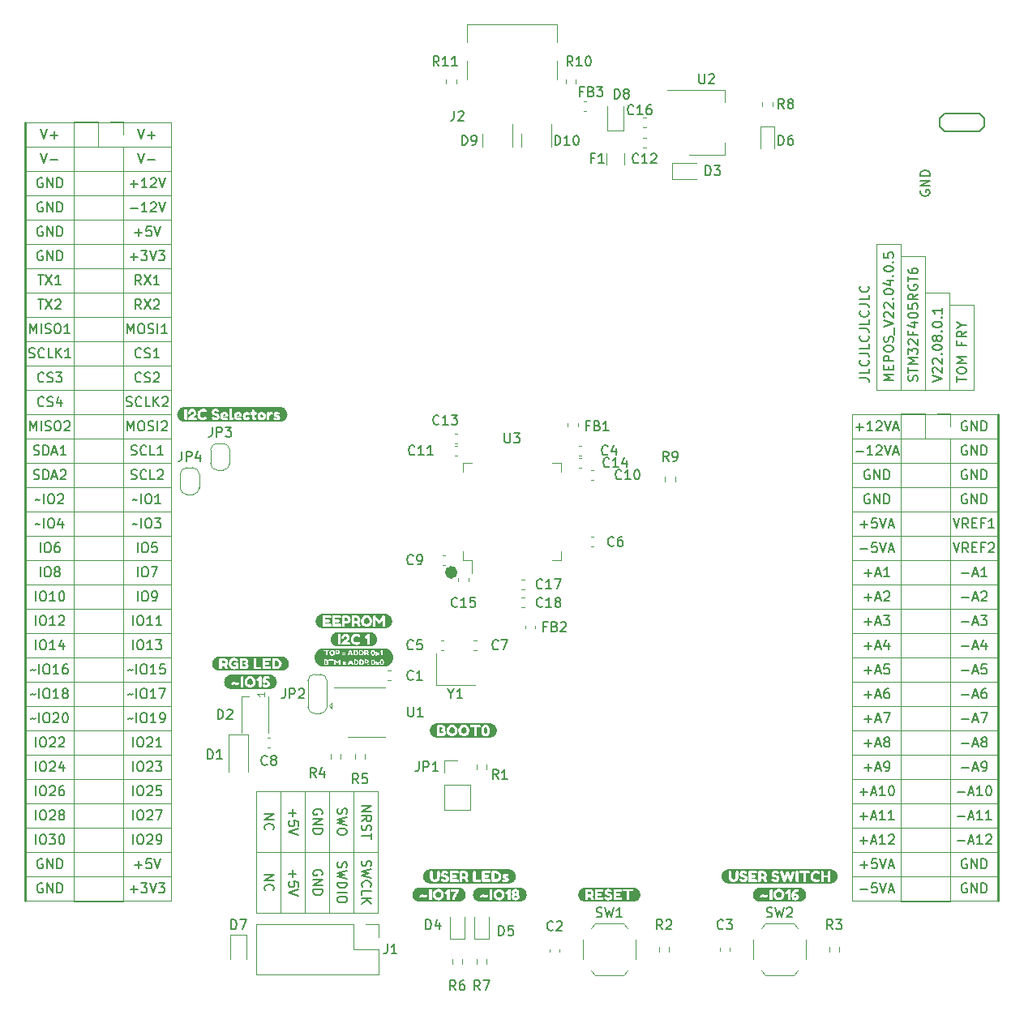
<source format=gbr>
%TF.GenerationSoftware,KiCad,Pcbnew,(6.0.5)*%
%TF.CreationDate,2022-08-30T11:56:48+01:00*%
%TF.ProjectId,STM32F405RGT6,53544d33-3246-4343-9035-524754362e6b,V22.08.0.1*%
%TF.SameCoordinates,Original*%
%TF.FileFunction,Legend,Top*%
%TF.FilePolarity,Positive*%
%FSLAX46Y46*%
G04 Gerber Fmt 4.6, Leading zero omitted, Abs format (unit mm)*
G04 Created by KiCad (PCBNEW (6.0.5)) date 2022-08-30 11:56:48*
%MOMM*%
%LPD*%
G01*
G04 APERTURE LIST*
%ADD10C,0.120000*%
%ADD11C,0.240000*%
%ADD12C,0.100000*%
%ADD13C,0.640000*%
%ADD14C,0.150000*%
G04 APERTURE END LIST*
D10*
X123965000Y-125654000D02*
X123965000Y-74854000D01*
X37605000Y-107874000D02*
X52845000Y-107874000D01*
X52845000Y-115494000D02*
X37605000Y-115494000D01*
X37605000Y-118034000D02*
X52845000Y-118034000D01*
X37605000Y-112954000D02*
X52845000Y-112954000D01*
X37605000Y-105334000D02*
X52845000Y-105334000D01*
X52845000Y-110414000D02*
X37605000Y-110414000D01*
X52845000Y-102794000D02*
X37605000Y-102794000D01*
D11*
X37605000Y-125654000D02*
X37605000Y-44374000D01*
D10*
X52845000Y-44374000D02*
X37605000Y-44374000D01*
X52845000Y-125654000D02*
X37605000Y-125654000D01*
X123965000Y-74854000D02*
X139205000Y-74854000D01*
X134125000Y-62154000D02*
X131585000Y-62154000D01*
X129045000Y-59614000D02*
X129045000Y-57074000D01*
X126505000Y-57074000D02*
X129045000Y-57074000D01*
X52845000Y-74854000D02*
X37605000Y-74854000D01*
X123965000Y-105334000D02*
X139205000Y-105334000D01*
X37605000Y-120574000D02*
X52845000Y-120574000D01*
X139205000Y-107874000D02*
X123965000Y-107874000D01*
X131585000Y-72314000D02*
X131585000Y-58344000D01*
X123965000Y-123114000D02*
X139205000Y-123114000D01*
D11*
X139205000Y-74854000D02*
X139205000Y-125654000D01*
D10*
X52845000Y-44374000D02*
X52845000Y-125654000D01*
X37605000Y-87554000D02*
X52845000Y-87554000D01*
X139205000Y-102794000D02*
X123965000Y-102794000D01*
X52845000Y-123114000D02*
X37605000Y-123114000D01*
X52845000Y-49454000D02*
X37605000Y-49454000D01*
X126505000Y-72314000D02*
X126505000Y-57074000D01*
X37605000Y-95174000D02*
X52845000Y-95174000D01*
X139205000Y-90094000D02*
X123965000Y-90094000D01*
X123965000Y-85014000D02*
X139205000Y-85014000D01*
X136665000Y-72314000D02*
X136665000Y-63424000D01*
X52845000Y-85014000D02*
X37605000Y-85014000D01*
X123965000Y-118034000D02*
X139205000Y-118034000D01*
X37605000Y-64694000D02*
X52845000Y-64694000D01*
X37605000Y-90094000D02*
X52845000Y-90094000D01*
X123965000Y-112954000D02*
X139205000Y-112954000D01*
X123965000Y-100254000D02*
X139205000Y-100254000D01*
X37605000Y-46914000D02*
X52845000Y-46914000D01*
X52845000Y-67234000D02*
X37605000Y-67234000D01*
X52845000Y-57074000D02*
X37605000Y-57074000D01*
X123965000Y-110414000D02*
X139205000Y-110414000D01*
X37605000Y-72314000D02*
X52845000Y-72314000D01*
X123965000Y-79934000D02*
X139205000Y-79934000D01*
D12*
X66815000Y-126924000D02*
X66815000Y-114224000D01*
D10*
X131585000Y-58344000D02*
X129045000Y-58344000D01*
X37605000Y-59614000D02*
X52845000Y-59614000D01*
X37605000Y-69774000D02*
X52845000Y-69774000D01*
X139205000Y-77394000D02*
X123965000Y-77394000D01*
X139205000Y-120574000D02*
X123965000Y-120574000D01*
X139205000Y-115494000D02*
X123965000Y-115494000D01*
X37605000Y-51994000D02*
X52845000Y-51994000D01*
X136665000Y-72314000D02*
X126505000Y-72314000D01*
D12*
X64275000Y-126924000D02*
X64275000Y-114224000D01*
X71895000Y-126924000D02*
X71895000Y-114224000D01*
D10*
X139205000Y-87554000D02*
X123965000Y-87554000D01*
D12*
X74435000Y-126924000D02*
X61735000Y-126924000D01*
X61735000Y-126924000D02*
X61735000Y-114224000D01*
X61735000Y-114224000D02*
X74435000Y-114224000D01*
X74435000Y-114224000D02*
X74435000Y-126924000D01*
D10*
X52845000Y-62154000D02*
X37605000Y-62154000D01*
X37605000Y-82474000D02*
X52845000Y-82474000D01*
X134760000Y-125654000D02*
X128410000Y-125654000D01*
X52845000Y-92634000D02*
X37605000Y-92634000D01*
X52845000Y-97714000D02*
X37605000Y-97714000D01*
X139205000Y-125654000D02*
X123965000Y-125654000D01*
D12*
X69355000Y-126924000D02*
X69355000Y-114224000D01*
X74435000Y-120574000D02*
X61735000Y-120574000D01*
D10*
X134125000Y-62154000D02*
X134125000Y-72314000D01*
D13*
X82375000Y-91364000D02*
G75*
G03*
X82375000Y-91364000I-320000J0D01*
G01*
D10*
X139205000Y-97714000D02*
X123965000Y-97714000D01*
X139205000Y-82474000D02*
X123965000Y-82474000D01*
X37605000Y-100254000D02*
X52845000Y-100254000D01*
X129045000Y-72314000D02*
X129045000Y-57074000D01*
X52845000Y-79934000D02*
X37605000Y-79934000D01*
X123965000Y-92634000D02*
X139205000Y-92634000D01*
X37605000Y-54534000D02*
X52845000Y-54534000D01*
X136665000Y-63424000D02*
X134125000Y-63424000D01*
X37605000Y-77394000D02*
X52845000Y-77394000D01*
X123965000Y-95174000D02*
X139205000Y-95174000D01*
D14*
X48543095Y-50795428D02*
X49305000Y-50795428D01*
X48924047Y-51176380D02*
X48924047Y-50414476D01*
X50305000Y-51176380D02*
X49733571Y-51176380D01*
X50019285Y-51176380D02*
X50019285Y-50176380D01*
X49924047Y-50319238D01*
X49828809Y-50414476D01*
X49733571Y-50462095D01*
X50685952Y-50271619D02*
X50733571Y-50224000D01*
X50828809Y-50176380D01*
X51066904Y-50176380D01*
X51162142Y-50224000D01*
X51209761Y-50271619D01*
X51257380Y-50366857D01*
X51257380Y-50462095D01*
X51209761Y-50604952D01*
X50638333Y-51176380D01*
X51257380Y-51176380D01*
X51543095Y-50176380D02*
X51876428Y-51176380D01*
X52209761Y-50176380D01*
X48543095Y-53335428D02*
X49305000Y-53335428D01*
X50305000Y-53716380D02*
X49733571Y-53716380D01*
X50019285Y-53716380D02*
X50019285Y-52716380D01*
X49924047Y-52859238D01*
X49828809Y-52954476D01*
X49733571Y-53002095D01*
X50685952Y-52811619D02*
X50733571Y-52764000D01*
X50828809Y-52716380D01*
X51066904Y-52716380D01*
X51162142Y-52764000D01*
X51209761Y-52811619D01*
X51257380Y-52906857D01*
X51257380Y-53002095D01*
X51209761Y-53144952D01*
X50638333Y-53716380D01*
X51257380Y-53716380D01*
X51543095Y-52716380D02*
X51876428Y-53716380D01*
X52209761Y-52716380D01*
X49019285Y-55875428D02*
X49781190Y-55875428D01*
X49400238Y-56256380D02*
X49400238Y-55494476D01*
X50733571Y-55256380D02*
X50257380Y-55256380D01*
X50209761Y-55732571D01*
X50257380Y-55684952D01*
X50352619Y-55637333D01*
X50590714Y-55637333D01*
X50685952Y-55684952D01*
X50733571Y-55732571D01*
X50781190Y-55827809D01*
X50781190Y-56065904D01*
X50733571Y-56161142D01*
X50685952Y-56208761D01*
X50590714Y-56256380D01*
X50352619Y-56256380D01*
X50257380Y-56208761D01*
X50209761Y-56161142D01*
X51066904Y-55256380D02*
X51400238Y-56256380D01*
X51733571Y-55256380D01*
X48257380Y-66416380D02*
X48257380Y-65416380D01*
X48590714Y-66130666D01*
X48924047Y-65416380D01*
X48924047Y-66416380D01*
X49590714Y-65416380D02*
X49781190Y-65416380D01*
X49876428Y-65464000D01*
X49971666Y-65559238D01*
X50019285Y-65749714D01*
X50019285Y-66083047D01*
X49971666Y-66273523D01*
X49876428Y-66368761D01*
X49781190Y-66416380D01*
X49590714Y-66416380D01*
X49495476Y-66368761D01*
X49400238Y-66273523D01*
X49352619Y-66083047D01*
X49352619Y-65749714D01*
X49400238Y-65559238D01*
X49495476Y-65464000D01*
X49590714Y-65416380D01*
X50400238Y-66368761D02*
X50543095Y-66416380D01*
X50781190Y-66416380D01*
X50876428Y-66368761D01*
X50924047Y-66321142D01*
X50971666Y-66225904D01*
X50971666Y-66130666D01*
X50924047Y-66035428D01*
X50876428Y-65987809D01*
X50781190Y-65940190D01*
X50590714Y-65892571D01*
X50495476Y-65844952D01*
X50447857Y-65797333D01*
X50400238Y-65702095D01*
X50400238Y-65606857D01*
X50447857Y-65511619D01*
X50495476Y-65464000D01*
X50590714Y-65416380D01*
X50828809Y-65416380D01*
X50971666Y-65464000D01*
X51400238Y-66416380D02*
X51400238Y-65416380D01*
X52400238Y-66416380D02*
X51828809Y-66416380D01*
X52114523Y-66416380D02*
X52114523Y-65416380D01*
X52019285Y-65559238D01*
X51924047Y-65654476D01*
X51828809Y-65702095D01*
X49662142Y-63876380D02*
X49328809Y-63400190D01*
X49090714Y-63876380D02*
X49090714Y-62876380D01*
X49471666Y-62876380D01*
X49566904Y-62924000D01*
X49614523Y-62971619D01*
X49662142Y-63066857D01*
X49662142Y-63209714D01*
X49614523Y-63304952D01*
X49566904Y-63352571D01*
X49471666Y-63400190D01*
X49090714Y-63400190D01*
X49995476Y-62876380D02*
X50662142Y-63876380D01*
X50662142Y-62876380D02*
X49995476Y-63876380D01*
X50995476Y-62971619D02*
X51043095Y-62924000D01*
X51138333Y-62876380D01*
X51376428Y-62876380D01*
X51471666Y-62924000D01*
X51519285Y-62971619D01*
X51566904Y-63066857D01*
X51566904Y-63162095D01*
X51519285Y-63304952D01*
X50947857Y-63876380D01*
X51566904Y-63876380D01*
X48543095Y-58415428D02*
X49305000Y-58415428D01*
X48924047Y-58796380D02*
X48924047Y-58034476D01*
X49685952Y-57796380D02*
X50305000Y-57796380D01*
X49971666Y-58177333D01*
X50114523Y-58177333D01*
X50209761Y-58224952D01*
X50257380Y-58272571D01*
X50305000Y-58367809D01*
X50305000Y-58605904D01*
X50257380Y-58701142D01*
X50209761Y-58748761D01*
X50114523Y-58796380D01*
X49828809Y-58796380D01*
X49733571Y-58748761D01*
X49685952Y-58701142D01*
X50590714Y-57796380D02*
X50924047Y-58796380D01*
X51257380Y-57796380D01*
X51495476Y-57796380D02*
X52114523Y-57796380D01*
X51781190Y-58177333D01*
X51924047Y-58177333D01*
X52019285Y-58224952D01*
X52066904Y-58272571D01*
X52114523Y-58367809D01*
X52114523Y-58605904D01*
X52066904Y-58701142D01*
X52019285Y-58748761D01*
X51924047Y-58796380D01*
X51638333Y-58796380D01*
X51543095Y-58748761D01*
X51495476Y-58701142D01*
X49662142Y-61336380D02*
X49328809Y-60860190D01*
X49090714Y-61336380D02*
X49090714Y-60336380D01*
X49471666Y-60336380D01*
X49566904Y-60384000D01*
X49614523Y-60431619D01*
X49662142Y-60526857D01*
X49662142Y-60669714D01*
X49614523Y-60764952D01*
X49566904Y-60812571D01*
X49471666Y-60860190D01*
X49090714Y-60860190D01*
X49995476Y-60336380D02*
X50662142Y-61336380D01*
X50662142Y-60336380D02*
X49995476Y-61336380D01*
X51566904Y-61336380D02*
X50995476Y-61336380D01*
X51281190Y-61336380D02*
X51281190Y-60336380D01*
X51185952Y-60479238D01*
X51090714Y-60574476D01*
X50995476Y-60622095D01*
X125219285Y-109215428D02*
X125981190Y-109215428D01*
X125600238Y-109596380D02*
X125600238Y-108834476D01*
X126409761Y-109310666D02*
X126885952Y-109310666D01*
X126314523Y-109596380D02*
X126647857Y-108596380D01*
X126981190Y-109596380D01*
X127457380Y-109024952D02*
X127362142Y-108977333D01*
X127314523Y-108929714D01*
X127266904Y-108834476D01*
X127266904Y-108786857D01*
X127314523Y-108691619D01*
X127362142Y-108644000D01*
X127457380Y-108596380D01*
X127647857Y-108596380D01*
X127743095Y-108644000D01*
X127790714Y-108691619D01*
X127838333Y-108786857D01*
X127838333Y-108834476D01*
X127790714Y-108929714D01*
X127743095Y-108977333D01*
X127647857Y-109024952D01*
X127457380Y-109024952D01*
X127362142Y-109072571D01*
X127314523Y-109120190D01*
X127266904Y-109215428D01*
X127266904Y-109405904D01*
X127314523Y-109501142D01*
X127362142Y-109548761D01*
X127457380Y-109596380D01*
X127647857Y-109596380D01*
X127743095Y-109548761D01*
X127790714Y-109501142D01*
X127838333Y-109405904D01*
X127838333Y-109215428D01*
X127790714Y-109120190D01*
X127743095Y-109072571D01*
X127647857Y-109024952D01*
X124743095Y-119375428D02*
X125505000Y-119375428D01*
X125124047Y-119756380D02*
X125124047Y-118994476D01*
X125933571Y-119470666D02*
X126409761Y-119470666D01*
X125838333Y-119756380D02*
X126171666Y-118756380D01*
X126505000Y-119756380D01*
X127362142Y-119756380D02*
X126790714Y-119756380D01*
X127076428Y-119756380D02*
X127076428Y-118756380D01*
X126981190Y-118899238D01*
X126885952Y-118994476D01*
X126790714Y-119042095D01*
X127743095Y-118851619D02*
X127790714Y-118804000D01*
X127885952Y-118756380D01*
X128124047Y-118756380D01*
X128219285Y-118804000D01*
X128266904Y-118851619D01*
X128314523Y-118946857D01*
X128314523Y-119042095D01*
X128266904Y-119184952D01*
X127695476Y-119756380D01*
X128314523Y-119756380D01*
X125219285Y-111755428D02*
X125981190Y-111755428D01*
X125600238Y-112136380D02*
X125600238Y-111374476D01*
X126409761Y-111850666D02*
X126885952Y-111850666D01*
X126314523Y-112136380D02*
X126647857Y-111136380D01*
X126981190Y-112136380D01*
X127362142Y-112136380D02*
X127552619Y-112136380D01*
X127647857Y-112088761D01*
X127695476Y-112041142D01*
X127790714Y-111898285D01*
X127838333Y-111707809D01*
X127838333Y-111326857D01*
X127790714Y-111231619D01*
X127743095Y-111184000D01*
X127647857Y-111136380D01*
X127457380Y-111136380D01*
X127362142Y-111184000D01*
X127314523Y-111231619D01*
X127266904Y-111326857D01*
X127266904Y-111564952D01*
X127314523Y-111660190D01*
X127362142Y-111707809D01*
X127457380Y-111755428D01*
X127647857Y-111755428D01*
X127743095Y-111707809D01*
X127790714Y-111660190D01*
X127838333Y-111564952D01*
X125219285Y-106675428D02*
X125981190Y-106675428D01*
X125600238Y-107056380D02*
X125600238Y-106294476D01*
X126409761Y-106770666D02*
X126885952Y-106770666D01*
X126314523Y-107056380D02*
X126647857Y-106056380D01*
X126981190Y-107056380D01*
X127219285Y-106056380D02*
X127885952Y-106056380D01*
X127457380Y-107056380D01*
X124743095Y-114295428D02*
X125505000Y-114295428D01*
X125124047Y-114676380D02*
X125124047Y-113914476D01*
X125933571Y-114390666D02*
X126409761Y-114390666D01*
X125838333Y-114676380D02*
X126171666Y-113676380D01*
X126505000Y-114676380D01*
X127362142Y-114676380D02*
X126790714Y-114676380D01*
X127076428Y-114676380D02*
X127076428Y-113676380D01*
X126981190Y-113819238D01*
X126885952Y-113914476D01*
X126790714Y-113962095D01*
X127981190Y-113676380D02*
X128076428Y-113676380D01*
X128171666Y-113724000D01*
X128219285Y-113771619D01*
X128266904Y-113866857D01*
X128314523Y-114057333D01*
X128314523Y-114295428D01*
X128266904Y-114485904D01*
X128219285Y-114581142D01*
X128171666Y-114628761D01*
X128076428Y-114676380D01*
X127981190Y-114676380D01*
X127885952Y-114628761D01*
X127838333Y-114581142D01*
X127790714Y-114485904D01*
X127743095Y-114295428D01*
X127743095Y-114057333D01*
X127790714Y-113866857D01*
X127838333Y-113771619D01*
X127885952Y-113724000D01*
X127981190Y-113676380D01*
X125219285Y-101595428D02*
X125981190Y-101595428D01*
X125600238Y-101976380D02*
X125600238Y-101214476D01*
X126409761Y-101690666D02*
X126885952Y-101690666D01*
X126314523Y-101976380D02*
X126647857Y-100976380D01*
X126981190Y-101976380D01*
X127790714Y-100976380D02*
X127314523Y-100976380D01*
X127266904Y-101452571D01*
X127314523Y-101404952D01*
X127409761Y-101357333D01*
X127647857Y-101357333D01*
X127743095Y-101404952D01*
X127790714Y-101452571D01*
X127838333Y-101547809D01*
X127838333Y-101785904D01*
X127790714Y-101881142D01*
X127743095Y-101928761D01*
X127647857Y-101976380D01*
X127409761Y-101976380D01*
X127314523Y-101928761D01*
X127266904Y-101881142D01*
X125219285Y-104135428D02*
X125981190Y-104135428D01*
X125600238Y-104516380D02*
X125600238Y-103754476D01*
X126409761Y-104230666D02*
X126885952Y-104230666D01*
X126314523Y-104516380D02*
X126647857Y-103516380D01*
X126981190Y-104516380D01*
X127743095Y-103516380D02*
X127552619Y-103516380D01*
X127457380Y-103564000D01*
X127409761Y-103611619D01*
X127314523Y-103754476D01*
X127266904Y-103944952D01*
X127266904Y-104325904D01*
X127314523Y-104421142D01*
X127362142Y-104468761D01*
X127457380Y-104516380D01*
X127647857Y-104516380D01*
X127743095Y-104468761D01*
X127790714Y-104421142D01*
X127838333Y-104325904D01*
X127838333Y-104087809D01*
X127790714Y-103992571D01*
X127743095Y-103944952D01*
X127647857Y-103897333D01*
X127457380Y-103897333D01*
X127362142Y-103944952D01*
X127314523Y-103992571D01*
X127266904Y-104087809D01*
X124743095Y-116835428D02*
X125505000Y-116835428D01*
X125124047Y-117216380D02*
X125124047Y-116454476D01*
X125933571Y-116930666D02*
X126409761Y-116930666D01*
X125838333Y-117216380D02*
X126171666Y-116216380D01*
X126505000Y-117216380D01*
X127362142Y-117216380D02*
X126790714Y-117216380D01*
X127076428Y-117216380D02*
X127076428Y-116216380D01*
X126981190Y-116359238D01*
X126885952Y-116454476D01*
X126790714Y-116502095D01*
X128314523Y-117216380D02*
X127743095Y-117216380D01*
X128028809Y-117216380D02*
X128028809Y-116216380D01*
X127933571Y-116359238D01*
X127838333Y-116454476D01*
X127743095Y-116502095D01*
X38168809Y-106675428D02*
X38216428Y-106627809D01*
X38311666Y-106580190D01*
X38502142Y-106675428D01*
X38597380Y-106627809D01*
X38645000Y-106580190D01*
X39025952Y-107056380D02*
X39025952Y-106056380D01*
X39692619Y-106056380D02*
X39883095Y-106056380D01*
X39978333Y-106104000D01*
X40073571Y-106199238D01*
X40121190Y-106389714D01*
X40121190Y-106723047D01*
X40073571Y-106913523D01*
X39978333Y-107008761D01*
X39883095Y-107056380D01*
X39692619Y-107056380D01*
X39597380Y-107008761D01*
X39502142Y-106913523D01*
X39454523Y-106723047D01*
X39454523Y-106389714D01*
X39502142Y-106199238D01*
X39597380Y-106104000D01*
X39692619Y-106056380D01*
X40502142Y-106151619D02*
X40549761Y-106104000D01*
X40645000Y-106056380D01*
X40883095Y-106056380D01*
X40978333Y-106104000D01*
X41025952Y-106151619D01*
X41073571Y-106246857D01*
X41073571Y-106342095D01*
X41025952Y-106484952D01*
X40454523Y-107056380D01*
X41073571Y-107056380D01*
X41692619Y-106056380D02*
X41787857Y-106056380D01*
X41883095Y-106104000D01*
X41930714Y-106151619D01*
X41978333Y-106246857D01*
X42025952Y-106437333D01*
X42025952Y-106675428D01*
X41978333Y-106865904D01*
X41930714Y-106961142D01*
X41883095Y-107008761D01*
X41787857Y-107056380D01*
X41692619Y-107056380D01*
X41597380Y-107008761D01*
X41549761Y-106961142D01*
X41502142Y-106865904D01*
X41454523Y-106675428D01*
X41454523Y-106437333D01*
X41502142Y-106246857D01*
X41549761Y-106151619D01*
X41597380Y-106104000D01*
X41692619Y-106056380D01*
X38668809Y-114676380D02*
X38668809Y-113676380D01*
X39335476Y-113676380D02*
X39525952Y-113676380D01*
X39621190Y-113724000D01*
X39716428Y-113819238D01*
X39764047Y-114009714D01*
X39764047Y-114343047D01*
X39716428Y-114533523D01*
X39621190Y-114628761D01*
X39525952Y-114676380D01*
X39335476Y-114676380D01*
X39240238Y-114628761D01*
X39145000Y-114533523D01*
X39097380Y-114343047D01*
X39097380Y-114009714D01*
X39145000Y-113819238D01*
X39240238Y-113724000D01*
X39335476Y-113676380D01*
X40145000Y-113771619D02*
X40192619Y-113724000D01*
X40287857Y-113676380D01*
X40525952Y-113676380D01*
X40621190Y-113724000D01*
X40668809Y-113771619D01*
X40716428Y-113866857D01*
X40716428Y-113962095D01*
X40668809Y-114104952D01*
X40097380Y-114676380D01*
X40716428Y-114676380D01*
X41573571Y-113676380D02*
X41383095Y-113676380D01*
X41287857Y-113724000D01*
X41240238Y-113771619D01*
X41145000Y-113914476D01*
X41097380Y-114104952D01*
X41097380Y-114485904D01*
X41145000Y-114581142D01*
X41192619Y-114628761D01*
X41287857Y-114676380D01*
X41478333Y-114676380D01*
X41573571Y-114628761D01*
X41621190Y-114581142D01*
X41668809Y-114485904D01*
X41668809Y-114247809D01*
X41621190Y-114152571D01*
X41573571Y-114104952D01*
X41478333Y-114057333D01*
X41287857Y-114057333D01*
X41192619Y-114104952D01*
X41145000Y-114152571D01*
X41097380Y-114247809D01*
X38668809Y-109596380D02*
X38668809Y-108596380D01*
X39335476Y-108596380D02*
X39525952Y-108596380D01*
X39621190Y-108644000D01*
X39716428Y-108739238D01*
X39764047Y-108929714D01*
X39764047Y-109263047D01*
X39716428Y-109453523D01*
X39621190Y-109548761D01*
X39525952Y-109596380D01*
X39335476Y-109596380D01*
X39240238Y-109548761D01*
X39145000Y-109453523D01*
X39097380Y-109263047D01*
X39097380Y-108929714D01*
X39145000Y-108739238D01*
X39240238Y-108644000D01*
X39335476Y-108596380D01*
X40145000Y-108691619D02*
X40192619Y-108644000D01*
X40287857Y-108596380D01*
X40525952Y-108596380D01*
X40621190Y-108644000D01*
X40668809Y-108691619D01*
X40716428Y-108786857D01*
X40716428Y-108882095D01*
X40668809Y-109024952D01*
X40097380Y-109596380D01*
X40716428Y-109596380D01*
X41097380Y-108691619D02*
X41145000Y-108644000D01*
X41240238Y-108596380D01*
X41478333Y-108596380D01*
X41573571Y-108644000D01*
X41621190Y-108691619D01*
X41668809Y-108786857D01*
X41668809Y-108882095D01*
X41621190Y-109024952D01*
X41049761Y-109596380D01*
X41668809Y-109596380D01*
X39383095Y-121344000D02*
X39287857Y-121296380D01*
X39145000Y-121296380D01*
X39002142Y-121344000D01*
X38906904Y-121439238D01*
X38859285Y-121534476D01*
X38811666Y-121724952D01*
X38811666Y-121867809D01*
X38859285Y-122058285D01*
X38906904Y-122153523D01*
X39002142Y-122248761D01*
X39145000Y-122296380D01*
X39240238Y-122296380D01*
X39383095Y-122248761D01*
X39430714Y-122201142D01*
X39430714Y-121867809D01*
X39240238Y-121867809D01*
X39859285Y-122296380D02*
X39859285Y-121296380D01*
X40430714Y-122296380D01*
X40430714Y-121296380D01*
X40906904Y-122296380D02*
X40906904Y-121296380D01*
X41145000Y-121296380D01*
X41287857Y-121344000D01*
X41383095Y-121439238D01*
X41430714Y-121534476D01*
X41478333Y-121724952D01*
X41478333Y-121867809D01*
X41430714Y-122058285D01*
X41383095Y-122153523D01*
X41287857Y-122248761D01*
X41145000Y-122296380D01*
X40906904Y-122296380D01*
X38668809Y-117216380D02*
X38668809Y-116216380D01*
X39335476Y-116216380D02*
X39525952Y-116216380D01*
X39621190Y-116264000D01*
X39716428Y-116359238D01*
X39764047Y-116549714D01*
X39764047Y-116883047D01*
X39716428Y-117073523D01*
X39621190Y-117168761D01*
X39525952Y-117216380D01*
X39335476Y-117216380D01*
X39240238Y-117168761D01*
X39145000Y-117073523D01*
X39097380Y-116883047D01*
X39097380Y-116549714D01*
X39145000Y-116359238D01*
X39240238Y-116264000D01*
X39335476Y-116216380D01*
X40145000Y-116311619D02*
X40192619Y-116264000D01*
X40287857Y-116216380D01*
X40525952Y-116216380D01*
X40621190Y-116264000D01*
X40668809Y-116311619D01*
X40716428Y-116406857D01*
X40716428Y-116502095D01*
X40668809Y-116644952D01*
X40097380Y-117216380D01*
X40716428Y-117216380D01*
X41287857Y-116644952D02*
X41192619Y-116597333D01*
X41145000Y-116549714D01*
X41097380Y-116454476D01*
X41097380Y-116406857D01*
X41145000Y-116311619D01*
X41192619Y-116264000D01*
X41287857Y-116216380D01*
X41478333Y-116216380D01*
X41573571Y-116264000D01*
X41621190Y-116311619D01*
X41668809Y-116406857D01*
X41668809Y-116454476D01*
X41621190Y-116549714D01*
X41573571Y-116597333D01*
X41478333Y-116644952D01*
X41287857Y-116644952D01*
X41192619Y-116692571D01*
X41145000Y-116740190D01*
X41097380Y-116835428D01*
X41097380Y-117025904D01*
X41145000Y-117121142D01*
X41192619Y-117168761D01*
X41287857Y-117216380D01*
X41478333Y-117216380D01*
X41573571Y-117168761D01*
X41621190Y-117121142D01*
X41668809Y-117025904D01*
X41668809Y-116835428D01*
X41621190Y-116740190D01*
X41573571Y-116692571D01*
X41478333Y-116644952D01*
X38668809Y-112136380D02*
X38668809Y-111136380D01*
X39335476Y-111136380D02*
X39525952Y-111136380D01*
X39621190Y-111184000D01*
X39716428Y-111279238D01*
X39764047Y-111469714D01*
X39764047Y-111803047D01*
X39716428Y-111993523D01*
X39621190Y-112088761D01*
X39525952Y-112136380D01*
X39335476Y-112136380D01*
X39240238Y-112088761D01*
X39145000Y-111993523D01*
X39097380Y-111803047D01*
X39097380Y-111469714D01*
X39145000Y-111279238D01*
X39240238Y-111184000D01*
X39335476Y-111136380D01*
X40145000Y-111231619D02*
X40192619Y-111184000D01*
X40287857Y-111136380D01*
X40525952Y-111136380D01*
X40621190Y-111184000D01*
X40668809Y-111231619D01*
X40716428Y-111326857D01*
X40716428Y-111422095D01*
X40668809Y-111564952D01*
X40097380Y-112136380D01*
X40716428Y-112136380D01*
X41573571Y-111469714D02*
X41573571Y-112136380D01*
X41335476Y-111088761D02*
X41097380Y-111803047D01*
X41716428Y-111803047D01*
X124790714Y-124455428D02*
X125552619Y-124455428D01*
X126505000Y-123836380D02*
X126028809Y-123836380D01*
X125981190Y-124312571D01*
X126028809Y-124264952D01*
X126124047Y-124217333D01*
X126362142Y-124217333D01*
X126457380Y-124264952D01*
X126505000Y-124312571D01*
X126552619Y-124407809D01*
X126552619Y-124645904D01*
X126505000Y-124741142D01*
X126457380Y-124788761D01*
X126362142Y-124836380D01*
X126124047Y-124836380D01*
X126028809Y-124788761D01*
X125981190Y-124741142D01*
X126838333Y-123836380D02*
X127171666Y-124836380D01*
X127505000Y-123836380D01*
X127790714Y-124550666D02*
X128266904Y-124550666D01*
X127695476Y-124836380D02*
X128028809Y-123836380D01*
X128362142Y-124836380D01*
X124790714Y-121915428D02*
X125552619Y-121915428D01*
X125171666Y-122296380D02*
X125171666Y-121534476D01*
X126505000Y-121296380D02*
X126028809Y-121296380D01*
X125981190Y-121772571D01*
X126028809Y-121724952D01*
X126124047Y-121677333D01*
X126362142Y-121677333D01*
X126457380Y-121724952D01*
X126505000Y-121772571D01*
X126552619Y-121867809D01*
X126552619Y-122105904D01*
X126505000Y-122201142D01*
X126457380Y-122248761D01*
X126362142Y-122296380D01*
X126124047Y-122296380D01*
X126028809Y-122248761D01*
X125981190Y-122201142D01*
X126838333Y-121296380D02*
X127171666Y-122296380D01*
X127505000Y-121296380D01*
X127790714Y-122010666D02*
X128266904Y-122010666D01*
X127695476Y-122296380D02*
X128028809Y-121296380D01*
X128362142Y-122296380D01*
X48828809Y-119756380D02*
X48828809Y-118756380D01*
X49495476Y-118756380D02*
X49685952Y-118756380D01*
X49781190Y-118804000D01*
X49876428Y-118899238D01*
X49924047Y-119089714D01*
X49924047Y-119423047D01*
X49876428Y-119613523D01*
X49781190Y-119708761D01*
X49685952Y-119756380D01*
X49495476Y-119756380D01*
X49400238Y-119708761D01*
X49305000Y-119613523D01*
X49257380Y-119423047D01*
X49257380Y-119089714D01*
X49305000Y-118899238D01*
X49400238Y-118804000D01*
X49495476Y-118756380D01*
X50305000Y-118851619D02*
X50352619Y-118804000D01*
X50447857Y-118756380D01*
X50685952Y-118756380D01*
X50781190Y-118804000D01*
X50828809Y-118851619D01*
X50876428Y-118946857D01*
X50876428Y-119042095D01*
X50828809Y-119184952D01*
X50257380Y-119756380D01*
X50876428Y-119756380D01*
X51352619Y-119756380D02*
X51543095Y-119756380D01*
X51638333Y-119708761D01*
X51685952Y-119661142D01*
X51781190Y-119518285D01*
X51828809Y-119327809D01*
X51828809Y-118946857D01*
X51781190Y-118851619D01*
X51733571Y-118804000D01*
X51638333Y-118756380D01*
X51447857Y-118756380D01*
X51352619Y-118804000D01*
X51305000Y-118851619D01*
X51257380Y-118946857D01*
X51257380Y-119184952D01*
X51305000Y-119280190D01*
X51352619Y-119327809D01*
X51447857Y-119375428D01*
X51638333Y-119375428D01*
X51733571Y-119327809D01*
X51781190Y-119280190D01*
X51828809Y-119184952D01*
X128227380Y-71343404D02*
X127227380Y-71343404D01*
X127941666Y-71010071D01*
X127227380Y-70676738D01*
X128227380Y-70676738D01*
X127703571Y-70200547D02*
X127703571Y-69867214D01*
X128227380Y-69724357D02*
X128227380Y-70200547D01*
X127227380Y-70200547D01*
X127227380Y-69724357D01*
X128227380Y-69295785D02*
X127227380Y-69295785D01*
X127227380Y-68914833D01*
X127275000Y-68819595D01*
X127322619Y-68771976D01*
X127417857Y-68724357D01*
X127560714Y-68724357D01*
X127655952Y-68771976D01*
X127703571Y-68819595D01*
X127751190Y-68914833D01*
X127751190Y-69295785D01*
X127227380Y-68105309D02*
X127227380Y-67914833D01*
X127275000Y-67819595D01*
X127370238Y-67724357D01*
X127560714Y-67676738D01*
X127894047Y-67676738D01*
X128084523Y-67724357D01*
X128179761Y-67819595D01*
X128227380Y-67914833D01*
X128227380Y-68105309D01*
X128179761Y-68200547D01*
X128084523Y-68295785D01*
X127894047Y-68343404D01*
X127560714Y-68343404D01*
X127370238Y-68295785D01*
X127275000Y-68200547D01*
X127227380Y-68105309D01*
X128179761Y-67295785D02*
X128227380Y-67152928D01*
X128227380Y-66914833D01*
X128179761Y-66819595D01*
X128132142Y-66771976D01*
X128036904Y-66724357D01*
X127941666Y-66724357D01*
X127846428Y-66771976D01*
X127798809Y-66819595D01*
X127751190Y-66914833D01*
X127703571Y-67105309D01*
X127655952Y-67200547D01*
X127608333Y-67248166D01*
X127513095Y-67295785D01*
X127417857Y-67295785D01*
X127322619Y-67248166D01*
X127275000Y-67200547D01*
X127227380Y-67105309D01*
X127227380Y-66867214D01*
X127275000Y-66724357D01*
X128322619Y-66533880D02*
X128322619Y-65771976D01*
X127227380Y-65676738D02*
X128227380Y-65343404D01*
X127227380Y-65010071D01*
X127322619Y-64724357D02*
X127275000Y-64676738D01*
X127227380Y-64581500D01*
X127227380Y-64343404D01*
X127275000Y-64248166D01*
X127322619Y-64200547D01*
X127417857Y-64152928D01*
X127513095Y-64152928D01*
X127655952Y-64200547D01*
X128227380Y-64771976D01*
X128227380Y-64152928D01*
X127322619Y-63771976D02*
X127275000Y-63724357D01*
X127227380Y-63629119D01*
X127227380Y-63391023D01*
X127275000Y-63295785D01*
X127322619Y-63248166D01*
X127417857Y-63200547D01*
X127513095Y-63200547D01*
X127655952Y-63248166D01*
X128227380Y-63819595D01*
X128227380Y-63200547D01*
X128132142Y-62771976D02*
X128179761Y-62724357D01*
X128227380Y-62771976D01*
X128179761Y-62819595D01*
X128132142Y-62771976D01*
X128227380Y-62771976D01*
X127227380Y-62105309D02*
X127227380Y-62010071D01*
X127275000Y-61914833D01*
X127322619Y-61867214D01*
X127417857Y-61819595D01*
X127608333Y-61771976D01*
X127846428Y-61771976D01*
X128036904Y-61819595D01*
X128132142Y-61867214D01*
X128179761Y-61914833D01*
X128227380Y-62010071D01*
X128227380Y-62105309D01*
X128179761Y-62200547D01*
X128132142Y-62248166D01*
X128036904Y-62295785D01*
X127846428Y-62343404D01*
X127608333Y-62343404D01*
X127417857Y-62295785D01*
X127322619Y-62248166D01*
X127275000Y-62200547D01*
X127227380Y-62105309D01*
X127560714Y-60914833D02*
X128227380Y-60914833D01*
X127179761Y-61152928D02*
X127894047Y-61391023D01*
X127894047Y-60771976D01*
X128132142Y-60391023D02*
X128179761Y-60343404D01*
X128227380Y-60391023D01*
X128179761Y-60438642D01*
X128132142Y-60391023D01*
X128227380Y-60391023D01*
X127227380Y-59724357D02*
X127227380Y-59629119D01*
X127275000Y-59533880D01*
X127322619Y-59486261D01*
X127417857Y-59438642D01*
X127608333Y-59391023D01*
X127846428Y-59391023D01*
X128036904Y-59438642D01*
X128132142Y-59486261D01*
X128179761Y-59533880D01*
X128227380Y-59629119D01*
X128227380Y-59724357D01*
X128179761Y-59819595D01*
X128132142Y-59867214D01*
X128036904Y-59914833D01*
X127846428Y-59962452D01*
X127608333Y-59962452D01*
X127417857Y-59914833D01*
X127322619Y-59867214D01*
X127275000Y-59819595D01*
X127227380Y-59724357D01*
X128132142Y-58962452D02*
X128179761Y-58914833D01*
X128227380Y-58962452D01*
X128179761Y-59010071D01*
X128132142Y-58962452D01*
X128227380Y-58962452D01*
X127227380Y-58010071D02*
X127227380Y-58486261D01*
X127703571Y-58533880D01*
X127655952Y-58486261D01*
X127608333Y-58391023D01*
X127608333Y-58152928D01*
X127655952Y-58057690D01*
X127703571Y-58010071D01*
X127798809Y-57962452D01*
X128036904Y-57962452D01*
X128132142Y-58010071D01*
X128179761Y-58057690D01*
X128227380Y-58152928D01*
X128227380Y-58391023D01*
X128179761Y-58486261D01*
X128132142Y-58533880D01*
X130719761Y-71391023D02*
X130767380Y-71248166D01*
X130767380Y-71010071D01*
X130719761Y-70914833D01*
X130672142Y-70867214D01*
X130576904Y-70819595D01*
X130481666Y-70819595D01*
X130386428Y-70867214D01*
X130338809Y-70914833D01*
X130291190Y-71010071D01*
X130243571Y-71200547D01*
X130195952Y-71295785D01*
X130148333Y-71343404D01*
X130053095Y-71391023D01*
X129957857Y-71391023D01*
X129862619Y-71343404D01*
X129815000Y-71295785D01*
X129767380Y-71200547D01*
X129767380Y-70962452D01*
X129815000Y-70819595D01*
X129767380Y-70533880D02*
X129767380Y-69962452D01*
X130767380Y-70248166D02*
X129767380Y-70248166D01*
X130767380Y-69629119D02*
X129767380Y-69629119D01*
X130481666Y-69295785D01*
X129767380Y-68962452D01*
X130767380Y-68962452D01*
X129767380Y-68581500D02*
X129767380Y-67962452D01*
X130148333Y-68295785D01*
X130148333Y-68152928D01*
X130195952Y-68057690D01*
X130243571Y-68010071D01*
X130338809Y-67962452D01*
X130576904Y-67962452D01*
X130672142Y-68010071D01*
X130719761Y-68057690D01*
X130767380Y-68152928D01*
X130767380Y-68438642D01*
X130719761Y-68533880D01*
X130672142Y-68581500D01*
X129862619Y-67581500D02*
X129815000Y-67533880D01*
X129767380Y-67438642D01*
X129767380Y-67200547D01*
X129815000Y-67105309D01*
X129862619Y-67057690D01*
X129957857Y-67010071D01*
X130053095Y-67010071D01*
X130195952Y-67057690D01*
X130767380Y-67629119D01*
X130767380Y-67010071D01*
X130243571Y-66248166D02*
X130243571Y-66581500D01*
X130767380Y-66581500D02*
X129767380Y-66581500D01*
X129767380Y-66105309D01*
X130100714Y-65295785D02*
X130767380Y-65295785D01*
X129719761Y-65533880D02*
X130434047Y-65771976D01*
X130434047Y-65152928D01*
X129767380Y-64581500D02*
X129767380Y-64486261D01*
X129815000Y-64391023D01*
X129862619Y-64343404D01*
X129957857Y-64295785D01*
X130148333Y-64248166D01*
X130386428Y-64248166D01*
X130576904Y-64295785D01*
X130672142Y-64343404D01*
X130719761Y-64391023D01*
X130767380Y-64486261D01*
X130767380Y-64581500D01*
X130719761Y-64676738D01*
X130672142Y-64724357D01*
X130576904Y-64771976D01*
X130386428Y-64819595D01*
X130148333Y-64819595D01*
X129957857Y-64771976D01*
X129862619Y-64724357D01*
X129815000Y-64676738D01*
X129767380Y-64581500D01*
X129767380Y-63343404D02*
X129767380Y-63819595D01*
X130243571Y-63867214D01*
X130195952Y-63819595D01*
X130148333Y-63724357D01*
X130148333Y-63486261D01*
X130195952Y-63391023D01*
X130243571Y-63343404D01*
X130338809Y-63295785D01*
X130576904Y-63295785D01*
X130672142Y-63343404D01*
X130719761Y-63391023D01*
X130767380Y-63486261D01*
X130767380Y-63724357D01*
X130719761Y-63819595D01*
X130672142Y-63867214D01*
X130767380Y-62295785D02*
X130291190Y-62629119D01*
X130767380Y-62867214D02*
X129767380Y-62867214D01*
X129767380Y-62486261D01*
X129815000Y-62391023D01*
X129862619Y-62343404D01*
X129957857Y-62295785D01*
X130100714Y-62295785D01*
X130195952Y-62343404D01*
X130243571Y-62391023D01*
X130291190Y-62486261D01*
X130291190Y-62867214D01*
X129815000Y-61343404D02*
X129767380Y-61438642D01*
X129767380Y-61581500D01*
X129815000Y-61724357D01*
X129910238Y-61819595D01*
X130005476Y-61867214D01*
X130195952Y-61914833D01*
X130338809Y-61914833D01*
X130529285Y-61867214D01*
X130624523Y-61819595D01*
X130719761Y-61724357D01*
X130767380Y-61581500D01*
X130767380Y-61486261D01*
X130719761Y-61343404D01*
X130672142Y-61295785D01*
X130338809Y-61295785D01*
X130338809Y-61486261D01*
X129767380Y-61010071D02*
X129767380Y-60438642D01*
X130767380Y-60724357D02*
X129767380Y-60724357D01*
X129767380Y-59676738D02*
X129767380Y-59867214D01*
X129815000Y-59962452D01*
X129862619Y-60010071D01*
X130005476Y-60105309D01*
X130195952Y-60152928D01*
X130576904Y-60152928D01*
X130672142Y-60105309D01*
X130719761Y-60057690D01*
X130767380Y-59962452D01*
X130767380Y-59771976D01*
X130719761Y-59676738D01*
X130672142Y-59629119D01*
X130576904Y-59581500D01*
X130338809Y-59581500D01*
X130243571Y-59629119D01*
X130195952Y-59676738D01*
X130148333Y-59771976D01*
X130148333Y-59962452D01*
X130195952Y-60057690D01*
X130243571Y-60105309D01*
X130338809Y-60152928D01*
X132307380Y-71486261D02*
X133307380Y-71152928D01*
X132307380Y-70819595D01*
X132402619Y-70533880D02*
X132355000Y-70486261D01*
X132307380Y-70391023D01*
X132307380Y-70152928D01*
X132355000Y-70057690D01*
X132402619Y-70010071D01*
X132497857Y-69962452D01*
X132593095Y-69962452D01*
X132735952Y-70010071D01*
X133307380Y-70581500D01*
X133307380Y-69962452D01*
X132402619Y-69581500D02*
X132355000Y-69533880D01*
X132307380Y-69438642D01*
X132307380Y-69200547D01*
X132355000Y-69105309D01*
X132402619Y-69057690D01*
X132497857Y-69010071D01*
X132593095Y-69010071D01*
X132735952Y-69057690D01*
X133307380Y-69629119D01*
X133307380Y-69010071D01*
X133212142Y-68581500D02*
X133259761Y-68533880D01*
X133307380Y-68581500D01*
X133259761Y-68629119D01*
X133212142Y-68581500D01*
X133307380Y-68581500D01*
X132307380Y-67914833D02*
X132307380Y-67819595D01*
X132355000Y-67724357D01*
X132402619Y-67676738D01*
X132497857Y-67629119D01*
X132688333Y-67581500D01*
X132926428Y-67581500D01*
X133116904Y-67629119D01*
X133212142Y-67676738D01*
X133259761Y-67724357D01*
X133307380Y-67819595D01*
X133307380Y-67914833D01*
X133259761Y-68010071D01*
X133212142Y-68057690D01*
X133116904Y-68105309D01*
X132926428Y-68152928D01*
X132688333Y-68152928D01*
X132497857Y-68105309D01*
X132402619Y-68057690D01*
X132355000Y-68010071D01*
X132307380Y-67914833D01*
X132735952Y-67010071D02*
X132688333Y-67105309D01*
X132640714Y-67152928D01*
X132545476Y-67200547D01*
X132497857Y-67200547D01*
X132402619Y-67152928D01*
X132355000Y-67105309D01*
X132307380Y-67010071D01*
X132307380Y-66819595D01*
X132355000Y-66724357D01*
X132402619Y-66676738D01*
X132497857Y-66629119D01*
X132545476Y-66629119D01*
X132640714Y-66676738D01*
X132688333Y-66724357D01*
X132735952Y-66819595D01*
X132735952Y-67010071D01*
X132783571Y-67105309D01*
X132831190Y-67152928D01*
X132926428Y-67200547D01*
X133116904Y-67200547D01*
X133212142Y-67152928D01*
X133259761Y-67105309D01*
X133307380Y-67010071D01*
X133307380Y-66819595D01*
X133259761Y-66724357D01*
X133212142Y-66676738D01*
X133116904Y-66629119D01*
X132926428Y-66629119D01*
X132831190Y-66676738D01*
X132783571Y-66724357D01*
X132735952Y-66819595D01*
X133212142Y-66200547D02*
X133259761Y-66152928D01*
X133307380Y-66200547D01*
X133259761Y-66248166D01*
X133212142Y-66200547D01*
X133307380Y-66200547D01*
X132307380Y-65533880D02*
X132307380Y-65438642D01*
X132355000Y-65343404D01*
X132402619Y-65295785D01*
X132497857Y-65248166D01*
X132688333Y-65200547D01*
X132926428Y-65200547D01*
X133116904Y-65248166D01*
X133212142Y-65295785D01*
X133259761Y-65343404D01*
X133307380Y-65438642D01*
X133307380Y-65533880D01*
X133259761Y-65629119D01*
X133212142Y-65676738D01*
X133116904Y-65724357D01*
X132926428Y-65771976D01*
X132688333Y-65771976D01*
X132497857Y-65724357D01*
X132402619Y-65676738D01*
X132355000Y-65629119D01*
X132307380Y-65533880D01*
X133212142Y-64771976D02*
X133259761Y-64724357D01*
X133307380Y-64771976D01*
X133259761Y-64819595D01*
X133212142Y-64771976D01*
X133307380Y-64771976D01*
X133307380Y-63771976D02*
X133307380Y-64343404D01*
X133307380Y-64057690D02*
X132307380Y-64057690D01*
X132450238Y-64152928D01*
X132545476Y-64248166D01*
X132593095Y-64343404D01*
X49352619Y-45096380D02*
X49685952Y-46096380D01*
X50019285Y-45096380D01*
X50352619Y-45715428D02*
X51114523Y-45715428D01*
X50733571Y-46096380D02*
X50733571Y-45334476D01*
X39383095Y-123884000D02*
X39287857Y-123836380D01*
X39145000Y-123836380D01*
X39002142Y-123884000D01*
X38906904Y-123979238D01*
X38859285Y-124074476D01*
X38811666Y-124264952D01*
X38811666Y-124407809D01*
X38859285Y-124598285D01*
X38906904Y-124693523D01*
X39002142Y-124788761D01*
X39145000Y-124836380D01*
X39240238Y-124836380D01*
X39383095Y-124788761D01*
X39430714Y-124741142D01*
X39430714Y-124407809D01*
X39240238Y-124407809D01*
X39859285Y-124836380D02*
X39859285Y-123836380D01*
X40430714Y-124836380D01*
X40430714Y-123836380D01*
X40906904Y-124836380D02*
X40906904Y-123836380D01*
X41145000Y-123836380D01*
X41287857Y-123884000D01*
X41383095Y-123979238D01*
X41430714Y-124074476D01*
X41478333Y-124264952D01*
X41478333Y-124407809D01*
X41430714Y-124598285D01*
X41383095Y-124693523D01*
X41287857Y-124788761D01*
X41145000Y-124836380D01*
X40906904Y-124836380D01*
X48543095Y-124455428D02*
X49305000Y-124455428D01*
X48924047Y-124836380D02*
X48924047Y-124074476D01*
X49685952Y-123836380D02*
X50305000Y-123836380D01*
X49971666Y-124217333D01*
X50114523Y-124217333D01*
X50209761Y-124264952D01*
X50257380Y-124312571D01*
X50305000Y-124407809D01*
X50305000Y-124645904D01*
X50257380Y-124741142D01*
X50209761Y-124788761D01*
X50114523Y-124836380D01*
X49828809Y-124836380D01*
X49733571Y-124788761D01*
X49685952Y-124741142D01*
X50590714Y-123836380D02*
X50924047Y-124836380D01*
X51257380Y-123836380D01*
X51495476Y-123836380D02*
X52114523Y-123836380D01*
X51781190Y-124217333D01*
X51924047Y-124217333D01*
X52019285Y-124264952D01*
X52066904Y-124312571D01*
X52114523Y-124407809D01*
X52114523Y-124645904D01*
X52066904Y-124741142D01*
X52019285Y-124788761D01*
X51924047Y-124836380D01*
X51638333Y-124836380D01*
X51543095Y-124788761D01*
X51495476Y-124741142D01*
X135379285Y-93975428D02*
X136141190Y-93975428D01*
X136569761Y-94070666D02*
X137045952Y-94070666D01*
X136474523Y-94356380D02*
X136807857Y-93356380D01*
X137141190Y-94356380D01*
X137426904Y-93451619D02*
X137474523Y-93404000D01*
X137569761Y-93356380D01*
X137807857Y-93356380D01*
X137903095Y-93404000D01*
X137950714Y-93451619D01*
X137998333Y-93546857D01*
X137998333Y-93642095D01*
X137950714Y-93784952D01*
X137379285Y-94356380D01*
X137998333Y-94356380D01*
X49662142Y-71401142D02*
X49614523Y-71448761D01*
X49471666Y-71496380D01*
X49376428Y-71496380D01*
X49233571Y-71448761D01*
X49138333Y-71353523D01*
X49090714Y-71258285D01*
X49043095Y-71067809D01*
X49043095Y-70924952D01*
X49090714Y-70734476D01*
X49138333Y-70639238D01*
X49233571Y-70544000D01*
X49376428Y-70496380D01*
X49471666Y-70496380D01*
X49614523Y-70544000D01*
X49662142Y-70591619D01*
X50043095Y-71448761D02*
X50185952Y-71496380D01*
X50424047Y-71496380D01*
X50519285Y-71448761D01*
X50566904Y-71401142D01*
X50614523Y-71305904D01*
X50614523Y-71210666D01*
X50566904Y-71115428D01*
X50519285Y-71067809D01*
X50424047Y-71020190D01*
X50233571Y-70972571D01*
X50138333Y-70924952D01*
X50090714Y-70877333D01*
X50043095Y-70782095D01*
X50043095Y-70686857D01*
X50090714Y-70591619D01*
X50138333Y-70544000D01*
X50233571Y-70496380D01*
X50471666Y-70496380D01*
X50614523Y-70544000D01*
X50995476Y-70591619D02*
X51043095Y-70544000D01*
X51138333Y-70496380D01*
X51376428Y-70496380D01*
X51471666Y-70544000D01*
X51519285Y-70591619D01*
X51566904Y-70686857D01*
X51566904Y-70782095D01*
X51519285Y-70924952D01*
X50947857Y-71496380D01*
X51566904Y-71496380D01*
X135379285Y-111755428D02*
X136141190Y-111755428D01*
X136569761Y-111850666D02*
X137045952Y-111850666D01*
X136474523Y-112136380D02*
X136807857Y-111136380D01*
X137141190Y-112136380D01*
X137522142Y-112136380D02*
X137712619Y-112136380D01*
X137807857Y-112088761D01*
X137855476Y-112041142D01*
X137950714Y-111898285D01*
X137998333Y-111707809D01*
X137998333Y-111326857D01*
X137950714Y-111231619D01*
X137903095Y-111184000D01*
X137807857Y-111136380D01*
X137617380Y-111136380D01*
X137522142Y-111184000D01*
X137474523Y-111231619D01*
X137426904Y-111326857D01*
X137426904Y-111564952D01*
X137474523Y-111660190D01*
X137522142Y-111707809D01*
X137617380Y-111755428D01*
X137807857Y-111755428D01*
X137903095Y-111707809D01*
X137950714Y-111660190D01*
X137998333Y-111564952D01*
X134474523Y-88276380D02*
X134807857Y-89276380D01*
X135141190Y-88276380D01*
X136045952Y-89276380D02*
X135712619Y-88800190D01*
X135474523Y-89276380D02*
X135474523Y-88276380D01*
X135855476Y-88276380D01*
X135950714Y-88324000D01*
X135998333Y-88371619D01*
X136045952Y-88466857D01*
X136045952Y-88609714D01*
X135998333Y-88704952D01*
X135950714Y-88752571D01*
X135855476Y-88800190D01*
X135474523Y-88800190D01*
X136474523Y-88752571D02*
X136807857Y-88752571D01*
X136950714Y-89276380D02*
X136474523Y-89276380D01*
X136474523Y-88276380D01*
X136950714Y-88276380D01*
X137712619Y-88752571D02*
X137379285Y-88752571D01*
X137379285Y-89276380D02*
X137379285Y-88276380D01*
X137855476Y-88276380D01*
X138188809Y-88371619D02*
X138236428Y-88324000D01*
X138331666Y-88276380D01*
X138569761Y-88276380D01*
X138665000Y-88324000D01*
X138712619Y-88371619D01*
X138760238Y-88466857D01*
X138760238Y-88562095D01*
X138712619Y-88704952D01*
X138141190Y-89276380D01*
X138760238Y-89276380D01*
X48828809Y-112136380D02*
X48828809Y-111136380D01*
X49495476Y-111136380D02*
X49685952Y-111136380D01*
X49781190Y-111184000D01*
X49876428Y-111279238D01*
X49924047Y-111469714D01*
X49924047Y-111803047D01*
X49876428Y-111993523D01*
X49781190Y-112088761D01*
X49685952Y-112136380D01*
X49495476Y-112136380D01*
X49400238Y-112088761D01*
X49305000Y-111993523D01*
X49257380Y-111803047D01*
X49257380Y-111469714D01*
X49305000Y-111279238D01*
X49400238Y-111184000D01*
X49495476Y-111136380D01*
X50305000Y-111231619D02*
X50352619Y-111184000D01*
X50447857Y-111136380D01*
X50685952Y-111136380D01*
X50781190Y-111184000D01*
X50828809Y-111231619D01*
X50876428Y-111326857D01*
X50876428Y-111422095D01*
X50828809Y-111564952D01*
X50257380Y-112136380D01*
X50876428Y-112136380D01*
X51209761Y-111136380D02*
X51828809Y-111136380D01*
X51495476Y-111517333D01*
X51638333Y-111517333D01*
X51733571Y-111564952D01*
X51781190Y-111612571D01*
X51828809Y-111707809D01*
X51828809Y-111945904D01*
X51781190Y-112041142D01*
X51733571Y-112088761D01*
X51638333Y-112136380D01*
X51352619Y-112136380D01*
X51257380Y-112088761D01*
X51209761Y-112041142D01*
X38668809Y-96896380D02*
X38668809Y-95896380D01*
X39335476Y-95896380D02*
X39525952Y-95896380D01*
X39621190Y-95944000D01*
X39716428Y-96039238D01*
X39764047Y-96229714D01*
X39764047Y-96563047D01*
X39716428Y-96753523D01*
X39621190Y-96848761D01*
X39525952Y-96896380D01*
X39335476Y-96896380D01*
X39240238Y-96848761D01*
X39145000Y-96753523D01*
X39097380Y-96563047D01*
X39097380Y-96229714D01*
X39145000Y-96039238D01*
X39240238Y-95944000D01*
X39335476Y-95896380D01*
X40716428Y-96896380D02*
X40145000Y-96896380D01*
X40430714Y-96896380D02*
X40430714Y-95896380D01*
X40335476Y-96039238D01*
X40240238Y-96134476D01*
X40145000Y-96182095D01*
X41097380Y-95991619D02*
X41145000Y-95944000D01*
X41240238Y-95896380D01*
X41478333Y-95896380D01*
X41573571Y-95944000D01*
X41621190Y-95991619D01*
X41668809Y-96086857D01*
X41668809Y-96182095D01*
X41621190Y-96324952D01*
X41049761Y-96896380D01*
X41668809Y-96896380D01*
X39145000Y-89276380D02*
X39145000Y-88276380D01*
X39811666Y-88276380D02*
X40002142Y-88276380D01*
X40097380Y-88324000D01*
X40192619Y-88419238D01*
X40240238Y-88609714D01*
X40240238Y-88943047D01*
X40192619Y-89133523D01*
X40097380Y-89228761D01*
X40002142Y-89276380D01*
X39811666Y-89276380D01*
X39716428Y-89228761D01*
X39621190Y-89133523D01*
X39573571Y-88943047D01*
X39573571Y-88609714D01*
X39621190Y-88419238D01*
X39716428Y-88324000D01*
X39811666Y-88276380D01*
X41097380Y-88276380D02*
X40906904Y-88276380D01*
X40811666Y-88324000D01*
X40764047Y-88371619D01*
X40668809Y-88514476D01*
X40621190Y-88704952D01*
X40621190Y-89085904D01*
X40668809Y-89181142D01*
X40716428Y-89228761D01*
X40811666Y-89276380D01*
X41002142Y-89276380D01*
X41097380Y-89228761D01*
X41145000Y-89181142D01*
X41192619Y-89085904D01*
X41192619Y-88847809D01*
X41145000Y-88752571D01*
X41097380Y-88704952D01*
X41002142Y-88657333D01*
X40811666Y-88657333D01*
X40716428Y-88704952D01*
X40668809Y-88752571D01*
X40621190Y-88847809D01*
X62552619Y-122963285D02*
X63552619Y-122963285D01*
X62552619Y-123534714D01*
X63552619Y-123534714D01*
X62647857Y-124582333D02*
X62600238Y-124534714D01*
X62552619Y-124391857D01*
X62552619Y-124296619D01*
X62600238Y-124153761D01*
X62695476Y-124058523D01*
X62790714Y-124010904D01*
X62981190Y-123963285D01*
X63124047Y-123963285D01*
X63314523Y-124010904D01*
X63409761Y-124058523D01*
X63505000Y-124153761D01*
X63552619Y-124296619D01*
X63552619Y-124391857D01*
X63505000Y-124534714D01*
X63457380Y-124582333D01*
X135903095Y-123884000D02*
X135807857Y-123836380D01*
X135665000Y-123836380D01*
X135522142Y-123884000D01*
X135426904Y-123979238D01*
X135379285Y-124074476D01*
X135331666Y-124264952D01*
X135331666Y-124407809D01*
X135379285Y-124598285D01*
X135426904Y-124693523D01*
X135522142Y-124788761D01*
X135665000Y-124836380D01*
X135760238Y-124836380D01*
X135903095Y-124788761D01*
X135950714Y-124741142D01*
X135950714Y-124407809D01*
X135760238Y-124407809D01*
X136379285Y-124836380D02*
X136379285Y-123836380D01*
X136950714Y-124836380D01*
X136950714Y-123836380D01*
X137426904Y-124836380D02*
X137426904Y-123836380D01*
X137665000Y-123836380D01*
X137807857Y-123884000D01*
X137903095Y-123979238D01*
X137950714Y-124074476D01*
X137998333Y-124264952D01*
X137998333Y-124407809D01*
X137950714Y-124598285D01*
X137903095Y-124693523D01*
X137807857Y-124788761D01*
X137665000Y-124836380D01*
X137426904Y-124836380D01*
X48328809Y-101595428D02*
X48376428Y-101547809D01*
X48471666Y-101500190D01*
X48662142Y-101595428D01*
X48757380Y-101547809D01*
X48805000Y-101500190D01*
X49185952Y-101976380D02*
X49185952Y-100976380D01*
X49852619Y-100976380D02*
X50043095Y-100976380D01*
X50138333Y-101024000D01*
X50233571Y-101119238D01*
X50281190Y-101309714D01*
X50281190Y-101643047D01*
X50233571Y-101833523D01*
X50138333Y-101928761D01*
X50043095Y-101976380D01*
X49852619Y-101976380D01*
X49757380Y-101928761D01*
X49662142Y-101833523D01*
X49614523Y-101643047D01*
X49614523Y-101309714D01*
X49662142Y-101119238D01*
X49757380Y-101024000D01*
X49852619Y-100976380D01*
X51233571Y-101976380D02*
X50662142Y-101976380D01*
X50947857Y-101976380D02*
X50947857Y-100976380D01*
X50852619Y-101119238D01*
X50757380Y-101214476D01*
X50662142Y-101262095D01*
X52138333Y-100976380D02*
X51662142Y-100976380D01*
X51614523Y-101452571D01*
X51662142Y-101404952D01*
X51757380Y-101357333D01*
X51995476Y-101357333D01*
X52090714Y-101404952D01*
X52138333Y-101452571D01*
X52185952Y-101547809D01*
X52185952Y-101785904D01*
X52138333Y-101881142D01*
X52090714Y-101928761D01*
X51995476Y-101976380D01*
X51757380Y-101976380D01*
X51662142Y-101928761D01*
X51614523Y-101881142D01*
X135379285Y-91435428D02*
X136141190Y-91435428D01*
X136569761Y-91530666D02*
X137045952Y-91530666D01*
X136474523Y-91816380D02*
X136807857Y-90816380D01*
X137141190Y-91816380D01*
X137998333Y-91816380D02*
X137426904Y-91816380D01*
X137712619Y-91816380D02*
X137712619Y-90816380D01*
X137617380Y-90959238D01*
X137522142Y-91054476D01*
X137426904Y-91102095D01*
X39383095Y-55304000D02*
X39287857Y-55256380D01*
X39145000Y-55256380D01*
X39002142Y-55304000D01*
X38906904Y-55399238D01*
X38859285Y-55494476D01*
X38811666Y-55684952D01*
X38811666Y-55827809D01*
X38859285Y-56018285D01*
X38906904Y-56113523D01*
X39002142Y-56208761D01*
X39145000Y-56256380D01*
X39240238Y-56256380D01*
X39383095Y-56208761D01*
X39430714Y-56161142D01*
X39430714Y-55827809D01*
X39240238Y-55827809D01*
X39859285Y-56256380D02*
X39859285Y-55256380D01*
X40430714Y-56256380D01*
X40430714Y-55256380D01*
X40906904Y-56256380D02*
X40906904Y-55256380D01*
X41145000Y-55256380D01*
X41287857Y-55304000D01*
X41383095Y-55399238D01*
X41430714Y-55494476D01*
X41478333Y-55684952D01*
X41478333Y-55827809D01*
X41430714Y-56018285D01*
X41383095Y-56113523D01*
X41287857Y-56208761D01*
X41145000Y-56256380D01*
X40906904Y-56256380D01*
X124687380Y-71057690D02*
X125401666Y-71057690D01*
X125544523Y-71105309D01*
X125639761Y-71200547D01*
X125687380Y-71343404D01*
X125687380Y-71438642D01*
X125687380Y-70105309D02*
X125687380Y-70581500D01*
X124687380Y-70581500D01*
X125592142Y-69200547D02*
X125639761Y-69248166D01*
X125687380Y-69391023D01*
X125687380Y-69486261D01*
X125639761Y-69629119D01*
X125544523Y-69724357D01*
X125449285Y-69771976D01*
X125258809Y-69819595D01*
X125115952Y-69819595D01*
X124925476Y-69771976D01*
X124830238Y-69724357D01*
X124735000Y-69629119D01*
X124687380Y-69486261D01*
X124687380Y-69391023D01*
X124735000Y-69248166D01*
X124782619Y-69200547D01*
X124687380Y-68486261D02*
X125401666Y-68486261D01*
X125544523Y-68533880D01*
X125639761Y-68629119D01*
X125687380Y-68771976D01*
X125687380Y-68867214D01*
X125687380Y-67533880D02*
X125687380Y-68010071D01*
X124687380Y-68010071D01*
X125592142Y-66629119D02*
X125639761Y-66676738D01*
X125687380Y-66819595D01*
X125687380Y-66914833D01*
X125639761Y-67057690D01*
X125544523Y-67152928D01*
X125449285Y-67200547D01*
X125258809Y-67248166D01*
X125115952Y-67248166D01*
X124925476Y-67200547D01*
X124830238Y-67152928D01*
X124735000Y-67057690D01*
X124687380Y-66914833D01*
X124687380Y-66819595D01*
X124735000Y-66676738D01*
X124782619Y-66629119D01*
X124687380Y-65914833D02*
X125401666Y-65914833D01*
X125544523Y-65962452D01*
X125639761Y-66057690D01*
X125687380Y-66200547D01*
X125687380Y-66295785D01*
X125687380Y-64962452D02*
X125687380Y-65438642D01*
X124687380Y-65438642D01*
X125592142Y-64057690D02*
X125639761Y-64105309D01*
X125687380Y-64248166D01*
X125687380Y-64343404D01*
X125639761Y-64486261D01*
X125544523Y-64581500D01*
X125449285Y-64629119D01*
X125258809Y-64676738D01*
X125115952Y-64676738D01*
X124925476Y-64629119D01*
X124830238Y-64581500D01*
X124735000Y-64486261D01*
X124687380Y-64343404D01*
X124687380Y-64248166D01*
X124735000Y-64105309D01*
X124782619Y-64057690D01*
X124687380Y-63343404D02*
X125401666Y-63343404D01*
X125544523Y-63391023D01*
X125639761Y-63486261D01*
X125687380Y-63629119D01*
X125687380Y-63724357D01*
X125687380Y-62391023D02*
X125687380Y-62867214D01*
X124687380Y-62867214D01*
X125592142Y-61486261D02*
X125639761Y-61533880D01*
X125687380Y-61676738D01*
X125687380Y-61771976D01*
X125639761Y-61914833D01*
X125544523Y-62010071D01*
X125449285Y-62057690D01*
X125258809Y-62105309D01*
X125115952Y-62105309D01*
X124925476Y-62057690D01*
X124830238Y-62010071D01*
X124735000Y-61914833D01*
X124687380Y-61771976D01*
X124687380Y-61676738D01*
X124735000Y-61533880D01*
X124782619Y-61486261D01*
X48828809Y-109596380D02*
X48828809Y-108596380D01*
X49495476Y-108596380D02*
X49685952Y-108596380D01*
X49781190Y-108644000D01*
X49876428Y-108739238D01*
X49924047Y-108929714D01*
X49924047Y-109263047D01*
X49876428Y-109453523D01*
X49781190Y-109548761D01*
X49685952Y-109596380D01*
X49495476Y-109596380D01*
X49400238Y-109548761D01*
X49305000Y-109453523D01*
X49257380Y-109263047D01*
X49257380Y-108929714D01*
X49305000Y-108739238D01*
X49400238Y-108644000D01*
X49495476Y-108596380D01*
X50305000Y-108691619D02*
X50352619Y-108644000D01*
X50447857Y-108596380D01*
X50685952Y-108596380D01*
X50781190Y-108644000D01*
X50828809Y-108691619D01*
X50876428Y-108786857D01*
X50876428Y-108882095D01*
X50828809Y-109024952D01*
X50257380Y-109596380D01*
X50876428Y-109596380D01*
X51828809Y-109596380D02*
X51257380Y-109596380D01*
X51543095Y-109596380D02*
X51543095Y-108596380D01*
X51447857Y-108739238D01*
X51352619Y-108834476D01*
X51257380Y-108882095D01*
X124314523Y-76195428D02*
X125076428Y-76195428D01*
X124695476Y-76576380D02*
X124695476Y-75814476D01*
X126076428Y-76576380D02*
X125505000Y-76576380D01*
X125790714Y-76576380D02*
X125790714Y-75576380D01*
X125695476Y-75719238D01*
X125600238Y-75814476D01*
X125505000Y-75862095D01*
X126457380Y-75671619D02*
X126505000Y-75624000D01*
X126600238Y-75576380D01*
X126838333Y-75576380D01*
X126933571Y-75624000D01*
X126981190Y-75671619D01*
X127028809Y-75766857D01*
X127028809Y-75862095D01*
X126981190Y-76004952D01*
X126409761Y-76576380D01*
X127028809Y-76576380D01*
X127314523Y-75576380D02*
X127647857Y-76576380D01*
X127981190Y-75576380D01*
X128266904Y-76290666D02*
X128743095Y-76290666D01*
X128171666Y-76576380D02*
X128505000Y-75576380D01*
X128838333Y-76576380D01*
X134474523Y-85736380D02*
X134807857Y-86736380D01*
X135141190Y-85736380D01*
X136045952Y-86736380D02*
X135712619Y-86260190D01*
X135474523Y-86736380D02*
X135474523Y-85736380D01*
X135855476Y-85736380D01*
X135950714Y-85784000D01*
X135998333Y-85831619D01*
X136045952Y-85926857D01*
X136045952Y-86069714D01*
X135998333Y-86164952D01*
X135950714Y-86212571D01*
X135855476Y-86260190D01*
X135474523Y-86260190D01*
X136474523Y-86212571D02*
X136807857Y-86212571D01*
X136950714Y-86736380D02*
X136474523Y-86736380D01*
X136474523Y-85736380D01*
X136950714Y-85736380D01*
X137712619Y-86212571D02*
X137379285Y-86212571D01*
X137379285Y-86736380D02*
X137379285Y-85736380D01*
X137855476Y-85736380D01*
X138760238Y-86736380D02*
X138188809Y-86736380D01*
X138474523Y-86736380D02*
X138474523Y-85736380D01*
X138379285Y-85879238D01*
X138284047Y-85974476D01*
X138188809Y-86022095D01*
X72712619Y-115756142D02*
X73712619Y-115756142D01*
X72712619Y-116327571D01*
X73712619Y-116327571D01*
X72712619Y-117375190D02*
X73188809Y-117041857D01*
X72712619Y-116803761D02*
X73712619Y-116803761D01*
X73712619Y-117184714D01*
X73665000Y-117279952D01*
X73617380Y-117327571D01*
X73522142Y-117375190D01*
X73379285Y-117375190D01*
X73284047Y-117327571D01*
X73236428Y-117279952D01*
X73188809Y-117184714D01*
X73188809Y-116803761D01*
X72760238Y-117756142D02*
X72712619Y-117899000D01*
X72712619Y-118137095D01*
X72760238Y-118232333D01*
X72807857Y-118279952D01*
X72903095Y-118327571D01*
X72998333Y-118327571D01*
X73093571Y-118279952D01*
X73141190Y-118232333D01*
X73188809Y-118137095D01*
X73236428Y-117946619D01*
X73284047Y-117851380D01*
X73331666Y-117803761D01*
X73426904Y-117756142D01*
X73522142Y-117756142D01*
X73617380Y-117803761D01*
X73665000Y-117851380D01*
X73712619Y-117946619D01*
X73712619Y-118184714D01*
X73665000Y-118327571D01*
X73712619Y-118613285D02*
X73712619Y-119184714D01*
X72712619Y-118899000D02*
X73712619Y-118899000D01*
X131085000Y-51485904D02*
X131037380Y-51581142D01*
X131037380Y-51724000D01*
X131085000Y-51866857D01*
X131180238Y-51962095D01*
X131275476Y-52009714D01*
X131465952Y-52057333D01*
X131608809Y-52057333D01*
X131799285Y-52009714D01*
X131894523Y-51962095D01*
X131989761Y-51866857D01*
X132037380Y-51724000D01*
X132037380Y-51628761D01*
X131989761Y-51485904D01*
X131942142Y-51438285D01*
X131608809Y-51438285D01*
X131608809Y-51628761D01*
X132037380Y-51009714D02*
X131037380Y-51009714D01*
X132037380Y-50438285D01*
X131037380Y-50438285D01*
X132037380Y-49962095D02*
X131037380Y-49962095D01*
X131037380Y-49724000D01*
X131085000Y-49581142D01*
X131180238Y-49485904D01*
X131275476Y-49438285D01*
X131465952Y-49390666D01*
X131608809Y-49390666D01*
X131799285Y-49438285D01*
X131894523Y-49485904D01*
X131989761Y-49581142D01*
X132037380Y-49724000D01*
X132037380Y-49962095D01*
X39192619Y-47636380D02*
X39525952Y-48636380D01*
X39859285Y-47636380D01*
X40192619Y-48255428D02*
X40954523Y-48255428D01*
X125743095Y-83244000D02*
X125647857Y-83196380D01*
X125505000Y-83196380D01*
X125362142Y-83244000D01*
X125266904Y-83339238D01*
X125219285Y-83434476D01*
X125171666Y-83624952D01*
X125171666Y-83767809D01*
X125219285Y-83958285D01*
X125266904Y-84053523D01*
X125362142Y-84148761D01*
X125505000Y-84196380D01*
X125600238Y-84196380D01*
X125743095Y-84148761D01*
X125790714Y-84101142D01*
X125790714Y-83767809D01*
X125600238Y-83767809D01*
X126219285Y-84196380D02*
X126219285Y-83196380D01*
X126790714Y-84196380D01*
X126790714Y-83196380D01*
X127266904Y-84196380D02*
X127266904Y-83196380D01*
X127505000Y-83196380D01*
X127647857Y-83244000D01*
X127743095Y-83339238D01*
X127790714Y-83434476D01*
X127838333Y-83624952D01*
X127838333Y-83767809D01*
X127790714Y-83958285D01*
X127743095Y-84053523D01*
X127647857Y-84148761D01*
X127505000Y-84196380D01*
X127266904Y-84196380D01*
X49662142Y-68861142D02*
X49614523Y-68908761D01*
X49471666Y-68956380D01*
X49376428Y-68956380D01*
X49233571Y-68908761D01*
X49138333Y-68813523D01*
X49090714Y-68718285D01*
X49043095Y-68527809D01*
X49043095Y-68384952D01*
X49090714Y-68194476D01*
X49138333Y-68099238D01*
X49233571Y-68004000D01*
X49376428Y-67956380D01*
X49471666Y-67956380D01*
X49614523Y-68004000D01*
X49662142Y-68051619D01*
X50043095Y-68908761D02*
X50185952Y-68956380D01*
X50424047Y-68956380D01*
X50519285Y-68908761D01*
X50566904Y-68861142D01*
X50614523Y-68765904D01*
X50614523Y-68670666D01*
X50566904Y-68575428D01*
X50519285Y-68527809D01*
X50424047Y-68480190D01*
X50233571Y-68432571D01*
X50138333Y-68384952D01*
X50090714Y-68337333D01*
X50043095Y-68242095D01*
X50043095Y-68146857D01*
X50090714Y-68051619D01*
X50138333Y-68004000D01*
X50233571Y-67956380D01*
X50471666Y-67956380D01*
X50614523Y-68004000D01*
X51566904Y-68956380D02*
X50995476Y-68956380D01*
X51281190Y-68956380D02*
X51281190Y-67956380D01*
X51185952Y-68099238D01*
X51090714Y-68194476D01*
X50995476Y-68242095D01*
X39502142Y-73941142D02*
X39454523Y-73988761D01*
X39311666Y-74036380D01*
X39216428Y-74036380D01*
X39073571Y-73988761D01*
X38978333Y-73893523D01*
X38930714Y-73798285D01*
X38883095Y-73607809D01*
X38883095Y-73464952D01*
X38930714Y-73274476D01*
X38978333Y-73179238D01*
X39073571Y-73084000D01*
X39216428Y-73036380D01*
X39311666Y-73036380D01*
X39454523Y-73084000D01*
X39502142Y-73131619D01*
X39883095Y-73988761D02*
X40025952Y-74036380D01*
X40264047Y-74036380D01*
X40359285Y-73988761D01*
X40406904Y-73941142D01*
X40454523Y-73845904D01*
X40454523Y-73750666D01*
X40406904Y-73655428D01*
X40359285Y-73607809D01*
X40264047Y-73560190D01*
X40073571Y-73512571D01*
X39978333Y-73464952D01*
X39930714Y-73417333D01*
X39883095Y-73322095D01*
X39883095Y-73226857D01*
X39930714Y-73131619D01*
X39978333Y-73084000D01*
X40073571Y-73036380D01*
X40311666Y-73036380D01*
X40454523Y-73084000D01*
X41311666Y-73369714D02*
X41311666Y-74036380D01*
X41073571Y-72988761D02*
X40835476Y-73703047D01*
X41454523Y-73703047D01*
X70220238Y-121629952D02*
X70172619Y-121772809D01*
X70172619Y-122010904D01*
X70220238Y-122106142D01*
X70267857Y-122153761D01*
X70363095Y-122201380D01*
X70458333Y-122201380D01*
X70553571Y-122153761D01*
X70601190Y-122106142D01*
X70648809Y-122010904D01*
X70696428Y-121820428D01*
X70744047Y-121725190D01*
X70791666Y-121677571D01*
X70886904Y-121629952D01*
X70982142Y-121629952D01*
X71077380Y-121677571D01*
X71125000Y-121725190D01*
X71172619Y-121820428D01*
X71172619Y-122058523D01*
X71125000Y-122201380D01*
X71172619Y-122534714D02*
X70172619Y-122772809D01*
X70886904Y-122963285D01*
X70172619Y-123153761D01*
X71172619Y-123391857D01*
X70172619Y-123772809D02*
X71172619Y-123772809D01*
X71172619Y-124010904D01*
X71125000Y-124153761D01*
X71029761Y-124249000D01*
X70934523Y-124296619D01*
X70744047Y-124344238D01*
X70601190Y-124344238D01*
X70410714Y-124296619D01*
X70315476Y-124249000D01*
X70220238Y-124153761D01*
X70172619Y-124010904D01*
X70172619Y-123772809D01*
X70172619Y-124772809D02*
X71172619Y-124772809D01*
X71172619Y-125439476D02*
X71172619Y-125629952D01*
X71125000Y-125725190D01*
X71029761Y-125820428D01*
X70839285Y-125868047D01*
X70505952Y-125868047D01*
X70315476Y-125820428D01*
X70220238Y-125725190D01*
X70172619Y-125629952D01*
X70172619Y-125439476D01*
X70220238Y-125344238D01*
X70315476Y-125249000D01*
X70505952Y-125201380D01*
X70839285Y-125201380D01*
X71029761Y-125249000D01*
X71125000Y-125344238D01*
X71172619Y-125439476D01*
X135379285Y-99055428D02*
X136141190Y-99055428D01*
X136569761Y-99150666D02*
X137045952Y-99150666D01*
X136474523Y-99436380D02*
X136807857Y-98436380D01*
X137141190Y-99436380D01*
X137903095Y-98769714D02*
X137903095Y-99436380D01*
X137665000Y-98388761D02*
X137426904Y-99103047D01*
X138045952Y-99103047D01*
X39192619Y-45096380D02*
X39525952Y-46096380D01*
X39859285Y-45096380D01*
X40192619Y-45715428D02*
X40954523Y-45715428D01*
X40573571Y-46096380D02*
X40573571Y-45334476D01*
X49305000Y-91816380D02*
X49305000Y-90816380D01*
X49971666Y-90816380D02*
X50162142Y-90816380D01*
X50257380Y-90864000D01*
X50352619Y-90959238D01*
X50400238Y-91149714D01*
X50400238Y-91483047D01*
X50352619Y-91673523D01*
X50257380Y-91768761D01*
X50162142Y-91816380D01*
X49971666Y-91816380D01*
X49876428Y-91768761D01*
X49781190Y-91673523D01*
X49733571Y-91483047D01*
X49733571Y-91149714D01*
X49781190Y-90959238D01*
X49876428Y-90864000D01*
X49971666Y-90816380D01*
X50733571Y-90816380D02*
X51400238Y-90816380D01*
X50971666Y-91816380D01*
X65473571Y-122463285D02*
X65473571Y-123225190D01*
X65092619Y-122844238D02*
X65854523Y-122844238D01*
X66092619Y-124177571D02*
X66092619Y-123701380D01*
X65616428Y-123653761D01*
X65664047Y-123701380D01*
X65711666Y-123796619D01*
X65711666Y-124034714D01*
X65664047Y-124129952D01*
X65616428Y-124177571D01*
X65521190Y-124225190D01*
X65283095Y-124225190D01*
X65187857Y-124177571D01*
X65140238Y-124129952D01*
X65092619Y-124034714D01*
X65092619Y-123796619D01*
X65140238Y-123701380D01*
X65187857Y-123653761D01*
X66092619Y-124510904D02*
X65092619Y-124844238D01*
X66092619Y-125177571D01*
X62552619Y-116613285D02*
X63552619Y-116613285D01*
X62552619Y-117184714D01*
X63552619Y-117184714D01*
X62647857Y-118232333D02*
X62600238Y-118184714D01*
X62552619Y-118041857D01*
X62552619Y-117946619D01*
X62600238Y-117803761D01*
X62695476Y-117708523D01*
X62790714Y-117660904D01*
X62981190Y-117613285D01*
X63124047Y-117613285D01*
X63314523Y-117660904D01*
X63409761Y-117708523D01*
X63505000Y-117803761D01*
X63552619Y-117946619D01*
X63552619Y-118041857D01*
X63505000Y-118184714D01*
X63457380Y-118232333D01*
X70220238Y-116018047D02*
X70172619Y-116160904D01*
X70172619Y-116399000D01*
X70220238Y-116494238D01*
X70267857Y-116541857D01*
X70363095Y-116589476D01*
X70458333Y-116589476D01*
X70553571Y-116541857D01*
X70601190Y-116494238D01*
X70648809Y-116399000D01*
X70696428Y-116208523D01*
X70744047Y-116113285D01*
X70791666Y-116065666D01*
X70886904Y-116018047D01*
X70982142Y-116018047D01*
X71077380Y-116065666D01*
X71125000Y-116113285D01*
X71172619Y-116208523D01*
X71172619Y-116446619D01*
X71125000Y-116589476D01*
X71172619Y-116922809D02*
X70172619Y-117160904D01*
X70886904Y-117351380D01*
X70172619Y-117541857D01*
X71172619Y-117779952D01*
X71172619Y-118351380D02*
X71172619Y-118541857D01*
X71125000Y-118637095D01*
X71029761Y-118732333D01*
X70839285Y-118779952D01*
X70505952Y-118779952D01*
X70315476Y-118732333D01*
X70220238Y-118637095D01*
X70172619Y-118541857D01*
X70172619Y-118351380D01*
X70220238Y-118256142D01*
X70315476Y-118160904D01*
X70505952Y-118113285D01*
X70839285Y-118113285D01*
X71029761Y-118160904D01*
X71125000Y-118256142D01*
X71172619Y-118351380D01*
X38906904Y-60336380D02*
X39478333Y-60336380D01*
X39192619Y-61336380D02*
X39192619Y-60336380D01*
X39716428Y-60336380D02*
X40383095Y-61336380D01*
X40383095Y-60336380D02*
X39716428Y-61336380D01*
X41287857Y-61336380D02*
X40716428Y-61336380D01*
X41002142Y-61336380D02*
X41002142Y-60336380D01*
X40906904Y-60479238D01*
X40811666Y-60574476D01*
X40716428Y-60622095D01*
X135903095Y-80704000D02*
X135807857Y-80656380D01*
X135665000Y-80656380D01*
X135522142Y-80704000D01*
X135426904Y-80799238D01*
X135379285Y-80894476D01*
X135331666Y-81084952D01*
X135331666Y-81227809D01*
X135379285Y-81418285D01*
X135426904Y-81513523D01*
X135522142Y-81608761D01*
X135665000Y-81656380D01*
X135760238Y-81656380D01*
X135903095Y-81608761D01*
X135950714Y-81561142D01*
X135950714Y-81227809D01*
X135760238Y-81227809D01*
X136379285Y-81656380D02*
X136379285Y-80656380D01*
X136950714Y-81656380D01*
X136950714Y-80656380D01*
X137426904Y-81656380D02*
X137426904Y-80656380D01*
X137665000Y-80656380D01*
X137807857Y-80704000D01*
X137903095Y-80799238D01*
X137950714Y-80894476D01*
X137998333Y-81084952D01*
X137998333Y-81227809D01*
X137950714Y-81418285D01*
X137903095Y-81513523D01*
X137807857Y-81608761D01*
X137665000Y-81656380D01*
X137426904Y-81656380D01*
X38645000Y-86355428D02*
X38692619Y-86307809D01*
X38787857Y-86260190D01*
X38978333Y-86355428D01*
X39073571Y-86307809D01*
X39121190Y-86260190D01*
X39502142Y-86736380D02*
X39502142Y-85736380D01*
X40168809Y-85736380D02*
X40359285Y-85736380D01*
X40454523Y-85784000D01*
X40549761Y-85879238D01*
X40597380Y-86069714D01*
X40597380Y-86403047D01*
X40549761Y-86593523D01*
X40454523Y-86688761D01*
X40359285Y-86736380D01*
X40168809Y-86736380D01*
X40073571Y-86688761D01*
X39978333Y-86593523D01*
X39930714Y-86403047D01*
X39930714Y-86069714D01*
X39978333Y-85879238D01*
X40073571Y-85784000D01*
X40168809Y-85736380D01*
X41454523Y-86069714D02*
X41454523Y-86736380D01*
X41216428Y-85688761D02*
X40978333Y-86403047D01*
X41597380Y-86403047D01*
X124314523Y-78735428D02*
X125076428Y-78735428D01*
X126076428Y-79116380D02*
X125505000Y-79116380D01*
X125790714Y-79116380D02*
X125790714Y-78116380D01*
X125695476Y-78259238D01*
X125600238Y-78354476D01*
X125505000Y-78402095D01*
X126457380Y-78211619D02*
X126505000Y-78164000D01*
X126600238Y-78116380D01*
X126838333Y-78116380D01*
X126933571Y-78164000D01*
X126981190Y-78211619D01*
X127028809Y-78306857D01*
X127028809Y-78402095D01*
X126981190Y-78544952D01*
X126409761Y-79116380D01*
X127028809Y-79116380D01*
X127314523Y-78116380D02*
X127647857Y-79116380D01*
X127981190Y-78116380D01*
X128266904Y-78830666D02*
X128743095Y-78830666D01*
X128171666Y-79116380D02*
X128505000Y-78116380D01*
X128838333Y-79116380D01*
X49352619Y-47636380D02*
X49685952Y-48636380D01*
X50019285Y-47636380D01*
X50352619Y-48255428D02*
X51114523Y-48255428D01*
X38097380Y-66416380D02*
X38097380Y-65416380D01*
X38430714Y-66130666D01*
X38764047Y-65416380D01*
X38764047Y-66416380D01*
X39240238Y-66416380D02*
X39240238Y-65416380D01*
X39668809Y-66368761D02*
X39811666Y-66416380D01*
X40049761Y-66416380D01*
X40145000Y-66368761D01*
X40192619Y-66321142D01*
X40240238Y-66225904D01*
X40240238Y-66130666D01*
X40192619Y-66035428D01*
X40145000Y-65987809D01*
X40049761Y-65940190D01*
X39859285Y-65892571D01*
X39764047Y-65844952D01*
X39716428Y-65797333D01*
X39668809Y-65702095D01*
X39668809Y-65606857D01*
X39716428Y-65511619D01*
X39764047Y-65464000D01*
X39859285Y-65416380D01*
X40097380Y-65416380D01*
X40240238Y-65464000D01*
X40859285Y-65416380D02*
X41049761Y-65416380D01*
X41145000Y-65464000D01*
X41240238Y-65559238D01*
X41287857Y-65749714D01*
X41287857Y-66083047D01*
X41240238Y-66273523D01*
X41145000Y-66368761D01*
X41049761Y-66416380D01*
X40859285Y-66416380D01*
X40764047Y-66368761D01*
X40668809Y-66273523D01*
X40621190Y-66083047D01*
X40621190Y-65749714D01*
X40668809Y-65559238D01*
X40764047Y-65464000D01*
X40859285Y-65416380D01*
X42240238Y-66416380D02*
X41668809Y-66416380D01*
X41954523Y-66416380D02*
X41954523Y-65416380D01*
X41859285Y-65559238D01*
X41764047Y-65654476D01*
X41668809Y-65702095D01*
X39383095Y-50224000D02*
X39287857Y-50176380D01*
X39145000Y-50176380D01*
X39002142Y-50224000D01*
X38906904Y-50319238D01*
X38859285Y-50414476D01*
X38811666Y-50604952D01*
X38811666Y-50747809D01*
X38859285Y-50938285D01*
X38906904Y-51033523D01*
X39002142Y-51128761D01*
X39145000Y-51176380D01*
X39240238Y-51176380D01*
X39383095Y-51128761D01*
X39430714Y-51081142D01*
X39430714Y-50747809D01*
X39240238Y-50747809D01*
X39859285Y-51176380D02*
X39859285Y-50176380D01*
X40430714Y-51176380D01*
X40430714Y-50176380D01*
X40906904Y-51176380D02*
X40906904Y-50176380D01*
X41145000Y-50176380D01*
X41287857Y-50224000D01*
X41383095Y-50319238D01*
X41430714Y-50414476D01*
X41478333Y-50604952D01*
X41478333Y-50747809D01*
X41430714Y-50938285D01*
X41383095Y-51033523D01*
X41287857Y-51128761D01*
X41145000Y-51176380D01*
X40906904Y-51176380D01*
X37978333Y-68908761D02*
X38121190Y-68956380D01*
X38359285Y-68956380D01*
X38454523Y-68908761D01*
X38502142Y-68861142D01*
X38549761Y-68765904D01*
X38549761Y-68670666D01*
X38502142Y-68575428D01*
X38454523Y-68527809D01*
X38359285Y-68480190D01*
X38168809Y-68432571D01*
X38073571Y-68384952D01*
X38025952Y-68337333D01*
X37978333Y-68242095D01*
X37978333Y-68146857D01*
X38025952Y-68051619D01*
X38073571Y-68004000D01*
X38168809Y-67956380D01*
X38406904Y-67956380D01*
X38549761Y-68004000D01*
X39549761Y-68861142D02*
X39502142Y-68908761D01*
X39359285Y-68956380D01*
X39264047Y-68956380D01*
X39121190Y-68908761D01*
X39025952Y-68813523D01*
X38978333Y-68718285D01*
X38930714Y-68527809D01*
X38930714Y-68384952D01*
X38978333Y-68194476D01*
X39025952Y-68099238D01*
X39121190Y-68004000D01*
X39264047Y-67956380D01*
X39359285Y-67956380D01*
X39502142Y-68004000D01*
X39549761Y-68051619D01*
X40454523Y-68956380D02*
X39978333Y-68956380D01*
X39978333Y-67956380D01*
X40787857Y-68956380D02*
X40787857Y-67956380D01*
X41359285Y-68956380D02*
X40930714Y-68384952D01*
X41359285Y-67956380D02*
X40787857Y-68527809D01*
X42311666Y-68956380D02*
X41740238Y-68956380D01*
X42025952Y-68956380D02*
X42025952Y-67956380D01*
X41930714Y-68099238D01*
X41835476Y-68194476D01*
X41740238Y-68242095D01*
X48328809Y-104135428D02*
X48376428Y-104087809D01*
X48471666Y-104040190D01*
X48662142Y-104135428D01*
X48757380Y-104087809D01*
X48805000Y-104040190D01*
X49185952Y-104516380D02*
X49185952Y-103516380D01*
X49852619Y-103516380D02*
X50043095Y-103516380D01*
X50138333Y-103564000D01*
X50233571Y-103659238D01*
X50281190Y-103849714D01*
X50281190Y-104183047D01*
X50233571Y-104373523D01*
X50138333Y-104468761D01*
X50043095Y-104516380D01*
X49852619Y-104516380D01*
X49757380Y-104468761D01*
X49662142Y-104373523D01*
X49614523Y-104183047D01*
X49614523Y-103849714D01*
X49662142Y-103659238D01*
X49757380Y-103564000D01*
X49852619Y-103516380D01*
X51233571Y-104516380D02*
X50662142Y-104516380D01*
X50947857Y-104516380D02*
X50947857Y-103516380D01*
X50852619Y-103659238D01*
X50757380Y-103754476D01*
X50662142Y-103802095D01*
X51566904Y-103516380D02*
X52233571Y-103516380D01*
X51805000Y-104516380D01*
X48138333Y-73988761D02*
X48281190Y-74036380D01*
X48519285Y-74036380D01*
X48614523Y-73988761D01*
X48662142Y-73941142D01*
X48709761Y-73845904D01*
X48709761Y-73750666D01*
X48662142Y-73655428D01*
X48614523Y-73607809D01*
X48519285Y-73560190D01*
X48328809Y-73512571D01*
X48233571Y-73464952D01*
X48185952Y-73417333D01*
X48138333Y-73322095D01*
X48138333Y-73226857D01*
X48185952Y-73131619D01*
X48233571Y-73084000D01*
X48328809Y-73036380D01*
X48566904Y-73036380D01*
X48709761Y-73084000D01*
X49709761Y-73941142D02*
X49662142Y-73988761D01*
X49519285Y-74036380D01*
X49424047Y-74036380D01*
X49281190Y-73988761D01*
X49185952Y-73893523D01*
X49138333Y-73798285D01*
X49090714Y-73607809D01*
X49090714Y-73464952D01*
X49138333Y-73274476D01*
X49185952Y-73179238D01*
X49281190Y-73084000D01*
X49424047Y-73036380D01*
X49519285Y-73036380D01*
X49662142Y-73084000D01*
X49709761Y-73131619D01*
X50614523Y-74036380D02*
X50138333Y-74036380D01*
X50138333Y-73036380D01*
X50947857Y-74036380D02*
X50947857Y-73036380D01*
X51519285Y-74036380D02*
X51090714Y-73464952D01*
X51519285Y-73036380D02*
X50947857Y-73607809D01*
X51900238Y-73131619D02*
X51947857Y-73084000D01*
X52043095Y-73036380D01*
X52281190Y-73036380D01*
X52376428Y-73084000D01*
X52424047Y-73131619D01*
X52471666Y-73226857D01*
X52471666Y-73322095D01*
X52424047Y-73464952D01*
X51852619Y-74036380D01*
X52471666Y-74036380D01*
X135903095Y-78164000D02*
X135807857Y-78116380D01*
X135665000Y-78116380D01*
X135522142Y-78164000D01*
X135426904Y-78259238D01*
X135379285Y-78354476D01*
X135331666Y-78544952D01*
X135331666Y-78687809D01*
X135379285Y-78878285D01*
X135426904Y-78973523D01*
X135522142Y-79068761D01*
X135665000Y-79116380D01*
X135760238Y-79116380D01*
X135903095Y-79068761D01*
X135950714Y-79021142D01*
X135950714Y-78687809D01*
X135760238Y-78687809D01*
X136379285Y-79116380D02*
X136379285Y-78116380D01*
X136950714Y-79116380D01*
X136950714Y-78116380D01*
X137426904Y-79116380D02*
X137426904Y-78116380D01*
X137665000Y-78116380D01*
X137807857Y-78164000D01*
X137903095Y-78259238D01*
X137950714Y-78354476D01*
X137998333Y-78544952D01*
X137998333Y-78687809D01*
X137950714Y-78878285D01*
X137903095Y-78973523D01*
X137807857Y-79068761D01*
X137665000Y-79116380D01*
X137426904Y-79116380D01*
X48828809Y-99436380D02*
X48828809Y-98436380D01*
X49495476Y-98436380D02*
X49685952Y-98436380D01*
X49781190Y-98484000D01*
X49876428Y-98579238D01*
X49924047Y-98769714D01*
X49924047Y-99103047D01*
X49876428Y-99293523D01*
X49781190Y-99388761D01*
X49685952Y-99436380D01*
X49495476Y-99436380D01*
X49400238Y-99388761D01*
X49305000Y-99293523D01*
X49257380Y-99103047D01*
X49257380Y-98769714D01*
X49305000Y-98579238D01*
X49400238Y-98484000D01*
X49495476Y-98436380D01*
X50876428Y-99436380D02*
X50305000Y-99436380D01*
X50590714Y-99436380D02*
X50590714Y-98436380D01*
X50495476Y-98579238D01*
X50400238Y-98674476D01*
X50305000Y-98722095D01*
X51209761Y-98436380D02*
X51828809Y-98436380D01*
X51495476Y-98817333D01*
X51638333Y-98817333D01*
X51733571Y-98864952D01*
X51781190Y-98912571D01*
X51828809Y-99007809D01*
X51828809Y-99245904D01*
X51781190Y-99341142D01*
X51733571Y-99388761D01*
X51638333Y-99436380D01*
X51352619Y-99436380D01*
X51257380Y-99388761D01*
X51209761Y-99341142D01*
X48805000Y-86355428D02*
X48852619Y-86307809D01*
X48947857Y-86260190D01*
X49138333Y-86355428D01*
X49233571Y-86307809D01*
X49281190Y-86260190D01*
X49662142Y-86736380D02*
X49662142Y-85736380D01*
X50328809Y-85736380D02*
X50519285Y-85736380D01*
X50614523Y-85784000D01*
X50709761Y-85879238D01*
X50757380Y-86069714D01*
X50757380Y-86403047D01*
X50709761Y-86593523D01*
X50614523Y-86688761D01*
X50519285Y-86736380D01*
X50328809Y-86736380D01*
X50233571Y-86688761D01*
X50138333Y-86593523D01*
X50090714Y-86403047D01*
X50090714Y-86069714D01*
X50138333Y-85879238D01*
X50233571Y-85784000D01*
X50328809Y-85736380D01*
X51090714Y-85736380D02*
X51709761Y-85736380D01*
X51376428Y-86117333D01*
X51519285Y-86117333D01*
X51614523Y-86164952D01*
X51662142Y-86212571D01*
X51709761Y-86307809D01*
X51709761Y-86545904D01*
X51662142Y-86641142D01*
X51614523Y-86688761D01*
X51519285Y-86736380D01*
X51233571Y-86736380D01*
X51138333Y-86688761D01*
X51090714Y-86641142D01*
X135379285Y-101595428D02*
X136141190Y-101595428D01*
X136569761Y-101690666D02*
X137045952Y-101690666D01*
X136474523Y-101976380D02*
X136807857Y-100976380D01*
X137141190Y-101976380D01*
X137950714Y-100976380D02*
X137474523Y-100976380D01*
X137426904Y-101452571D01*
X137474523Y-101404952D01*
X137569761Y-101357333D01*
X137807857Y-101357333D01*
X137903095Y-101404952D01*
X137950714Y-101452571D01*
X137998333Y-101547809D01*
X137998333Y-101785904D01*
X137950714Y-101881142D01*
X137903095Y-101928761D01*
X137807857Y-101976380D01*
X137569761Y-101976380D01*
X137474523Y-101928761D01*
X137426904Y-101881142D01*
X39383095Y-57844000D02*
X39287857Y-57796380D01*
X39145000Y-57796380D01*
X39002142Y-57844000D01*
X38906904Y-57939238D01*
X38859285Y-58034476D01*
X38811666Y-58224952D01*
X38811666Y-58367809D01*
X38859285Y-58558285D01*
X38906904Y-58653523D01*
X39002142Y-58748761D01*
X39145000Y-58796380D01*
X39240238Y-58796380D01*
X39383095Y-58748761D01*
X39430714Y-58701142D01*
X39430714Y-58367809D01*
X39240238Y-58367809D01*
X39859285Y-58796380D02*
X39859285Y-57796380D01*
X40430714Y-58796380D01*
X40430714Y-57796380D01*
X40906904Y-58796380D02*
X40906904Y-57796380D01*
X41145000Y-57796380D01*
X41287857Y-57844000D01*
X41383095Y-57939238D01*
X41430714Y-58034476D01*
X41478333Y-58224952D01*
X41478333Y-58367809D01*
X41430714Y-58558285D01*
X41383095Y-58653523D01*
X41287857Y-58748761D01*
X41145000Y-58796380D01*
X40906904Y-58796380D01*
X38168809Y-101595428D02*
X38216428Y-101547809D01*
X38311666Y-101500190D01*
X38502142Y-101595428D01*
X38597380Y-101547809D01*
X38645000Y-101500190D01*
X39025952Y-101976380D02*
X39025952Y-100976380D01*
X39692619Y-100976380D02*
X39883095Y-100976380D01*
X39978333Y-101024000D01*
X40073571Y-101119238D01*
X40121190Y-101309714D01*
X40121190Y-101643047D01*
X40073571Y-101833523D01*
X39978333Y-101928761D01*
X39883095Y-101976380D01*
X39692619Y-101976380D01*
X39597380Y-101928761D01*
X39502142Y-101833523D01*
X39454523Y-101643047D01*
X39454523Y-101309714D01*
X39502142Y-101119238D01*
X39597380Y-101024000D01*
X39692619Y-100976380D01*
X41073571Y-101976380D02*
X40502142Y-101976380D01*
X40787857Y-101976380D02*
X40787857Y-100976380D01*
X40692619Y-101119238D01*
X40597380Y-101214476D01*
X40502142Y-101262095D01*
X41930714Y-100976380D02*
X41740238Y-100976380D01*
X41645000Y-101024000D01*
X41597380Y-101071619D01*
X41502142Y-101214476D01*
X41454523Y-101404952D01*
X41454523Y-101785904D01*
X41502142Y-101881142D01*
X41549761Y-101928761D01*
X41645000Y-101976380D01*
X41835476Y-101976380D01*
X41930714Y-101928761D01*
X41978333Y-101881142D01*
X42025952Y-101785904D01*
X42025952Y-101547809D01*
X41978333Y-101452571D01*
X41930714Y-101404952D01*
X41835476Y-101357333D01*
X41645000Y-101357333D01*
X41549761Y-101404952D01*
X41502142Y-101452571D01*
X41454523Y-101547809D01*
X65473571Y-116113285D02*
X65473571Y-116875190D01*
X65092619Y-116494238D02*
X65854523Y-116494238D01*
X66092619Y-117827571D02*
X66092619Y-117351380D01*
X65616428Y-117303761D01*
X65664047Y-117351380D01*
X65711666Y-117446619D01*
X65711666Y-117684714D01*
X65664047Y-117779952D01*
X65616428Y-117827571D01*
X65521190Y-117875190D01*
X65283095Y-117875190D01*
X65187857Y-117827571D01*
X65140238Y-117779952D01*
X65092619Y-117684714D01*
X65092619Y-117446619D01*
X65140238Y-117351380D01*
X65187857Y-117303761D01*
X66092619Y-118160904D02*
X65092619Y-118494238D01*
X66092619Y-118827571D01*
X125219285Y-96515428D02*
X125981190Y-96515428D01*
X125600238Y-96896380D02*
X125600238Y-96134476D01*
X126409761Y-96610666D02*
X126885952Y-96610666D01*
X126314523Y-96896380D02*
X126647857Y-95896380D01*
X126981190Y-96896380D01*
X127219285Y-95896380D02*
X127838333Y-95896380D01*
X127505000Y-96277333D01*
X127647857Y-96277333D01*
X127743095Y-96324952D01*
X127790714Y-96372571D01*
X127838333Y-96467809D01*
X127838333Y-96705904D01*
X127790714Y-96801142D01*
X127743095Y-96848761D01*
X127647857Y-96896380D01*
X127362142Y-96896380D01*
X127266904Y-96848761D01*
X127219285Y-96801142D01*
X134903095Y-114295428D02*
X135665000Y-114295428D01*
X136093571Y-114390666D02*
X136569761Y-114390666D01*
X135998333Y-114676380D02*
X136331666Y-113676380D01*
X136665000Y-114676380D01*
X137522142Y-114676380D02*
X136950714Y-114676380D01*
X137236428Y-114676380D02*
X137236428Y-113676380D01*
X137141190Y-113819238D01*
X137045952Y-113914476D01*
X136950714Y-113962095D01*
X138141190Y-113676380D02*
X138236428Y-113676380D01*
X138331666Y-113724000D01*
X138379285Y-113771619D01*
X138426904Y-113866857D01*
X138474523Y-114057333D01*
X138474523Y-114295428D01*
X138426904Y-114485904D01*
X138379285Y-114581142D01*
X138331666Y-114628761D01*
X138236428Y-114676380D01*
X138141190Y-114676380D01*
X138045952Y-114628761D01*
X137998333Y-114581142D01*
X137950714Y-114485904D01*
X137903095Y-114295428D01*
X137903095Y-114057333D01*
X137950714Y-113866857D01*
X137998333Y-113771619D01*
X138045952Y-113724000D01*
X138141190Y-113676380D01*
X134903095Y-116835428D02*
X135665000Y-116835428D01*
X136093571Y-116930666D02*
X136569761Y-116930666D01*
X135998333Y-117216380D02*
X136331666Y-116216380D01*
X136665000Y-117216380D01*
X137522142Y-117216380D02*
X136950714Y-117216380D01*
X137236428Y-117216380D02*
X137236428Y-116216380D01*
X137141190Y-116359238D01*
X137045952Y-116454476D01*
X136950714Y-116502095D01*
X138474523Y-117216380D02*
X137903095Y-117216380D01*
X138188809Y-117216380D02*
X138188809Y-116216380D01*
X138093571Y-116359238D01*
X137998333Y-116454476D01*
X137903095Y-116502095D01*
X134903095Y-119375428D02*
X135665000Y-119375428D01*
X136093571Y-119470666D02*
X136569761Y-119470666D01*
X135998333Y-119756380D02*
X136331666Y-118756380D01*
X136665000Y-119756380D01*
X137522142Y-119756380D02*
X136950714Y-119756380D01*
X137236428Y-119756380D02*
X137236428Y-118756380D01*
X137141190Y-118899238D01*
X137045952Y-118994476D01*
X136950714Y-119042095D01*
X137903095Y-118851619D02*
X137950714Y-118804000D01*
X138045952Y-118756380D01*
X138284047Y-118756380D01*
X138379285Y-118804000D01*
X138426904Y-118851619D01*
X138474523Y-118946857D01*
X138474523Y-119042095D01*
X138426904Y-119184952D01*
X137855476Y-119756380D01*
X138474523Y-119756380D01*
X39145000Y-91816380D02*
X39145000Y-90816380D01*
X39811666Y-90816380D02*
X40002142Y-90816380D01*
X40097380Y-90864000D01*
X40192619Y-90959238D01*
X40240238Y-91149714D01*
X40240238Y-91483047D01*
X40192619Y-91673523D01*
X40097380Y-91768761D01*
X40002142Y-91816380D01*
X39811666Y-91816380D01*
X39716428Y-91768761D01*
X39621190Y-91673523D01*
X39573571Y-91483047D01*
X39573571Y-91149714D01*
X39621190Y-90959238D01*
X39716428Y-90864000D01*
X39811666Y-90816380D01*
X40811666Y-91244952D02*
X40716428Y-91197333D01*
X40668809Y-91149714D01*
X40621190Y-91054476D01*
X40621190Y-91006857D01*
X40668809Y-90911619D01*
X40716428Y-90864000D01*
X40811666Y-90816380D01*
X41002142Y-90816380D01*
X41097380Y-90864000D01*
X41145000Y-90911619D01*
X41192619Y-91006857D01*
X41192619Y-91054476D01*
X41145000Y-91149714D01*
X41097380Y-91197333D01*
X41002142Y-91244952D01*
X40811666Y-91244952D01*
X40716428Y-91292571D01*
X40668809Y-91340190D01*
X40621190Y-91435428D01*
X40621190Y-91625904D01*
X40668809Y-91721142D01*
X40716428Y-91768761D01*
X40811666Y-91816380D01*
X41002142Y-91816380D01*
X41097380Y-91768761D01*
X41145000Y-91721142D01*
X41192619Y-91625904D01*
X41192619Y-91435428D01*
X41145000Y-91340190D01*
X41097380Y-91292571D01*
X41002142Y-91244952D01*
X135379285Y-106675428D02*
X136141190Y-106675428D01*
X136569761Y-106770666D02*
X137045952Y-106770666D01*
X136474523Y-107056380D02*
X136807857Y-106056380D01*
X137141190Y-107056380D01*
X137379285Y-106056380D02*
X138045952Y-106056380D01*
X137617380Y-107056380D01*
X38906904Y-62876380D02*
X39478333Y-62876380D01*
X39192619Y-63876380D02*
X39192619Y-62876380D01*
X39716428Y-62876380D02*
X40383095Y-63876380D01*
X40383095Y-62876380D02*
X39716428Y-63876380D01*
X40716428Y-62971619D02*
X40764047Y-62924000D01*
X40859285Y-62876380D01*
X41097380Y-62876380D01*
X41192619Y-62924000D01*
X41240238Y-62971619D01*
X41287857Y-63066857D01*
X41287857Y-63162095D01*
X41240238Y-63304952D01*
X40668809Y-63876380D01*
X41287857Y-63876380D01*
X38645000Y-83815428D02*
X38692619Y-83767809D01*
X38787857Y-83720190D01*
X38978333Y-83815428D01*
X39073571Y-83767809D01*
X39121190Y-83720190D01*
X39502142Y-84196380D02*
X39502142Y-83196380D01*
X40168809Y-83196380D02*
X40359285Y-83196380D01*
X40454523Y-83244000D01*
X40549761Y-83339238D01*
X40597380Y-83529714D01*
X40597380Y-83863047D01*
X40549761Y-84053523D01*
X40454523Y-84148761D01*
X40359285Y-84196380D01*
X40168809Y-84196380D01*
X40073571Y-84148761D01*
X39978333Y-84053523D01*
X39930714Y-83863047D01*
X39930714Y-83529714D01*
X39978333Y-83339238D01*
X40073571Y-83244000D01*
X40168809Y-83196380D01*
X40978333Y-83291619D02*
X41025952Y-83244000D01*
X41121190Y-83196380D01*
X41359285Y-83196380D01*
X41454523Y-83244000D01*
X41502142Y-83291619D01*
X41549761Y-83386857D01*
X41549761Y-83482095D01*
X41502142Y-83624952D01*
X40930714Y-84196380D01*
X41549761Y-84196380D01*
X38668809Y-99436380D02*
X38668809Y-98436380D01*
X39335476Y-98436380D02*
X39525952Y-98436380D01*
X39621190Y-98484000D01*
X39716428Y-98579238D01*
X39764047Y-98769714D01*
X39764047Y-99103047D01*
X39716428Y-99293523D01*
X39621190Y-99388761D01*
X39525952Y-99436380D01*
X39335476Y-99436380D01*
X39240238Y-99388761D01*
X39145000Y-99293523D01*
X39097380Y-99103047D01*
X39097380Y-98769714D01*
X39145000Y-98579238D01*
X39240238Y-98484000D01*
X39335476Y-98436380D01*
X40716428Y-99436380D02*
X40145000Y-99436380D01*
X40430714Y-99436380D02*
X40430714Y-98436380D01*
X40335476Y-98579238D01*
X40240238Y-98674476D01*
X40145000Y-98722095D01*
X41573571Y-98769714D02*
X41573571Y-99436380D01*
X41335476Y-98388761D02*
X41097380Y-99103047D01*
X41716428Y-99103047D01*
X125219285Y-99055428D02*
X125981190Y-99055428D01*
X125600238Y-99436380D02*
X125600238Y-98674476D01*
X126409761Y-99150666D02*
X126885952Y-99150666D01*
X126314523Y-99436380D02*
X126647857Y-98436380D01*
X126981190Y-99436380D01*
X127743095Y-98769714D02*
X127743095Y-99436380D01*
X127505000Y-98388761D02*
X127266904Y-99103047D01*
X127885952Y-99103047D01*
X38097380Y-76576380D02*
X38097380Y-75576380D01*
X38430714Y-76290666D01*
X38764047Y-75576380D01*
X38764047Y-76576380D01*
X39240238Y-76576380D02*
X39240238Y-75576380D01*
X39668809Y-76528761D02*
X39811666Y-76576380D01*
X40049761Y-76576380D01*
X40145000Y-76528761D01*
X40192619Y-76481142D01*
X40240238Y-76385904D01*
X40240238Y-76290666D01*
X40192619Y-76195428D01*
X40145000Y-76147809D01*
X40049761Y-76100190D01*
X39859285Y-76052571D01*
X39764047Y-76004952D01*
X39716428Y-75957333D01*
X39668809Y-75862095D01*
X39668809Y-75766857D01*
X39716428Y-75671619D01*
X39764047Y-75624000D01*
X39859285Y-75576380D01*
X40097380Y-75576380D01*
X40240238Y-75624000D01*
X40859285Y-75576380D02*
X41049761Y-75576380D01*
X41145000Y-75624000D01*
X41240238Y-75719238D01*
X41287857Y-75909714D01*
X41287857Y-76243047D01*
X41240238Y-76433523D01*
X41145000Y-76528761D01*
X41049761Y-76576380D01*
X40859285Y-76576380D01*
X40764047Y-76528761D01*
X40668809Y-76433523D01*
X40621190Y-76243047D01*
X40621190Y-75909714D01*
X40668809Y-75719238D01*
X40764047Y-75624000D01*
X40859285Y-75576380D01*
X41668809Y-75671619D02*
X41716428Y-75624000D01*
X41811666Y-75576380D01*
X42049761Y-75576380D01*
X42145000Y-75624000D01*
X42192619Y-75671619D01*
X42240238Y-75766857D01*
X42240238Y-75862095D01*
X42192619Y-76004952D01*
X41621190Y-76576380D01*
X42240238Y-76576380D01*
X135379285Y-109215428D02*
X136141190Y-109215428D01*
X136569761Y-109310666D02*
X137045952Y-109310666D01*
X136474523Y-109596380D02*
X136807857Y-108596380D01*
X137141190Y-109596380D01*
X137617380Y-109024952D02*
X137522142Y-108977333D01*
X137474523Y-108929714D01*
X137426904Y-108834476D01*
X137426904Y-108786857D01*
X137474523Y-108691619D01*
X137522142Y-108644000D01*
X137617380Y-108596380D01*
X137807857Y-108596380D01*
X137903095Y-108644000D01*
X137950714Y-108691619D01*
X137998333Y-108786857D01*
X137998333Y-108834476D01*
X137950714Y-108929714D01*
X137903095Y-108977333D01*
X137807857Y-109024952D01*
X137617380Y-109024952D01*
X137522142Y-109072571D01*
X137474523Y-109120190D01*
X137426904Y-109215428D01*
X137426904Y-109405904D01*
X137474523Y-109501142D01*
X137522142Y-109548761D01*
X137617380Y-109596380D01*
X137807857Y-109596380D01*
X137903095Y-109548761D01*
X137950714Y-109501142D01*
X137998333Y-109405904D01*
X137998333Y-109215428D01*
X137950714Y-109120190D01*
X137903095Y-109072571D01*
X137807857Y-109024952D01*
X49305000Y-89276380D02*
X49305000Y-88276380D01*
X49971666Y-88276380D02*
X50162142Y-88276380D01*
X50257380Y-88324000D01*
X50352619Y-88419238D01*
X50400238Y-88609714D01*
X50400238Y-88943047D01*
X50352619Y-89133523D01*
X50257380Y-89228761D01*
X50162142Y-89276380D01*
X49971666Y-89276380D01*
X49876428Y-89228761D01*
X49781190Y-89133523D01*
X49733571Y-88943047D01*
X49733571Y-88609714D01*
X49781190Y-88419238D01*
X49876428Y-88324000D01*
X49971666Y-88276380D01*
X51305000Y-88276380D02*
X50828809Y-88276380D01*
X50781190Y-88752571D01*
X50828809Y-88704952D01*
X50924047Y-88657333D01*
X51162142Y-88657333D01*
X51257380Y-88704952D01*
X51305000Y-88752571D01*
X51352619Y-88847809D01*
X51352619Y-89085904D01*
X51305000Y-89181142D01*
X51257380Y-89228761D01*
X51162142Y-89276380D01*
X50924047Y-89276380D01*
X50828809Y-89228761D01*
X50781190Y-89181142D01*
X135379285Y-104135428D02*
X136141190Y-104135428D01*
X136569761Y-104230666D02*
X137045952Y-104230666D01*
X136474523Y-104516380D02*
X136807857Y-103516380D01*
X137141190Y-104516380D01*
X137903095Y-103516380D02*
X137712619Y-103516380D01*
X137617380Y-103564000D01*
X137569761Y-103611619D01*
X137474523Y-103754476D01*
X137426904Y-103944952D01*
X137426904Y-104325904D01*
X137474523Y-104421142D01*
X137522142Y-104468761D01*
X137617380Y-104516380D01*
X137807857Y-104516380D01*
X137903095Y-104468761D01*
X137950714Y-104421142D01*
X137998333Y-104325904D01*
X137998333Y-104087809D01*
X137950714Y-103992571D01*
X137903095Y-103944952D01*
X137807857Y-103897333D01*
X137617380Y-103897333D01*
X137522142Y-103944952D01*
X137474523Y-103992571D01*
X137426904Y-104087809D01*
X48638333Y-79068761D02*
X48781190Y-79116380D01*
X49019285Y-79116380D01*
X49114523Y-79068761D01*
X49162142Y-79021142D01*
X49209761Y-78925904D01*
X49209761Y-78830666D01*
X49162142Y-78735428D01*
X49114523Y-78687809D01*
X49019285Y-78640190D01*
X48828809Y-78592571D01*
X48733571Y-78544952D01*
X48685952Y-78497333D01*
X48638333Y-78402095D01*
X48638333Y-78306857D01*
X48685952Y-78211619D01*
X48733571Y-78164000D01*
X48828809Y-78116380D01*
X49066904Y-78116380D01*
X49209761Y-78164000D01*
X50209761Y-79021142D02*
X50162142Y-79068761D01*
X50019285Y-79116380D01*
X49924047Y-79116380D01*
X49781190Y-79068761D01*
X49685952Y-78973523D01*
X49638333Y-78878285D01*
X49590714Y-78687809D01*
X49590714Y-78544952D01*
X49638333Y-78354476D01*
X49685952Y-78259238D01*
X49781190Y-78164000D01*
X49924047Y-78116380D01*
X50019285Y-78116380D01*
X50162142Y-78164000D01*
X50209761Y-78211619D01*
X51114523Y-79116380D02*
X50638333Y-79116380D01*
X50638333Y-78116380D01*
X51971666Y-79116380D02*
X51400238Y-79116380D01*
X51685952Y-79116380D02*
X51685952Y-78116380D01*
X51590714Y-78259238D01*
X51495476Y-78354476D01*
X51400238Y-78402095D01*
X124790714Y-88895428D02*
X125552619Y-88895428D01*
X126505000Y-88276380D02*
X126028809Y-88276380D01*
X125981190Y-88752571D01*
X126028809Y-88704952D01*
X126124047Y-88657333D01*
X126362142Y-88657333D01*
X126457380Y-88704952D01*
X126505000Y-88752571D01*
X126552619Y-88847809D01*
X126552619Y-89085904D01*
X126505000Y-89181142D01*
X126457380Y-89228761D01*
X126362142Y-89276380D01*
X126124047Y-89276380D01*
X126028809Y-89228761D01*
X125981190Y-89181142D01*
X126838333Y-88276380D02*
X127171666Y-89276380D01*
X127505000Y-88276380D01*
X127790714Y-88990666D02*
X128266904Y-88990666D01*
X127695476Y-89276380D02*
X128028809Y-88276380D01*
X128362142Y-89276380D01*
X39502142Y-71401142D02*
X39454523Y-71448761D01*
X39311666Y-71496380D01*
X39216428Y-71496380D01*
X39073571Y-71448761D01*
X38978333Y-71353523D01*
X38930714Y-71258285D01*
X38883095Y-71067809D01*
X38883095Y-70924952D01*
X38930714Y-70734476D01*
X38978333Y-70639238D01*
X39073571Y-70544000D01*
X39216428Y-70496380D01*
X39311666Y-70496380D01*
X39454523Y-70544000D01*
X39502142Y-70591619D01*
X39883095Y-71448761D02*
X40025952Y-71496380D01*
X40264047Y-71496380D01*
X40359285Y-71448761D01*
X40406904Y-71401142D01*
X40454523Y-71305904D01*
X40454523Y-71210666D01*
X40406904Y-71115428D01*
X40359285Y-71067809D01*
X40264047Y-71020190D01*
X40073571Y-70972571D01*
X39978333Y-70924952D01*
X39930714Y-70877333D01*
X39883095Y-70782095D01*
X39883095Y-70686857D01*
X39930714Y-70591619D01*
X39978333Y-70544000D01*
X40073571Y-70496380D01*
X40311666Y-70496380D01*
X40454523Y-70544000D01*
X40787857Y-70496380D02*
X41406904Y-70496380D01*
X41073571Y-70877333D01*
X41216428Y-70877333D01*
X41311666Y-70924952D01*
X41359285Y-70972571D01*
X41406904Y-71067809D01*
X41406904Y-71305904D01*
X41359285Y-71401142D01*
X41311666Y-71448761D01*
X41216428Y-71496380D01*
X40930714Y-71496380D01*
X40835476Y-71448761D01*
X40787857Y-71401142D01*
X68585000Y-122987095D02*
X68632619Y-122891857D01*
X68632619Y-122749000D01*
X68585000Y-122606142D01*
X68489761Y-122510904D01*
X68394523Y-122463285D01*
X68204047Y-122415666D01*
X68061190Y-122415666D01*
X67870714Y-122463285D01*
X67775476Y-122510904D01*
X67680238Y-122606142D01*
X67632619Y-122749000D01*
X67632619Y-122844238D01*
X67680238Y-122987095D01*
X67727857Y-123034714D01*
X68061190Y-123034714D01*
X68061190Y-122844238D01*
X67632619Y-123463285D02*
X68632619Y-123463285D01*
X67632619Y-124034714D01*
X68632619Y-124034714D01*
X67632619Y-124510904D02*
X68632619Y-124510904D01*
X68632619Y-124749000D01*
X68585000Y-124891857D01*
X68489761Y-124987095D01*
X68394523Y-125034714D01*
X68204047Y-125082333D01*
X68061190Y-125082333D01*
X67870714Y-125034714D01*
X67775476Y-124987095D01*
X67680238Y-124891857D01*
X67632619Y-124749000D01*
X67632619Y-124510904D01*
X48328809Y-106675428D02*
X48376428Y-106627809D01*
X48471666Y-106580190D01*
X48662142Y-106675428D01*
X48757380Y-106627809D01*
X48805000Y-106580190D01*
X49185952Y-107056380D02*
X49185952Y-106056380D01*
X49852619Y-106056380D02*
X50043095Y-106056380D01*
X50138333Y-106104000D01*
X50233571Y-106199238D01*
X50281190Y-106389714D01*
X50281190Y-106723047D01*
X50233571Y-106913523D01*
X50138333Y-107008761D01*
X50043095Y-107056380D01*
X49852619Y-107056380D01*
X49757380Y-107008761D01*
X49662142Y-106913523D01*
X49614523Y-106723047D01*
X49614523Y-106389714D01*
X49662142Y-106199238D01*
X49757380Y-106104000D01*
X49852619Y-106056380D01*
X51233571Y-107056380D02*
X50662142Y-107056380D01*
X50947857Y-107056380D02*
X50947857Y-106056380D01*
X50852619Y-106199238D01*
X50757380Y-106294476D01*
X50662142Y-106342095D01*
X51709761Y-107056380D02*
X51900238Y-107056380D01*
X51995476Y-107008761D01*
X52043095Y-106961142D01*
X52138333Y-106818285D01*
X52185952Y-106627809D01*
X52185952Y-106246857D01*
X52138333Y-106151619D01*
X52090714Y-106104000D01*
X51995476Y-106056380D01*
X51805000Y-106056380D01*
X51709761Y-106104000D01*
X51662142Y-106151619D01*
X51614523Y-106246857D01*
X51614523Y-106484952D01*
X51662142Y-106580190D01*
X51709761Y-106627809D01*
X51805000Y-106675428D01*
X51995476Y-106675428D01*
X52090714Y-106627809D01*
X52138333Y-106580190D01*
X52185952Y-106484952D01*
X135903095Y-75624000D02*
X135807857Y-75576380D01*
X135665000Y-75576380D01*
X135522142Y-75624000D01*
X135426904Y-75719238D01*
X135379285Y-75814476D01*
X135331666Y-76004952D01*
X135331666Y-76147809D01*
X135379285Y-76338285D01*
X135426904Y-76433523D01*
X135522142Y-76528761D01*
X135665000Y-76576380D01*
X135760238Y-76576380D01*
X135903095Y-76528761D01*
X135950714Y-76481142D01*
X135950714Y-76147809D01*
X135760238Y-76147809D01*
X136379285Y-76576380D02*
X136379285Y-75576380D01*
X136950714Y-76576380D01*
X136950714Y-75576380D01*
X137426904Y-76576380D02*
X137426904Y-75576380D01*
X137665000Y-75576380D01*
X137807857Y-75624000D01*
X137903095Y-75719238D01*
X137950714Y-75814476D01*
X137998333Y-76004952D01*
X137998333Y-76147809D01*
X137950714Y-76338285D01*
X137903095Y-76433523D01*
X137807857Y-76528761D01*
X137665000Y-76576380D01*
X137426904Y-76576380D01*
X39383095Y-52764000D02*
X39287857Y-52716380D01*
X39145000Y-52716380D01*
X39002142Y-52764000D01*
X38906904Y-52859238D01*
X38859285Y-52954476D01*
X38811666Y-53144952D01*
X38811666Y-53287809D01*
X38859285Y-53478285D01*
X38906904Y-53573523D01*
X39002142Y-53668761D01*
X39145000Y-53716380D01*
X39240238Y-53716380D01*
X39383095Y-53668761D01*
X39430714Y-53621142D01*
X39430714Y-53287809D01*
X39240238Y-53287809D01*
X39859285Y-53716380D02*
X39859285Y-52716380D01*
X40430714Y-53716380D01*
X40430714Y-52716380D01*
X40906904Y-53716380D02*
X40906904Y-52716380D01*
X41145000Y-52716380D01*
X41287857Y-52764000D01*
X41383095Y-52859238D01*
X41430714Y-52954476D01*
X41478333Y-53144952D01*
X41478333Y-53287809D01*
X41430714Y-53478285D01*
X41383095Y-53573523D01*
X41287857Y-53668761D01*
X41145000Y-53716380D01*
X40906904Y-53716380D01*
X125219285Y-93975428D02*
X125981190Y-93975428D01*
X125600238Y-94356380D02*
X125600238Y-93594476D01*
X126409761Y-94070666D02*
X126885952Y-94070666D01*
X126314523Y-94356380D02*
X126647857Y-93356380D01*
X126981190Y-94356380D01*
X127266904Y-93451619D02*
X127314523Y-93404000D01*
X127409761Y-93356380D01*
X127647857Y-93356380D01*
X127743095Y-93404000D01*
X127790714Y-93451619D01*
X127838333Y-93546857D01*
X127838333Y-93642095D01*
X127790714Y-93784952D01*
X127219285Y-94356380D01*
X127838333Y-94356380D01*
X48805000Y-83815428D02*
X48852619Y-83767809D01*
X48947857Y-83720190D01*
X49138333Y-83815428D01*
X49233571Y-83767809D01*
X49281190Y-83720190D01*
X49662142Y-84196380D02*
X49662142Y-83196380D01*
X50328809Y-83196380D02*
X50519285Y-83196380D01*
X50614523Y-83244000D01*
X50709761Y-83339238D01*
X50757380Y-83529714D01*
X50757380Y-83863047D01*
X50709761Y-84053523D01*
X50614523Y-84148761D01*
X50519285Y-84196380D01*
X50328809Y-84196380D01*
X50233571Y-84148761D01*
X50138333Y-84053523D01*
X50090714Y-83863047D01*
X50090714Y-83529714D01*
X50138333Y-83339238D01*
X50233571Y-83244000D01*
X50328809Y-83196380D01*
X51709761Y-84196380D02*
X51138333Y-84196380D01*
X51424047Y-84196380D02*
X51424047Y-83196380D01*
X51328809Y-83339238D01*
X51233571Y-83434476D01*
X51138333Y-83482095D01*
X38454523Y-79068761D02*
X38597380Y-79116380D01*
X38835476Y-79116380D01*
X38930714Y-79068761D01*
X38978333Y-79021142D01*
X39025952Y-78925904D01*
X39025952Y-78830666D01*
X38978333Y-78735428D01*
X38930714Y-78687809D01*
X38835476Y-78640190D01*
X38645000Y-78592571D01*
X38549761Y-78544952D01*
X38502142Y-78497333D01*
X38454523Y-78402095D01*
X38454523Y-78306857D01*
X38502142Y-78211619D01*
X38549761Y-78164000D01*
X38645000Y-78116380D01*
X38883095Y-78116380D01*
X39025952Y-78164000D01*
X39454523Y-79116380D02*
X39454523Y-78116380D01*
X39692619Y-78116380D01*
X39835476Y-78164000D01*
X39930714Y-78259238D01*
X39978333Y-78354476D01*
X40025952Y-78544952D01*
X40025952Y-78687809D01*
X39978333Y-78878285D01*
X39930714Y-78973523D01*
X39835476Y-79068761D01*
X39692619Y-79116380D01*
X39454523Y-79116380D01*
X40406904Y-78830666D02*
X40883095Y-78830666D01*
X40311666Y-79116380D02*
X40645000Y-78116380D01*
X40978333Y-79116380D01*
X41835476Y-79116380D02*
X41264047Y-79116380D01*
X41549761Y-79116380D02*
X41549761Y-78116380D01*
X41454523Y-78259238D01*
X41359285Y-78354476D01*
X41264047Y-78402095D01*
X48257380Y-76576380D02*
X48257380Y-75576380D01*
X48590714Y-76290666D01*
X48924047Y-75576380D01*
X48924047Y-76576380D01*
X49590714Y-75576380D02*
X49781190Y-75576380D01*
X49876428Y-75624000D01*
X49971666Y-75719238D01*
X50019285Y-75909714D01*
X50019285Y-76243047D01*
X49971666Y-76433523D01*
X49876428Y-76528761D01*
X49781190Y-76576380D01*
X49590714Y-76576380D01*
X49495476Y-76528761D01*
X49400238Y-76433523D01*
X49352619Y-76243047D01*
X49352619Y-75909714D01*
X49400238Y-75719238D01*
X49495476Y-75624000D01*
X49590714Y-75576380D01*
X50400238Y-76528761D02*
X50543095Y-76576380D01*
X50781190Y-76576380D01*
X50876428Y-76528761D01*
X50924047Y-76481142D01*
X50971666Y-76385904D01*
X50971666Y-76290666D01*
X50924047Y-76195428D01*
X50876428Y-76147809D01*
X50781190Y-76100190D01*
X50590714Y-76052571D01*
X50495476Y-76004952D01*
X50447857Y-75957333D01*
X50400238Y-75862095D01*
X50400238Y-75766857D01*
X50447857Y-75671619D01*
X50495476Y-75624000D01*
X50590714Y-75576380D01*
X50828809Y-75576380D01*
X50971666Y-75624000D01*
X51400238Y-76576380D02*
X51400238Y-75576380D01*
X51828809Y-75671619D02*
X51876428Y-75624000D01*
X51971666Y-75576380D01*
X52209761Y-75576380D01*
X52305000Y-75624000D01*
X52352619Y-75671619D01*
X52400238Y-75766857D01*
X52400238Y-75862095D01*
X52352619Y-76004952D01*
X51781190Y-76576380D01*
X52400238Y-76576380D01*
X48828809Y-114676380D02*
X48828809Y-113676380D01*
X49495476Y-113676380D02*
X49685952Y-113676380D01*
X49781190Y-113724000D01*
X49876428Y-113819238D01*
X49924047Y-114009714D01*
X49924047Y-114343047D01*
X49876428Y-114533523D01*
X49781190Y-114628761D01*
X49685952Y-114676380D01*
X49495476Y-114676380D01*
X49400238Y-114628761D01*
X49305000Y-114533523D01*
X49257380Y-114343047D01*
X49257380Y-114009714D01*
X49305000Y-113819238D01*
X49400238Y-113724000D01*
X49495476Y-113676380D01*
X50305000Y-113771619D02*
X50352619Y-113724000D01*
X50447857Y-113676380D01*
X50685952Y-113676380D01*
X50781190Y-113724000D01*
X50828809Y-113771619D01*
X50876428Y-113866857D01*
X50876428Y-113962095D01*
X50828809Y-114104952D01*
X50257380Y-114676380D01*
X50876428Y-114676380D01*
X51781190Y-113676380D02*
X51305000Y-113676380D01*
X51257380Y-114152571D01*
X51305000Y-114104952D01*
X51400238Y-114057333D01*
X51638333Y-114057333D01*
X51733571Y-114104952D01*
X51781190Y-114152571D01*
X51828809Y-114247809D01*
X51828809Y-114485904D01*
X51781190Y-114581142D01*
X51733571Y-114628761D01*
X51638333Y-114676380D01*
X51400238Y-114676380D01*
X51305000Y-114628761D01*
X51257380Y-114581142D01*
X49305000Y-94356380D02*
X49305000Y-93356380D01*
X49971666Y-93356380D02*
X50162142Y-93356380D01*
X50257380Y-93404000D01*
X50352619Y-93499238D01*
X50400238Y-93689714D01*
X50400238Y-94023047D01*
X50352619Y-94213523D01*
X50257380Y-94308761D01*
X50162142Y-94356380D01*
X49971666Y-94356380D01*
X49876428Y-94308761D01*
X49781190Y-94213523D01*
X49733571Y-94023047D01*
X49733571Y-93689714D01*
X49781190Y-93499238D01*
X49876428Y-93404000D01*
X49971666Y-93356380D01*
X50876428Y-94356380D02*
X51066904Y-94356380D01*
X51162142Y-94308761D01*
X51209761Y-94261142D01*
X51305000Y-94118285D01*
X51352619Y-93927809D01*
X51352619Y-93546857D01*
X51305000Y-93451619D01*
X51257380Y-93404000D01*
X51162142Y-93356380D01*
X50971666Y-93356380D01*
X50876428Y-93404000D01*
X50828809Y-93451619D01*
X50781190Y-93546857D01*
X50781190Y-93784952D01*
X50828809Y-93880190D01*
X50876428Y-93927809D01*
X50971666Y-93975428D01*
X51162142Y-93975428D01*
X51257380Y-93927809D01*
X51305000Y-93880190D01*
X51352619Y-93784952D01*
X48828809Y-96896380D02*
X48828809Y-95896380D01*
X49495476Y-95896380D02*
X49685952Y-95896380D01*
X49781190Y-95944000D01*
X49876428Y-96039238D01*
X49924047Y-96229714D01*
X49924047Y-96563047D01*
X49876428Y-96753523D01*
X49781190Y-96848761D01*
X49685952Y-96896380D01*
X49495476Y-96896380D01*
X49400238Y-96848761D01*
X49305000Y-96753523D01*
X49257380Y-96563047D01*
X49257380Y-96229714D01*
X49305000Y-96039238D01*
X49400238Y-95944000D01*
X49495476Y-95896380D01*
X50876428Y-96896380D02*
X50305000Y-96896380D01*
X50590714Y-96896380D02*
X50590714Y-95896380D01*
X50495476Y-96039238D01*
X50400238Y-96134476D01*
X50305000Y-96182095D01*
X51828809Y-96896380D02*
X51257380Y-96896380D01*
X51543095Y-96896380D02*
X51543095Y-95896380D01*
X51447857Y-96039238D01*
X51352619Y-96134476D01*
X51257380Y-96182095D01*
X135903095Y-121344000D02*
X135807857Y-121296380D01*
X135665000Y-121296380D01*
X135522142Y-121344000D01*
X135426904Y-121439238D01*
X135379285Y-121534476D01*
X135331666Y-121724952D01*
X135331666Y-121867809D01*
X135379285Y-122058285D01*
X135426904Y-122153523D01*
X135522142Y-122248761D01*
X135665000Y-122296380D01*
X135760238Y-122296380D01*
X135903095Y-122248761D01*
X135950714Y-122201142D01*
X135950714Y-121867809D01*
X135760238Y-121867809D01*
X136379285Y-122296380D02*
X136379285Y-121296380D01*
X136950714Y-122296380D01*
X136950714Y-121296380D01*
X137426904Y-122296380D02*
X137426904Y-121296380D01*
X137665000Y-121296380D01*
X137807857Y-121344000D01*
X137903095Y-121439238D01*
X137950714Y-121534476D01*
X137998333Y-121724952D01*
X137998333Y-121867809D01*
X137950714Y-122058285D01*
X137903095Y-122153523D01*
X137807857Y-122248761D01*
X137665000Y-122296380D01*
X137426904Y-122296380D01*
X38454523Y-81608761D02*
X38597380Y-81656380D01*
X38835476Y-81656380D01*
X38930714Y-81608761D01*
X38978333Y-81561142D01*
X39025952Y-81465904D01*
X39025952Y-81370666D01*
X38978333Y-81275428D01*
X38930714Y-81227809D01*
X38835476Y-81180190D01*
X38645000Y-81132571D01*
X38549761Y-81084952D01*
X38502142Y-81037333D01*
X38454523Y-80942095D01*
X38454523Y-80846857D01*
X38502142Y-80751619D01*
X38549761Y-80704000D01*
X38645000Y-80656380D01*
X38883095Y-80656380D01*
X39025952Y-80704000D01*
X39454523Y-81656380D02*
X39454523Y-80656380D01*
X39692619Y-80656380D01*
X39835476Y-80704000D01*
X39930714Y-80799238D01*
X39978333Y-80894476D01*
X40025952Y-81084952D01*
X40025952Y-81227809D01*
X39978333Y-81418285D01*
X39930714Y-81513523D01*
X39835476Y-81608761D01*
X39692619Y-81656380D01*
X39454523Y-81656380D01*
X40406904Y-81370666D02*
X40883095Y-81370666D01*
X40311666Y-81656380D02*
X40645000Y-80656380D01*
X40978333Y-81656380D01*
X41264047Y-80751619D02*
X41311666Y-80704000D01*
X41406904Y-80656380D01*
X41645000Y-80656380D01*
X41740238Y-80704000D01*
X41787857Y-80751619D01*
X41835476Y-80846857D01*
X41835476Y-80942095D01*
X41787857Y-81084952D01*
X41216428Y-81656380D01*
X41835476Y-81656380D01*
X134847380Y-71486261D02*
X134847380Y-70914833D01*
X135847380Y-71200547D02*
X134847380Y-71200547D01*
X134847380Y-70391023D02*
X134847380Y-70200547D01*
X134895000Y-70105309D01*
X134990238Y-70010071D01*
X135180714Y-69962452D01*
X135514047Y-69962452D01*
X135704523Y-70010071D01*
X135799761Y-70105309D01*
X135847380Y-70200547D01*
X135847380Y-70391023D01*
X135799761Y-70486261D01*
X135704523Y-70581500D01*
X135514047Y-70629119D01*
X135180714Y-70629119D01*
X134990238Y-70581500D01*
X134895000Y-70486261D01*
X134847380Y-70391023D01*
X135847380Y-69533880D02*
X134847380Y-69533880D01*
X135561666Y-69200547D01*
X134847380Y-68867214D01*
X135847380Y-68867214D01*
X135323571Y-67295785D02*
X135323571Y-67629119D01*
X135847380Y-67629119D02*
X134847380Y-67629119D01*
X134847380Y-67152928D01*
X135847380Y-66200547D02*
X135371190Y-66533880D01*
X135847380Y-66771976D02*
X134847380Y-66771976D01*
X134847380Y-66391023D01*
X134895000Y-66295785D01*
X134942619Y-66248166D01*
X135037857Y-66200547D01*
X135180714Y-66200547D01*
X135275952Y-66248166D01*
X135323571Y-66295785D01*
X135371190Y-66391023D01*
X135371190Y-66771976D01*
X135371190Y-65581500D02*
X135847380Y-65581500D01*
X134847380Y-65914833D02*
X135371190Y-65581500D01*
X134847380Y-65248166D01*
X68585000Y-116637095D02*
X68632619Y-116541857D01*
X68632619Y-116399000D01*
X68585000Y-116256142D01*
X68489761Y-116160904D01*
X68394523Y-116113285D01*
X68204047Y-116065666D01*
X68061190Y-116065666D01*
X67870714Y-116113285D01*
X67775476Y-116160904D01*
X67680238Y-116256142D01*
X67632619Y-116399000D01*
X67632619Y-116494238D01*
X67680238Y-116637095D01*
X67727857Y-116684714D01*
X68061190Y-116684714D01*
X68061190Y-116494238D01*
X67632619Y-117113285D02*
X68632619Y-117113285D01*
X67632619Y-117684714D01*
X68632619Y-117684714D01*
X67632619Y-118160904D02*
X68632619Y-118160904D01*
X68632619Y-118399000D01*
X68585000Y-118541857D01*
X68489761Y-118637095D01*
X68394523Y-118684714D01*
X68204047Y-118732333D01*
X68061190Y-118732333D01*
X67870714Y-118684714D01*
X67775476Y-118637095D01*
X67680238Y-118541857D01*
X67632619Y-118399000D01*
X67632619Y-118160904D01*
X135903095Y-83244000D02*
X135807857Y-83196380D01*
X135665000Y-83196380D01*
X135522142Y-83244000D01*
X135426904Y-83339238D01*
X135379285Y-83434476D01*
X135331666Y-83624952D01*
X135331666Y-83767809D01*
X135379285Y-83958285D01*
X135426904Y-84053523D01*
X135522142Y-84148761D01*
X135665000Y-84196380D01*
X135760238Y-84196380D01*
X135903095Y-84148761D01*
X135950714Y-84101142D01*
X135950714Y-83767809D01*
X135760238Y-83767809D01*
X136379285Y-84196380D02*
X136379285Y-83196380D01*
X136950714Y-84196380D01*
X136950714Y-83196380D01*
X137426904Y-84196380D02*
X137426904Y-83196380D01*
X137665000Y-83196380D01*
X137807857Y-83244000D01*
X137903095Y-83339238D01*
X137950714Y-83434476D01*
X137998333Y-83624952D01*
X137998333Y-83767809D01*
X137950714Y-83958285D01*
X137903095Y-84053523D01*
X137807857Y-84148761D01*
X137665000Y-84196380D01*
X137426904Y-84196380D01*
X49019285Y-121915428D02*
X49781190Y-121915428D01*
X49400238Y-122296380D02*
X49400238Y-121534476D01*
X50733571Y-121296380D02*
X50257380Y-121296380D01*
X50209761Y-121772571D01*
X50257380Y-121724952D01*
X50352619Y-121677333D01*
X50590714Y-121677333D01*
X50685952Y-121724952D01*
X50733571Y-121772571D01*
X50781190Y-121867809D01*
X50781190Y-122105904D01*
X50733571Y-122201142D01*
X50685952Y-122248761D01*
X50590714Y-122296380D01*
X50352619Y-122296380D01*
X50257380Y-122248761D01*
X50209761Y-122201142D01*
X51066904Y-121296380D02*
X51400238Y-122296380D01*
X51733571Y-121296380D01*
X125743095Y-80704000D02*
X125647857Y-80656380D01*
X125505000Y-80656380D01*
X125362142Y-80704000D01*
X125266904Y-80799238D01*
X125219285Y-80894476D01*
X125171666Y-81084952D01*
X125171666Y-81227809D01*
X125219285Y-81418285D01*
X125266904Y-81513523D01*
X125362142Y-81608761D01*
X125505000Y-81656380D01*
X125600238Y-81656380D01*
X125743095Y-81608761D01*
X125790714Y-81561142D01*
X125790714Y-81227809D01*
X125600238Y-81227809D01*
X126219285Y-81656380D02*
X126219285Y-80656380D01*
X126790714Y-81656380D01*
X126790714Y-80656380D01*
X127266904Y-81656380D02*
X127266904Y-80656380D01*
X127505000Y-80656380D01*
X127647857Y-80704000D01*
X127743095Y-80799238D01*
X127790714Y-80894476D01*
X127838333Y-81084952D01*
X127838333Y-81227809D01*
X127790714Y-81418285D01*
X127743095Y-81513523D01*
X127647857Y-81608761D01*
X127505000Y-81656380D01*
X127266904Y-81656380D01*
X38668809Y-94356380D02*
X38668809Y-93356380D01*
X39335476Y-93356380D02*
X39525952Y-93356380D01*
X39621190Y-93404000D01*
X39716428Y-93499238D01*
X39764047Y-93689714D01*
X39764047Y-94023047D01*
X39716428Y-94213523D01*
X39621190Y-94308761D01*
X39525952Y-94356380D01*
X39335476Y-94356380D01*
X39240238Y-94308761D01*
X39145000Y-94213523D01*
X39097380Y-94023047D01*
X39097380Y-93689714D01*
X39145000Y-93499238D01*
X39240238Y-93404000D01*
X39335476Y-93356380D01*
X40716428Y-94356380D02*
X40145000Y-94356380D01*
X40430714Y-94356380D02*
X40430714Y-93356380D01*
X40335476Y-93499238D01*
X40240238Y-93594476D01*
X40145000Y-93642095D01*
X41335476Y-93356380D02*
X41430714Y-93356380D01*
X41525952Y-93404000D01*
X41573571Y-93451619D01*
X41621190Y-93546857D01*
X41668809Y-93737333D01*
X41668809Y-93975428D01*
X41621190Y-94165904D01*
X41573571Y-94261142D01*
X41525952Y-94308761D01*
X41430714Y-94356380D01*
X41335476Y-94356380D01*
X41240238Y-94308761D01*
X41192619Y-94261142D01*
X41145000Y-94165904D01*
X41097380Y-93975428D01*
X41097380Y-93737333D01*
X41145000Y-93546857D01*
X41192619Y-93451619D01*
X41240238Y-93404000D01*
X41335476Y-93356380D01*
X124790714Y-86355428D02*
X125552619Y-86355428D01*
X125171666Y-86736380D02*
X125171666Y-85974476D01*
X126505000Y-85736380D02*
X126028809Y-85736380D01*
X125981190Y-86212571D01*
X126028809Y-86164952D01*
X126124047Y-86117333D01*
X126362142Y-86117333D01*
X126457380Y-86164952D01*
X126505000Y-86212571D01*
X126552619Y-86307809D01*
X126552619Y-86545904D01*
X126505000Y-86641142D01*
X126457380Y-86688761D01*
X126362142Y-86736380D01*
X126124047Y-86736380D01*
X126028809Y-86688761D01*
X125981190Y-86641142D01*
X126838333Y-85736380D02*
X127171666Y-86736380D01*
X127505000Y-85736380D01*
X127790714Y-86450666D02*
X128266904Y-86450666D01*
X127695476Y-86736380D02*
X128028809Y-85736380D01*
X128362142Y-86736380D01*
X38168809Y-104135428D02*
X38216428Y-104087809D01*
X38311666Y-104040190D01*
X38502142Y-104135428D01*
X38597380Y-104087809D01*
X38645000Y-104040190D01*
X39025952Y-104516380D02*
X39025952Y-103516380D01*
X39692619Y-103516380D02*
X39883095Y-103516380D01*
X39978333Y-103564000D01*
X40073571Y-103659238D01*
X40121190Y-103849714D01*
X40121190Y-104183047D01*
X40073571Y-104373523D01*
X39978333Y-104468761D01*
X39883095Y-104516380D01*
X39692619Y-104516380D01*
X39597380Y-104468761D01*
X39502142Y-104373523D01*
X39454523Y-104183047D01*
X39454523Y-103849714D01*
X39502142Y-103659238D01*
X39597380Y-103564000D01*
X39692619Y-103516380D01*
X41073571Y-104516380D02*
X40502142Y-104516380D01*
X40787857Y-104516380D02*
X40787857Y-103516380D01*
X40692619Y-103659238D01*
X40597380Y-103754476D01*
X40502142Y-103802095D01*
X41645000Y-103944952D02*
X41549761Y-103897333D01*
X41502142Y-103849714D01*
X41454523Y-103754476D01*
X41454523Y-103706857D01*
X41502142Y-103611619D01*
X41549761Y-103564000D01*
X41645000Y-103516380D01*
X41835476Y-103516380D01*
X41930714Y-103564000D01*
X41978333Y-103611619D01*
X42025952Y-103706857D01*
X42025952Y-103754476D01*
X41978333Y-103849714D01*
X41930714Y-103897333D01*
X41835476Y-103944952D01*
X41645000Y-103944952D01*
X41549761Y-103992571D01*
X41502142Y-104040190D01*
X41454523Y-104135428D01*
X41454523Y-104325904D01*
X41502142Y-104421142D01*
X41549761Y-104468761D01*
X41645000Y-104516380D01*
X41835476Y-104516380D01*
X41930714Y-104468761D01*
X41978333Y-104421142D01*
X42025952Y-104325904D01*
X42025952Y-104135428D01*
X41978333Y-104040190D01*
X41930714Y-103992571D01*
X41835476Y-103944952D01*
X72760238Y-121487095D02*
X72712619Y-121629952D01*
X72712619Y-121868047D01*
X72760238Y-121963285D01*
X72807857Y-122010904D01*
X72903095Y-122058523D01*
X72998333Y-122058523D01*
X73093571Y-122010904D01*
X73141190Y-121963285D01*
X73188809Y-121868047D01*
X73236428Y-121677571D01*
X73284047Y-121582333D01*
X73331666Y-121534714D01*
X73426904Y-121487095D01*
X73522142Y-121487095D01*
X73617380Y-121534714D01*
X73665000Y-121582333D01*
X73712619Y-121677571D01*
X73712619Y-121915666D01*
X73665000Y-122058523D01*
X73712619Y-122391857D02*
X72712619Y-122629952D01*
X73426904Y-122820428D01*
X72712619Y-123010904D01*
X73712619Y-123249000D01*
X72807857Y-124201380D02*
X72760238Y-124153761D01*
X72712619Y-124010904D01*
X72712619Y-123915666D01*
X72760238Y-123772809D01*
X72855476Y-123677571D01*
X72950714Y-123629952D01*
X73141190Y-123582333D01*
X73284047Y-123582333D01*
X73474523Y-123629952D01*
X73569761Y-123677571D01*
X73665000Y-123772809D01*
X73712619Y-123915666D01*
X73712619Y-124010904D01*
X73665000Y-124153761D01*
X73617380Y-124201380D01*
X72712619Y-125106142D02*
X72712619Y-124629952D01*
X73712619Y-124629952D01*
X72712619Y-125439476D02*
X73712619Y-125439476D01*
X72712619Y-126010904D02*
X73284047Y-125582333D01*
X73712619Y-126010904D02*
X73141190Y-125439476D01*
X48828809Y-117216380D02*
X48828809Y-116216380D01*
X49495476Y-116216380D02*
X49685952Y-116216380D01*
X49781190Y-116264000D01*
X49876428Y-116359238D01*
X49924047Y-116549714D01*
X49924047Y-116883047D01*
X49876428Y-117073523D01*
X49781190Y-117168761D01*
X49685952Y-117216380D01*
X49495476Y-117216380D01*
X49400238Y-117168761D01*
X49305000Y-117073523D01*
X49257380Y-116883047D01*
X49257380Y-116549714D01*
X49305000Y-116359238D01*
X49400238Y-116264000D01*
X49495476Y-116216380D01*
X50305000Y-116311619D02*
X50352619Y-116264000D01*
X50447857Y-116216380D01*
X50685952Y-116216380D01*
X50781190Y-116264000D01*
X50828809Y-116311619D01*
X50876428Y-116406857D01*
X50876428Y-116502095D01*
X50828809Y-116644952D01*
X50257380Y-117216380D01*
X50876428Y-117216380D01*
X51209761Y-116216380D02*
X51876428Y-116216380D01*
X51447857Y-117216380D01*
X48638333Y-81608761D02*
X48781190Y-81656380D01*
X49019285Y-81656380D01*
X49114523Y-81608761D01*
X49162142Y-81561142D01*
X49209761Y-81465904D01*
X49209761Y-81370666D01*
X49162142Y-81275428D01*
X49114523Y-81227809D01*
X49019285Y-81180190D01*
X48828809Y-81132571D01*
X48733571Y-81084952D01*
X48685952Y-81037333D01*
X48638333Y-80942095D01*
X48638333Y-80846857D01*
X48685952Y-80751619D01*
X48733571Y-80704000D01*
X48828809Y-80656380D01*
X49066904Y-80656380D01*
X49209761Y-80704000D01*
X50209761Y-81561142D02*
X50162142Y-81608761D01*
X50019285Y-81656380D01*
X49924047Y-81656380D01*
X49781190Y-81608761D01*
X49685952Y-81513523D01*
X49638333Y-81418285D01*
X49590714Y-81227809D01*
X49590714Y-81084952D01*
X49638333Y-80894476D01*
X49685952Y-80799238D01*
X49781190Y-80704000D01*
X49924047Y-80656380D01*
X50019285Y-80656380D01*
X50162142Y-80704000D01*
X50209761Y-80751619D01*
X51114523Y-81656380D02*
X50638333Y-81656380D01*
X50638333Y-80656380D01*
X51400238Y-80751619D02*
X51447857Y-80704000D01*
X51543095Y-80656380D01*
X51781190Y-80656380D01*
X51876428Y-80704000D01*
X51924047Y-80751619D01*
X51971666Y-80846857D01*
X51971666Y-80942095D01*
X51924047Y-81084952D01*
X51352619Y-81656380D01*
X51971666Y-81656380D01*
X125219285Y-91435428D02*
X125981190Y-91435428D01*
X125600238Y-91816380D02*
X125600238Y-91054476D01*
X126409761Y-91530666D02*
X126885952Y-91530666D01*
X126314523Y-91816380D02*
X126647857Y-90816380D01*
X126981190Y-91816380D01*
X127838333Y-91816380D02*
X127266904Y-91816380D01*
X127552619Y-91816380D02*
X127552619Y-90816380D01*
X127457380Y-90959238D01*
X127362142Y-91054476D01*
X127266904Y-91102095D01*
X135379285Y-96515428D02*
X136141190Y-96515428D01*
X136569761Y-96610666D02*
X137045952Y-96610666D01*
X136474523Y-96896380D02*
X136807857Y-95896380D01*
X137141190Y-96896380D01*
X137379285Y-95896380D02*
X137998333Y-95896380D01*
X137665000Y-96277333D01*
X137807857Y-96277333D01*
X137903095Y-96324952D01*
X137950714Y-96372571D01*
X137998333Y-96467809D01*
X137998333Y-96705904D01*
X137950714Y-96801142D01*
X137903095Y-96848761D01*
X137807857Y-96896380D01*
X137522142Y-96896380D01*
X137426904Y-96848761D01*
X137379285Y-96801142D01*
X38668809Y-119756380D02*
X38668809Y-118756380D01*
X39335476Y-118756380D02*
X39525952Y-118756380D01*
X39621190Y-118804000D01*
X39716428Y-118899238D01*
X39764047Y-119089714D01*
X39764047Y-119423047D01*
X39716428Y-119613523D01*
X39621190Y-119708761D01*
X39525952Y-119756380D01*
X39335476Y-119756380D01*
X39240238Y-119708761D01*
X39145000Y-119613523D01*
X39097380Y-119423047D01*
X39097380Y-119089714D01*
X39145000Y-118899238D01*
X39240238Y-118804000D01*
X39335476Y-118756380D01*
X40097380Y-118756380D02*
X40716428Y-118756380D01*
X40383095Y-119137333D01*
X40525952Y-119137333D01*
X40621190Y-119184952D01*
X40668809Y-119232571D01*
X40716428Y-119327809D01*
X40716428Y-119565904D01*
X40668809Y-119661142D01*
X40621190Y-119708761D01*
X40525952Y-119756380D01*
X40240238Y-119756380D01*
X40145000Y-119708761D01*
X40097380Y-119661142D01*
X41335476Y-118756380D02*
X41430714Y-118756380D01*
X41525952Y-118804000D01*
X41573571Y-118851619D01*
X41621190Y-118946857D01*
X41668809Y-119137333D01*
X41668809Y-119375428D01*
X41621190Y-119565904D01*
X41573571Y-119661142D01*
X41525952Y-119708761D01*
X41430714Y-119756380D01*
X41335476Y-119756380D01*
X41240238Y-119708761D01*
X41192619Y-119661142D01*
X41145000Y-119565904D01*
X41097380Y-119375428D01*
X41097380Y-119137333D01*
X41145000Y-118946857D01*
X41192619Y-118851619D01*
X41240238Y-118804000D01*
X41335476Y-118756380D01*
%TO.C,JP2*%
X64711666Y-103516380D02*
X64711666Y-104230666D01*
X64664047Y-104373523D01*
X64568809Y-104468761D01*
X64425952Y-104516380D01*
X64330714Y-104516380D01*
X65187857Y-104516380D02*
X65187857Y-103516380D01*
X65568809Y-103516380D01*
X65664047Y-103564000D01*
X65711666Y-103611619D01*
X65759285Y-103706857D01*
X65759285Y-103849714D01*
X65711666Y-103944952D01*
X65664047Y-103992571D01*
X65568809Y-104040190D01*
X65187857Y-104040190D01*
X66140238Y-103611619D02*
X66187857Y-103564000D01*
X66283095Y-103516380D01*
X66521190Y-103516380D01*
X66616428Y-103564000D01*
X66664047Y-103611619D01*
X66711666Y-103706857D01*
X66711666Y-103802095D01*
X66664047Y-103944952D01*
X66092619Y-104516380D01*
X66711666Y-104516380D01*
%TO.C,C1*%
X78078333Y-102516142D02*
X78030714Y-102563761D01*
X77887857Y-102611380D01*
X77792619Y-102611380D01*
X77649761Y-102563761D01*
X77554523Y-102468523D01*
X77506904Y-102373285D01*
X77459285Y-102182809D01*
X77459285Y-102039952D01*
X77506904Y-101849476D01*
X77554523Y-101754238D01*
X77649761Y-101659000D01*
X77792619Y-101611380D01*
X77887857Y-101611380D01*
X78030714Y-101659000D01*
X78078333Y-101706619D01*
X79030714Y-102611380D02*
X78459285Y-102611380D01*
X78745000Y-102611380D02*
X78745000Y-101611380D01*
X78649761Y-101754238D01*
X78554523Y-101849476D01*
X78459285Y-101897095D01*
%TO.C,D2*%
X57681904Y-106691380D02*
X57681904Y-105691380D01*
X57920000Y-105691380D01*
X58062857Y-105739000D01*
X58158095Y-105834238D01*
X58205714Y-105929476D01*
X58253333Y-106119952D01*
X58253333Y-106262809D01*
X58205714Y-106453285D01*
X58158095Y-106548523D01*
X58062857Y-106643761D01*
X57920000Y-106691380D01*
X57681904Y-106691380D01*
X58634285Y-105786619D02*
X58681904Y-105739000D01*
X58777142Y-105691380D01*
X59015238Y-105691380D01*
X59110476Y-105739000D01*
X59158095Y-105786619D01*
X59205714Y-105881857D01*
X59205714Y-105977095D01*
X59158095Y-106119952D01*
X58586666Y-106691380D01*
X59205714Y-106691380D01*
D10*
X62569285Y-103874714D02*
X62569285Y-104303285D01*
X62569285Y-104089000D02*
X61819285Y-104089000D01*
X61926428Y-104160428D01*
X61997857Y-104231857D01*
X62033571Y-104303285D01*
D14*
%TO.C,D4*%
X79411904Y-128646380D02*
X79411904Y-127646380D01*
X79650000Y-127646380D01*
X79792857Y-127694000D01*
X79888095Y-127789238D01*
X79935714Y-127884476D01*
X79983333Y-128074952D01*
X79983333Y-128217809D01*
X79935714Y-128408285D01*
X79888095Y-128503523D01*
X79792857Y-128598761D01*
X79650000Y-128646380D01*
X79411904Y-128646380D01*
X80840476Y-127979714D02*
X80840476Y-128646380D01*
X80602380Y-127598761D02*
X80364285Y-128313047D01*
X80983333Y-128313047D01*
%TO.C,C6*%
X99033333Y-88546142D02*
X98985714Y-88593761D01*
X98842857Y-88641380D01*
X98747619Y-88641380D01*
X98604761Y-88593761D01*
X98509523Y-88498523D01*
X98461904Y-88403285D01*
X98414285Y-88212809D01*
X98414285Y-88069952D01*
X98461904Y-87879476D01*
X98509523Y-87784238D01*
X98604761Y-87689000D01*
X98747619Y-87641380D01*
X98842857Y-87641380D01*
X98985714Y-87689000D01*
X99033333Y-87736619D01*
X99890476Y-87641380D02*
X99700000Y-87641380D01*
X99604761Y-87689000D01*
X99557142Y-87736619D01*
X99461904Y-87879476D01*
X99414285Y-88069952D01*
X99414285Y-88450904D01*
X99461904Y-88546142D01*
X99509523Y-88593761D01*
X99604761Y-88641380D01*
X99795238Y-88641380D01*
X99890476Y-88593761D01*
X99938095Y-88546142D01*
X99985714Y-88450904D01*
X99985714Y-88212809D01*
X99938095Y-88117571D01*
X99890476Y-88069952D01*
X99795238Y-88022333D01*
X99604761Y-88022333D01*
X99509523Y-88069952D01*
X99461904Y-88117571D01*
X99414285Y-88212809D01*
%TO.C,F1*%
X96961666Y-48112571D02*
X96628333Y-48112571D01*
X96628333Y-48636380D02*
X96628333Y-47636380D01*
X97104523Y-47636380D01*
X98009285Y-48636380D02*
X97437857Y-48636380D01*
X97723571Y-48636380D02*
X97723571Y-47636380D01*
X97628333Y-47779238D01*
X97533095Y-47874476D01*
X97437857Y-47922095D01*
%TO.C,SW1*%
X97231666Y-127328761D02*
X97374523Y-127376380D01*
X97612619Y-127376380D01*
X97707857Y-127328761D01*
X97755476Y-127281142D01*
X97803095Y-127185904D01*
X97803095Y-127090666D01*
X97755476Y-126995428D01*
X97707857Y-126947809D01*
X97612619Y-126900190D01*
X97422142Y-126852571D01*
X97326904Y-126804952D01*
X97279285Y-126757333D01*
X97231666Y-126662095D01*
X97231666Y-126566857D01*
X97279285Y-126471619D01*
X97326904Y-126424000D01*
X97422142Y-126376380D01*
X97660238Y-126376380D01*
X97803095Y-126424000D01*
X98136428Y-126376380D02*
X98374523Y-127376380D01*
X98565000Y-126662095D01*
X98755476Y-127376380D01*
X98993571Y-126376380D01*
X99898333Y-127376380D02*
X99326904Y-127376380D01*
X99612619Y-127376380D02*
X99612619Y-126376380D01*
X99517380Y-126519238D01*
X99422142Y-126614476D01*
X99326904Y-126662095D01*
%TO.C,D7*%
X59091904Y-128646380D02*
X59091904Y-127646380D01*
X59330000Y-127646380D01*
X59472857Y-127694000D01*
X59568095Y-127789238D01*
X59615714Y-127884476D01*
X59663333Y-128074952D01*
X59663333Y-128217809D01*
X59615714Y-128408285D01*
X59568095Y-128503523D01*
X59472857Y-128598761D01*
X59330000Y-128646380D01*
X59091904Y-128646380D01*
X59996666Y-127646380D02*
X60663333Y-127646380D01*
X60234761Y-128646380D01*
%TO.C,C3*%
X110463333Y-128551142D02*
X110415714Y-128598761D01*
X110272857Y-128646380D01*
X110177619Y-128646380D01*
X110034761Y-128598761D01*
X109939523Y-128503523D01*
X109891904Y-128408285D01*
X109844285Y-128217809D01*
X109844285Y-128074952D01*
X109891904Y-127884476D01*
X109939523Y-127789238D01*
X110034761Y-127694000D01*
X110177619Y-127646380D01*
X110272857Y-127646380D01*
X110415714Y-127694000D01*
X110463333Y-127741619D01*
X110796666Y-127646380D02*
X111415714Y-127646380D01*
X111082380Y-128027333D01*
X111225238Y-128027333D01*
X111320476Y-128074952D01*
X111368095Y-128122571D01*
X111415714Y-128217809D01*
X111415714Y-128455904D01*
X111368095Y-128551142D01*
X111320476Y-128598761D01*
X111225238Y-128646380D01*
X110939523Y-128646380D01*
X110844285Y-128598761D01*
X110796666Y-128551142D01*
%TO.C,C13*%
X80777142Y-75846142D02*
X80729523Y-75893761D01*
X80586666Y-75941380D01*
X80491428Y-75941380D01*
X80348571Y-75893761D01*
X80253333Y-75798523D01*
X80205714Y-75703285D01*
X80158095Y-75512809D01*
X80158095Y-75369952D01*
X80205714Y-75179476D01*
X80253333Y-75084238D01*
X80348571Y-74989000D01*
X80491428Y-74941380D01*
X80586666Y-74941380D01*
X80729523Y-74989000D01*
X80777142Y-75036619D01*
X81729523Y-75941380D02*
X81158095Y-75941380D01*
X81443809Y-75941380D02*
X81443809Y-74941380D01*
X81348571Y-75084238D01*
X81253333Y-75179476D01*
X81158095Y-75227095D01*
X82062857Y-74941380D02*
X82681904Y-74941380D01*
X82348571Y-75322333D01*
X82491428Y-75322333D01*
X82586666Y-75369952D01*
X82634285Y-75417571D01*
X82681904Y-75512809D01*
X82681904Y-75750904D01*
X82634285Y-75846142D01*
X82586666Y-75893761D01*
X82491428Y-75941380D01*
X82205714Y-75941380D01*
X82110476Y-75893761D01*
X82062857Y-75846142D01*
%TO.C,C5*%
X78078333Y-99341142D02*
X78030714Y-99388761D01*
X77887857Y-99436380D01*
X77792619Y-99436380D01*
X77649761Y-99388761D01*
X77554523Y-99293523D01*
X77506904Y-99198285D01*
X77459285Y-99007809D01*
X77459285Y-98864952D01*
X77506904Y-98674476D01*
X77554523Y-98579238D01*
X77649761Y-98484000D01*
X77792619Y-98436380D01*
X77887857Y-98436380D01*
X78030714Y-98484000D01*
X78078333Y-98531619D01*
X78983095Y-98436380D02*
X78506904Y-98436380D01*
X78459285Y-98912571D01*
X78506904Y-98864952D01*
X78602142Y-98817333D01*
X78840238Y-98817333D01*
X78935476Y-98864952D01*
X78983095Y-98912571D01*
X79030714Y-99007809D01*
X79030714Y-99245904D01*
X78983095Y-99341142D01*
X78935476Y-99388761D01*
X78840238Y-99436380D01*
X78602142Y-99436380D01*
X78506904Y-99388761D01*
X78459285Y-99341142D01*
%TO.C,D5*%
X87031904Y-129281380D02*
X87031904Y-128281380D01*
X87270000Y-128281380D01*
X87412857Y-128329000D01*
X87508095Y-128424238D01*
X87555714Y-128519476D01*
X87603333Y-128709952D01*
X87603333Y-128852809D01*
X87555714Y-129043285D01*
X87508095Y-129138523D01*
X87412857Y-129233761D01*
X87270000Y-129281380D01*
X87031904Y-129281380D01*
X88508095Y-128281380D02*
X88031904Y-128281380D01*
X87984285Y-128757571D01*
X88031904Y-128709952D01*
X88127142Y-128662333D01*
X88365238Y-128662333D01*
X88460476Y-128709952D01*
X88508095Y-128757571D01*
X88555714Y-128852809D01*
X88555714Y-129090904D01*
X88508095Y-129186142D01*
X88460476Y-129233761D01*
X88365238Y-129281380D01*
X88127142Y-129281380D01*
X88031904Y-129233761D01*
X87984285Y-129186142D01*
%TO.C,U1*%
X77548095Y-105421380D02*
X77548095Y-106230904D01*
X77595714Y-106326142D01*
X77643333Y-106373761D01*
X77738571Y-106421380D01*
X77929047Y-106421380D01*
X78024285Y-106373761D01*
X78071904Y-106326142D01*
X78119523Y-106230904D01*
X78119523Y-105421380D01*
X79119523Y-106421380D02*
X78548095Y-106421380D01*
X78833809Y-106421380D02*
X78833809Y-105421380D01*
X78738571Y-105564238D01*
X78643333Y-105659476D01*
X78548095Y-105707095D01*
%TO.C,R6*%
X82523333Y-134996380D02*
X82190000Y-134520190D01*
X81951904Y-134996380D02*
X81951904Y-133996380D01*
X82332857Y-133996380D01*
X82428095Y-134044000D01*
X82475714Y-134091619D01*
X82523333Y-134186857D01*
X82523333Y-134329714D01*
X82475714Y-134424952D01*
X82428095Y-134472571D01*
X82332857Y-134520190D01*
X81951904Y-134520190D01*
X83380476Y-133996380D02*
X83190000Y-133996380D01*
X83094761Y-134044000D01*
X83047142Y-134091619D01*
X82951904Y-134234476D01*
X82904285Y-134424952D01*
X82904285Y-134805904D01*
X82951904Y-134901142D01*
X82999523Y-134948761D01*
X83094761Y-134996380D01*
X83285238Y-134996380D01*
X83380476Y-134948761D01*
X83428095Y-134901142D01*
X83475714Y-134805904D01*
X83475714Y-134567809D01*
X83428095Y-134472571D01*
X83380476Y-134424952D01*
X83285238Y-134377333D01*
X83094761Y-134377333D01*
X82999523Y-134424952D01*
X82951904Y-134472571D01*
X82904285Y-134567809D01*
%TO.C,D3*%
X108621904Y-49906380D02*
X108621904Y-48906380D01*
X108860000Y-48906380D01*
X109002857Y-48954000D01*
X109098095Y-49049238D01*
X109145714Y-49144476D01*
X109193333Y-49334952D01*
X109193333Y-49477809D01*
X109145714Y-49668285D01*
X109098095Y-49763523D01*
X109002857Y-49858761D01*
X108860000Y-49906380D01*
X108621904Y-49906380D01*
X109526666Y-48906380D02*
X110145714Y-48906380D01*
X109812380Y-49287333D01*
X109955238Y-49287333D01*
X110050476Y-49334952D01*
X110098095Y-49382571D01*
X110145714Y-49477809D01*
X110145714Y-49715904D01*
X110098095Y-49811142D01*
X110050476Y-49858761D01*
X109955238Y-49906380D01*
X109669523Y-49906380D01*
X109574285Y-49858761D01*
X109526666Y-49811142D01*
%TO.C,JP4*%
X53916666Y-78751380D02*
X53916666Y-79465666D01*
X53869047Y-79608523D01*
X53773809Y-79703761D01*
X53630952Y-79751380D01*
X53535714Y-79751380D01*
X54392857Y-79751380D02*
X54392857Y-78751380D01*
X54773809Y-78751380D01*
X54869047Y-78799000D01*
X54916666Y-78846619D01*
X54964285Y-78941857D01*
X54964285Y-79084714D01*
X54916666Y-79179952D01*
X54869047Y-79227571D01*
X54773809Y-79275190D01*
X54392857Y-79275190D01*
X55821428Y-79084714D02*
X55821428Y-79751380D01*
X55583333Y-78703761D02*
X55345238Y-79418047D01*
X55964285Y-79418047D01*
%TO.C,R4*%
X67918333Y-112771380D02*
X67585000Y-112295190D01*
X67346904Y-112771380D02*
X67346904Y-111771380D01*
X67727857Y-111771380D01*
X67823095Y-111819000D01*
X67870714Y-111866619D01*
X67918333Y-111961857D01*
X67918333Y-112104714D01*
X67870714Y-112199952D01*
X67823095Y-112247571D01*
X67727857Y-112295190D01*
X67346904Y-112295190D01*
X68775476Y-112104714D02*
X68775476Y-112771380D01*
X68537380Y-111723761D02*
X68299285Y-112438047D01*
X68918333Y-112438047D01*
%TO.C,R8*%
X116813333Y-42921380D02*
X116480000Y-42445190D01*
X116241904Y-42921380D02*
X116241904Y-41921380D01*
X116622857Y-41921380D01*
X116718095Y-41969000D01*
X116765714Y-42016619D01*
X116813333Y-42111857D01*
X116813333Y-42254714D01*
X116765714Y-42349952D01*
X116718095Y-42397571D01*
X116622857Y-42445190D01*
X116241904Y-42445190D01*
X117384761Y-42349952D02*
X117289523Y-42302333D01*
X117241904Y-42254714D01*
X117194285Y-42159476D01*
X117194285Y-42111857D01*
X117241904Y-42016619D01*
X117289523Y-41969000D01*
X117384761Y-41921380D01*
X117575238Y-41921380D01*
X117670476Y-41969000D01*
X117718095Y-42016619D01*
X117765714Y-42111857D01*
X117765714Y-42159476D01*
X117718095Y-42254714D01*
X117670476Y-42302333D01*
X117575238Y-42349952D01*
X117384761Y-42349952D01*
X117289523Y-42397571D01*
X117241904Y-42445190D01*
X117194285Y-42540428D01*
X117194285Y-42730904D01*
X117241904Y-42826142D01*
X117289523Y-42873761D01*
X117384761Y-42921380D01*
X117575238Y-42921380D01*
X117670476Y-42873761D01*
X117718095Y-42826142D01*
X117765714Y-42730904D01*
X117765714Y-42540428D01*
X117718095Y-42445190D01*
X117670476Y-42397571D01*
X117575238Y-42349952D01*
%TO.C,C18*%
X91572142Y-94896142D02*
X91524523Y-94943761D01*
X91381666Y-94991380D01*
X91286428Y-94991380D01*
X91143571Y-94943761D01*
X91048333Y-94848523D01*
X91000714Y-94753285D01*
X90953095Y-94562809D01*
X90953095Y-94419952D01*
X91000714Y-94229476D01*
X91048333Y-94134238D01*
X91143571Y-94039000D01*
X91286428Y-93991380D01*
X91381666Y-93991380D01*
X91524523Y-94039000D01*
X91572142Y-94086619D01*
X92524523Y-94991380D02*
X91953095Y-94991380D01*
X92238809Y-94991380D02*
X92238809Y-93991380D01*
X92143571Y-94134238D01*
X92048333Y-94229476D01*
X91953095Y-94277095D01*
X93095952Y-94419952D02*
X93000714Y-94372333D01*
X92953095Y-94324714D01*
X92905476Y-94229476D01*
X92905476Y-94181857D01*
X92953095Y-94086619D01*
X93000714Y-94039000D01*
X93095952Y-93991380D01*
X93286428Y-93991380D01*
X93381666Y-94039000D01*
X93429285Y-94086619D01*
X93476904Y-94181857D01*
X93476904Y-94229476D01*
X93429285Y-94324714D01*
X93381666Y-94372333D01*
X93286428Y-94419952D01*
X93095952Y-94419952D01*
X93000714Y-94467571D01*
X92953095Y-94515190D01*
X92905476Y-94610428D01*
X92905476Y-94800904D01*
X92953095Y-94896142D01*
X93000714Y-94943761D01*
X93095952Y-94991380D01*
X93286428Y-94991380D01*
X93381666Y-94943761D01*
X93429285Y-94896142D01*
X93476904Y-94800904D01*
X93476904Y-94610428D01*
X93429285Y-94515190D01*
X93381666Y-94467571D01*
X93286428Y-94419952D01*
%TO.C,FB2*%
X92016666Y-97007571D02*
X91683333Y-97007571D01*
X91683333Y-97531380D02*
X91683333Y-96531380D01*
X92159523Y-96531380D01*
X92873809Y-97007571D02*
X93016666Y-97055190D01*
X93064285Y-97102809D01*
X93111904Y-97198047D01*
X93111904Y-97340904D01*
X93064285Y-97436142D01*
X93016666Y-97483761D01*
X92921428Y-97531380D01*
X92540476Y-97531380D01*
X92540476Y-96531380D01*
X92873809Y-96531380D01*
X92969047Y-96579000D01*
X93016666Y-96626619D01*
X93064285Y-96721857D01*
X93064285Y-96817095D01*
X93016666Y-96912333D01*
X92969047Y-96959952D01*
X92873809Y-97007571D01*
X92540476Y-97007571D01*
X93492857Y-96626619D02*
X93540476Y-96579000D01*
X93635714Y-96531380D01*
X93873809Y-96531380D01*
X93969047Y-96579000D01*
X94016666Y-96626619D01*
X94064285Y-96721857D01*
X94064285Y-96817095D01*
X94016666Y-96959952D01*
X93445238Y-97531380D01*
X94064285Y-97531380D01*
%TO.C,FB1*%
X96461666Y-76052571D02*
X96128333Y-76052571D01*
X96128333Y-76576380D02*
X96128333Y-75576380D01*
X96604523Y-75576380D01*
X97318809Y-76052571D02*
X97461666Y-76100190D01*
X97509285Y-76147809D01*
X97556904Y-76243047D01*
X97556904Y-76385904D01*
X97509285Y-76481142D01*
X97461666Y-76528761D01*
X97366428Y-76576380D01*
X96985476Y-76576380D01*
X96985476Y-75576380D01*
X97318809Y-75576380D01*
X97414047Y-75624000D01*
X97461666Y-75671619D01*
X97509285Y-75766857D01*
X97509285Y-75862095D01*
X97461666Y-75957333D01*
X97414047Y-76004952D01*
X97318809Y-76052571D01*
X96985476Y-76052571D01*
X98509285Y-76576380D02*
X97937857Y-76576380D01*
X98223571Y-76576380D02*
X98223571Y-75576380D01*
X98128333Y-75719238D01*
X98033095Y-75814476D01*
X97937857Y-75862095D01*
%TO.C,R5*%
X72363333Y-113406380D02*
X72030000Y-112930190D01*
X71791904Y-113406380D02*
X71791904Y-112406380D01*
X72172857Y-112406380D01*
X72268095Y-112454000D01*
X72315714Y-112501619D01*
X72363333Y-112596857D01*
X72363333Y-112739714D01*
X72315714Y-112834952D01*
X72268095Y-112882571D01*
X72172857Y-112930190D01*
X71791904Y-112930190D01*
X73268095Y-112406380D02*
X72791904Y-112406380D01*
X72744285Y-112882571D01*
X72791904Y-112834952D01*
X72887142Y-112787333D01*
X73125238Y-112787333D01*
X73220476Y-112834952D01*
X73268095Y-112882571D01*
X73315714Y-112977809D01*
X73315714Y-113215904D01*
X73268095Y-113311142D01*
X73220476Y-113358761D01*
X73125238Y-113406380D01*
X72887142Y-113406380D01*
X72791904Y-113358761D01*
X72744285Y-113311142D01*
%TO.C,D6*%
X116241904Y-46731380D02*
X116241904Y-45731380D01*
X116480000Y-45731380D01*
X116622857Y-45779000D01*
X116718095Y-45874238D01*
X116765714Y-45969476D01*
X116813333Y-46159952D01*
X116813333Y-46302809D01*
X116765714Y-46493285D01*
X116718095Y-46588523D01*
X116622857Y-46683761D01*
X116480000Y-46731380D01*
X116241904Y-46731380D01*
X117670476Y-45731380D02*
X117480000Y-45731380D01*
X117384761Y-45779000D01*
X117337142Y-45826619D01*
X117241904Y-45969476D01*
X117194285Y-46159952D01*
X117194285Y-46540904D01*
X117241904Y-46636142D01*
X117289523Y-46683761D01*
X117384761Y-46731380D01*
X117575238Y-46731380D01*
X117670476Y-46683761D01*
X117718095Y-46636142D01*
X117765714Y-46540904D01*
X117765714Y-46302809D01*
X117718095Y-46207571D01*
X117670476Y-46159952D01*
X117575238Y-46112333D01*
X117384761Y-46112333D01*
X117289523Y-46159952D01*
X117241904Y-46207571D01*
X117194285Y-46302809D01*
%TO.C,D1*%
X56611904Y-110866380D02*
X56611904Y-109866380D01*
X56850000Y-109866380D01*
X56992857Y-109914000D01*
X57088095Y-110009238D01*
X57135714Y-110104476D01*
X57183333Y-110294952D01*
X57183333Y-110437809D01*
X57135714Y-110628285D01*
X57088095Y-110723523D01*
X56992857Y-110818761D01*
X56850000Y-110866380D01*
X56611904Y-110866380D01*
X58135714Y-110866380D02*
X57564285Y-110866380D01*
X57850000Y-110866380D02*
X57850000Y-109866380D01*
X57754761Y-110009238D01*
X57659523Y-110104476D01*
X57564285Y-110152095D01*
%TO.C,C16*%
X101097142Y-43461142D02*
X101049523Y-43508761D01*
X100906666Y-43556380D01*
X100811428Y-43556380D01*
X100668571Y-43508761D01*
X100573333Y-43413523D01*
X100525714Y-43318285D01*
X100478095Y-43127809D01*
X100478095Y-42984952D01*
X100525714Y-42794476D01*
X100573333Y-42699238D01*
X100668571Y-42604000D01*
X100811428Y-42556380D01*
X100906666Y-42556380D01*
X101049523Y-42604000D01*
X101097142Y-42651619D01*
X102049523Y-43556380D02*
X101478095Y-43556380D01*
X101763809Y-43556380D02*
X101763809Y-42556380D01*
X101668571Y-42699238D01*
X101573333Y-42794476D01*
X101478095Y-42842095D01*
X102906666Y-42556380D02*
X102716190Y-42556380D01*
X102620952Y-42604000D01*
X102573333Y-42651619D01*
X102478095Y-42794476D01*
X102430476Y-42984952D01*
X102430476Y-43365904D01*
X102478095Y-43461142D01*
X102525714Y-43508761D01*
X102620952Y-43556380D01*
X102811428Y-43556380D01*
X102906666Y-43508761D01*
X102954285Y-43461142D01*
X103001904Y-43365904D01*
X103001904Y-43127809D01*
X102954285Y-43032571D01*
X102906666Y-42984952D01*
X102811428Y-42937333D01*
X102620952Y-42937333D01*
X102525714Y-42984952D01*
X102478095Y-43032571D01*
X102430476Y-43127809D01*
%TO.C,R11*%
X80777142Y-38476380D02*
X80443809Y-38000190D01*
X80205714Y-38476380D02*
X80205714Y-37476380D01*
X80586666Y-37476380D01*
X80681904Y-37524000D01*
X80729523Y-37571619D01*
X80777142Y-37666857D01*
X80777142Y-37809714D01*
X80729523Y-37904952D01*
X80681904Y-37952571D01*
X80586666Y-38000190D01*
X80205714Y-38000190D01*
X81729523Y-38476380D02*
X81158095Y-38476380D01*
X81443809Y-38476380D02*
X81443809Y-37476380D01*
X81348571Y-37619238D01*
X81253333Y-37714476D01*
X81158095Y-37762095D01*
X82681904Y-38476380D02*
X82110476Y-38476380D01*
X82396190Y-38476380D02*
X82396190Y-37476380D01*
X82300952Y-37619238D01*
X82205714Y-37714476D01*
X82110476Y-37762095D01*
%TO.C,FB3*%
X95826666Y-41127571D02*
X95493333Y-41127571D01*
X95493333Y-41651380D02*
X95493333Y-40651380D01*
X95969523Y-40651380D01*
X96683809Y-41127571D02*
X96826666Y-41175190D01*
X96874285Y-41222809D01*
X96921904Y-41318047D01*
X96921904Y-41460904D01*
X96874285Y-41556142D01*
X96826666Y-41603761D01*
X96731428Y-41651380D01*
X96350476Y-41651380D01*
X96350476Y-40651380D01*
X96683809Y-40651380D01*
X96779047Y-40699000D01*
X96826666Y-40746619D01*
X96874285Y-40841857D01*
X96874285Y-40937095D01*
X96826666Y-41032333D01*
X96779047Y-41079952D01*
X96683809Y-41127571D01*
X96350476Y-41127571D01*
X97255238Y-40651380D02*
X97874285Y-40651380D01*
X97540952Y-41032333D01*
X97683809Y-41032333D01*
X97779047Y-41079952D01*
X97826666Y-41127571D01*
X97874285Y-41222809D01*
X97874285Y-41460904D01*
X97826666Y-41556142D01*
X97779047Y-41603761D01*
X97683809Y-41651380D01*
X97398095Y-41651380D01*
X97302857Y-41603761D01*
X97255238Y-41556142D01*
%TO.C,C9*%
X78078333Y-90451142D02*
X78030714Y-90498761D01*
X77887857Y-90546380D01*
X77792619Y-90546380D01*
X77649761Y-90498761D01*
X77554523Y-90403523D01*
X77506904Y-90308285D01*
X77459285Y-90117809D01*
X77459285Y-89974952D01*
X77506904Y-89784476D01*
X77554523Y-89689238D01*
X77649761Y-89594000D01*
X77792619Y-89546380D01*
X77887857Y-89546380D01*
X78030714Y-89594000D01*
X78078333Y-89641619D01*
X78554523Y-90546380D02*
X78745000Y-90546380D01*
X78840238Y-90498761D01*
X78887857Y-90451142D01*
X78983095Y-90308285D01*
X79030714Y-90117809D01*
X79030714Y-89736857D01*
X78983095Y-89641619D01*
X78935476Y-89594000D01*
X78840238Y-89546380D01*
X78649761Y-89546380D01*
X78554523Y-89594000D01*
X78506904Y-89641619D01*
X78459285Y-89736857D01*
X78459285Y-89974952D01*
X78506904Y-90070190D01*
X78554523Y-90117809D01*
X78649761Y-90165428D01*
X78840238Y-90165428D01*
X78935476Y-90117809D01*
X78983095Y-90070190D01*
X79030714Y-89974952D01*
%TO.C,C10*%
X99827142Y-81561142D02*
X99779523Y-81608761D01*
X99636666Y-81656380D01*
X99541428Y-81656380D01*
X99398571Y-81608761D01*
X99303333Y-81513523D01*
X99255714Y-81418285D01*
X99208095Y-81227809D01*
X99208095Y-81084952D01*
X99255714Y-80894476D01*
X99303333Y-80799238D01*
X99398571Y-80704000D01*
X99541428Y-80656380D01*
X99636666Y-80656380D01*
X99779523Y-80704000D01*
X99827142Y-80751619D01*
X100779523Y-81656380D02*
X100208095Y-81656380D01*
X100493809Y-81656380D02*
X100493809Y-80656380D01*
X100398571Y-80799238D01*
X100303333Y-80894476D01*
X100208095Y-80942095D01*
X101398571Y-80656380D02*
X101493809Y-80656380D01*
X101589047Y-80704000D01*
X101636666Y-80751619D01*
X101684285Y-80846857D01*
X101731904Y-81037333D01*
X101731904Y-81275428D01*
X101684285Y-81465904D01*
X101636666Y-81561142D01*
X101589047Y-81608761D01*
X101493809Y-81656380D01*
X101398571Y-81656380D01*
X101303333Y-81608761D01*
X101255714Y-81561142D01*
X101208095Y-81465904D01*
X101160476Y-81275428D01*
X101160476Y-81037333D01*
X101208095Y-80846857D01*
X101255714Y-80751619D01*
X101303333Y-80704000D01*
X101398571Y-80656380D01*
%TO.C,D9*%
X83182904Y-46731380D02*
X83182904Y-45731380D01*
X83421000Y-45731380D01*
X83563857Y-45779000D01*
X83659095Y-45874238D01*
X83706714Y-45969476D01*
X83754333Y-46159952D01*
X83754333Y-46302809D01*
X83706714Y-46493285D01*
X83659095Y-46588523D01*
X83563857Y-46683761D01*
X83421000Y-46731380D01*
X83182904Y-46731380D01*
X84230523Y-46731380D02*
X84421000Y-46731380D01*
X84516238Y-46683761D01*
X84563857Y-46636142D01*
X84659095Y-46493285D01*
X84706714Y-46302809D01*
X84706714Y-45921857D01*
X84659095Y-45826619D01*
X84611476Y-45779000D01*
X84516238Y-45731380D01*
X84325761Y-45731380D01*
X84230523Y-45779000D01*
X84182904Y-45826619D01*
X84135285Y-45921857D01*
X84135285Y-46159952D01*
X84182904Y-46255190D01*
X84230523Y-46302809D01*
X84325761Y-46350428D01*
X84516238Y-46350428D01*
X84611476Y-46302809D01*
X84659095Y-46255190D01*
X84706714Y-46159952D01*
%TO.C,R7*%
X85063333Y-134996380D02*
X84730000Y-134520190D01*
X84491904Y-134996380D02*
X84491904Y-133996380D01*
X84872857Y-133996380D01*
X84968095Y-134044000D01*
X85015714Y-134091619D01*
X85063333Y-134186857D01*
X85063333Y-134329714D01*
X85015714Y-134424952D01*
X84968095Y-134472571D01*
X84872857Y-134520190D01*
X84491904Y-134520190D01*
X85396666Y-133996380D02*
X86063333Y-133996380D01*
X85634761Y-134996380D01*
%TO.C,SW2*%
X115011666Y-127328761D02*
X115154523Y-127376380D01*
X115392619Y-127376380D01*
X115487857Y-127328761D01*
X115535476Y-127281142D01*
X115583095Y-127185904D01*
X115583095Y-127090666D01*
X115535476Y-126995428D01*
X115487857Y-126947809D01*
X115392619Y-126900190D01*
X115202142Y-126852571D01*
X115106904Y-126804952D01*
X115059285Y-126757333D01*
X115011666Y-126662095D01*
X115011666Y-126566857D01*
X115059285Y-126471619D01*
X115106904Y-126424000D01*
X115202142Y-126376380D01*
X115440238Y-126376380D01*
X115583095Y-126424000D01*
X115916428Y-126376380D02*
X116154523Y-127376380D01*
X116345000Y-126662095D01*
X116535476Y-127376380D01*
X116773571Y-126376380D01*
X117106904Y-126471619D02*
X117154523Y-126424000D01*
X117249761Y-126376380D01*
X117487857Y-126376380D01*
X117583095Y-126424000D01*
X117630714Y-126471619D01*
X117678333Y-126566857D01*
X117678333Y-126662095D01*
X117630714Y-126804952D01*
X117059285Y-127376380D01*
X117678333Y-127376380D01*
%TO.C,C4*%
X98398333Y-79021142D02*
X98350714Y-79068761D01*
X98207857Y-79116380D01*
X98112619Y-79116380D01*
X97969761Y-79068761D01*
X97874523Y-78973523D01*
X97826904Y-78878285D01*
X97779285Y-78687809D01*
X97779285Y-78544952D01*
X97826904Y-78354476D01*
X97874523Y-78259238D01*
X97969761Y-78164000D01*
X98112619Y-78116380D01*
X98207857Y-78116380D01*
X98350714Y-78164000D01*
X98398333Y-78211619D01*
X99255476Y-78449714D02*
X99255476Y-79116380D01*
X99017380Y-78068761D02*
X98779285Y-78783047D01*
X99398333Y-78783047D01*
%TO.C,J1*%
X75371666Y-130186380D02*
X75371666Y-130900666D01*
X75324047Y-131043523D01*
X75228809Y-131138761D01*
X75085952Y-131186380D01*
X74990714Y-131186380D01*
X76371666Y-131186380D02*
X75800238Y-131186380D01*
X76085952Y-131186380D02*
X76085952Y-130186380D01*
X75990714Y-130329238D01*
X75895476Y-130424476D01*
X75800238Y-130472095D01*
%TO.C,C14*%
X98557142Y-80291142D02*
X98509523Y-80338761D01*
X98366666Y-80386380D01*
X98271428Y-80386380D01*
X98128571Y-80338761D01*
X98033333Y-80243523D01*
X97985714Y-80148285D01*
X97938095Y-79957809D01*
X97938095Y-79814952D01*
X97985714Y-79624476D01*
X98033333Y-79529238D01*
X98128571Y-79434000D01*
X98271428Y-79386380D01*
X98366666Y-79386380D01*
X98509523Y-79434000D01*
X98557142Y-79481619D01*
X99509523Y-80386380D02*
X98938095Y-80386380D01*
X99223809Y-80386380D02*
X99223809Y-79386380D01*
X99128571Y-79529238D01*
X99033333Y-79624476D01*
X98938095Y-79672095D01*
X100366666Y-79719714D02*
X100366666Y-80386380D01*
X100128571Y-79338761D02*
X99890476Y-80053047D01*
X100509523Y-80053047D01*
%TO.C,C7*%
X86968333Y-99341142D02*
X86920714Y-99388761D01*
X86777857Y-99436380D01*
X86682619Y-99436380D01*
X86539761Y-99388761D01*
X86444523Y-99293523D01*
X86396904Y-99198285D01*
X86349285Y-99007809D01*
X86349285Y-98864952D01*
X86396904Y-98674476D01*
X86444523Y-98579238D01*
X86539761Y-98484000D01*
X86682619Y-98436380D01*
X86777857Y-98436380D01*
X86920714Y-98484000D01*
X86968333Y-98531619D01*
X87301666Y-98436380D02*
X87968333Y-98436380D01*
X87539761Y-99436380D01*
%TO.C,R3*%
X121893333Y-128646380D02*
X121560000Y-128170190D01*
X121321904Y-128646380D02*
X121321904Y-127646380D01*
X121702857Y-127646380D01*
X121798095Y-127694000D01*
X121845714Y-127741619D01*
X121893333Y-127836857D01*
X121893333Y-127979714D01*
X121845714Y-128074952D01*
X121798095Y-128122571D01*
X121702857Y-128170190D01*
X121321904Y-128170190D01*
X122226666Y-127646380D02*
X122845714Y-127646380D01*
X122512380Y-128027333D01*
X122655238Y-128027333D01*
X122750476Y-128074952D01*
X122798095Y-128122571D01*
X122845714Y-128217809D01*
X122845714Y-128455904D01*
X122798095Y-128551142D01*
X122750476Y-128598761D01*
X122655238Y-128646380D01*
X122369523Y-128646380D01*
X122274285Y-128598761D01*
X122226666Y-128551142D01*
%TO.C,C17*%
X91572142Y-92991142D02*
X91524523Y-93038761D01*
X91381666Y-93086380D01*
X91286428Y-93086380D01*
X91143571Y-93038761D01*
X91048333Y-92943523D01*
X91000714Y-92848285D01*
X90953095Y-92657809D01*
X90953095Y-92514952D01*
X91000714Y-92324476D01*
X91048333Y-92229238D01*
X91143571Y-92134000D01*
X91286428Y-92086380D01*
X91381666Y-92086380D01*
X91524523Y-92134000D01*
X91572142Y-92181619D01*
X92524523Y-93086380D02*
X91953095Y-93086380D01*
X92238809Y-93086380D02*
X92238809Y-92086380D01*
X92143571Y-92229238D01*
X92048333Y-92324476D01*
X91953095Y-92372095D01*
X92857857Y-92086380D02*
X93524523Y-92086380D01*
X93095952Y-93086380D01*
%TO.C,C8*%
X62838333Y-111406142D02*
X62790714Y-111453761D01*
X62647857Y-111501380D01*
X62552619Y-111501380D01*
X62409761Y-111453761D01*
X62314523Y-111358523D01*
X62266904Y-111263285D01*
X62219285Y-111072809D01*
X62219285Y-110929952D01*
X62266904Y-110739476D01*
X62314523Y-110644238D01*
X62409761Y-110549000D01*
X62552619Y-110501380D01*
X62647857Y-110501380D01*
X62790714Y-110549000D01*
X62838333Y-110596619D01*
X63409761Y-110929952D02*
X63314523Y-110882333D01*
X63266904Y-110834714D01*
X63219285Y-110739476D01*
X63219285Y-110691857D01*
X63266904Y-110596619D01*
X63314523Y-110549000D01*
X63409761Y-110501380D01*
X63600238Y-110501380D01*
X63695476Y-110549000D01*
X63743095Y-110596619D01*
X63790714Y-110691857D01*
X63790714Y-110739476D01*
X63743095Y-110834714D01*
X63695476Y-110882333D01*
X63600238Y-110929952D01*
X63409761Y-110929952D01*
X63314523Y-110977571D01*
X63266904Y-111025190D01*
X63219285Y-111120428D01*
X63219285Y-111310904D01*
X63266904Y-111406142D01*
X63314523Y-111453761D01*
X63409761Y-111501380D01*
X63600238Y-111501380D01*
X63695476Y-111453761D01*
X63743095Y-111406142D01*
X63790714Y-111310904D01*
X63790714Y-111120428D01*
X63743095Y-111025190D01*
X63695476Y-110977571D01*
X63600238Y-110929952D01*
%TO.C,Y1*%
X82043809Y-104040190D02*
X82043809Y-104516380D01*
X81710476Y-103516380D02*
X82043809Y-104040190D01*
X82377142Y-103516380D01*
X83234285Y-104516380D02*
X82662857Y-104516380D01*
X82948571Y-104516380D02*
X82948571Y-103516380D01*
X82853333Y-103659238D01*
X82758095Y-103754476D01*
X82662857Y-103802095D01*
%TO.C,R2*%
X104113333Y-128646380D02*
X103780000Y-128170190D01*
X103541904Y-128646380D02*
X103541904Y-127646380D01*
X103922857Y-127646380D01*
X104018095Y-127694000D01*
X104065714Y-127741619D01*
X104113333Y-127836857D01*
X104113333Y-127979714D01*
X104065714Y-128074952D01*
X104018095Y-128122571D01*
X103922857Y-128170190D01*
X103541904Y-128170190D01*
X104494285Y-127741619D02*
X104541904Y-127694000D01*
X104637142Y-127646380D01*
X104875238Y-127646380D01*
X104970476Y-127694000D01*
X105018095Y-127741619D01*
X105065714Y-127836857D01*
X105065714Y-127932095D01*
X105018095Y-128074952D01*
X104446666Y-128646380D01*
X105065714Y-128646380D01*
%TO.C,J2*%
X82356666Y-43191380D02*
X82356666Y-43905666D01*
X82309047Y-44048523D01*
X82213809Y-44143761D01*
X82070952Y-44191380D01*
X81975714Y-44191380D01*
X82785238Y-43286619D02*
X82832857Y-43239000D01*
X82928095Y-43191380D01*
X83166190Y-43191380D01*
X83261428Y-43239000D01*
X83309047Y-43286619D01*
X83356666Y-43381857D01*
X83356666Y-43477095D01*
X83309047Y-43619952D01*
X82737619Y-44191380D01*
X83356666Y-44191380D01*
%TO.C,U2*%
X107963095Y-39326380D02*
X107963095Y-40135904D01*
X108010714Y-40231142D01*
X108058333Y-40278761D01*
X108153571Y-40326380D01*
X108344047Y-40326380D01*
X108439285Y-40278761D01*
X108486904Y-40231142D01*
X108534523Y-40135904D01*
X108534523Y-39326380D01*
X108963095Y-39421619D02*
X109010714Y-39374000D01*
X109105952Y-39326380D01*
X109344047Y-39326380D01*
X109439285Y-39374000D01*
X109486904Y-39421619D01*
X109534523Y-39516857D01*
X109534523Y-39612095D01*
X109486904Y-39754952D01*
X108915476Y-40326380D01*
X109534523Y-40326380D01*
%TO.C,C15*%
X82682142Y-94896142D02*
X82634523Y-94943761D01*
X82491666Y-94991380D01*
X82396428Y-94991380D01*
X82253571Y-94943761D01*
X82158333Y-94848523D01*
X82110714Y-94753285D01*
X82063095Y-94562809D01*
X82063095Y-94419952D01*
X82110714Y-94229476D01*
X82158333Y-94134238D01*
X82253571Y-94039000D01*
X82396428Y-93991380D01*
X82491666Y-93991380D01*
X82634523Y-94039000D01*
X82682142Y-94086619D01*
X83634523Y-94991380D02*
X83063095Y-94991380D01*
X83348809Y-94991380D02*
X83348809Y-93991380D01*
X83253571Y-94134238D01*
X83158333Y-94229476D01*
X83063095Y-94277095D01*
X84539285Y-93991380D02*
X84063095Y-93991380D01*
X84015476Y-94467571D01*
X84063095Y-94419952D01*
X84158333Y-94372333D01*
X84396428Y-94372333D01*
X84491666Y-94419952D01*
X84539285Y-94467571D01*
X84586904Y-94562809D01*
X84586904Y-94800904D01*
X84539285Y-94896142D01*
X84491666Y-94943761D01*
X84396428Y-94991380D01*
X84158333Y-94991380D01*
X84063095Y-94943761D01*
X84015476Y-94896142D01*
%TO.C,R10*%
X94747142Y-38476380D02*
X94413809Y-38000190D01*
X94175714Y-38476380D02*
X94175714Y-37476380D01*
X94556666Y-37476380D01*
X94651904Y-37524000D01*
X94699523Y-37571619D01*
X94747142Y-37666857D01*
X94747142Y-37809714D01*
X94699523Y-37904952D01*
X94651904Y-37952571D01*
X94556666Y-38000190D01*
X94175714Y-38000190D01*
X95699523Y-38476380D02*
X95128095Y-38476380D01*
X95413809Y-38476380D02*
X95413809Y-37476380D01*
X95318571Y-37619238D01*
X95223333Y-37714476D01*
X95128095Y-37762095D01*
X96318571Y-37476380D02*
X96413809Y-37476380D01*
X96509047Y-37524000D01*
X96556666Y-37571619D01*
X96604285Y-37666857D01*
X96651904Y-37857333D01*
X96651904Y-38095428D01*
X96604285Y-38285904D01*
X96556666Y-38381142D01*
X96509047Y-38428761D01*
X96413809Y-38476380D01*
X96318571Y-38476380D01*
X96223333Y-38428761D01*
X96175714Y-38381142D01*
X96128095Y-38285904D01*
X96080476Y-38095428D01*
X96080476Y-37857333D01*
X96128095Y-37666857D01*
X96175714Y-37571619D01*
X96223333Y-37524000D01*
X96318571Y-37476380D01*
%TO.C,C2*%
X92683333Y-128691142D02*
X92635714Y-128738761D01*
X92492857Y-128786380D01*
X92397619Y-128786380D01*
X92254761Y-128738761D01*
X92159523Y-128643523D01*
X92111904Y-128548285D01*
X92064285Y-128357809D01*
X92064285Y-128214952D01*
X92111904Y-128024476D01*
X92159523Y-127929238D01*
X92254761Y-127834000D01*
X92397619Y-127786380D01*
X92492857Y-127786380D01*
X92635714Y-127834000D01*
X92683333Y-127881619D01*
X93064285Y-127881619D02*
X93111904Y-127834000D01*
X93207142Y-127786380D01*
X93445238Y-127786380D01*
X93540476Y-127834000D01*
X93588095Y-127881619D01*
X93635714Y-127976857D01*
X93635714Y-128072095D01*
X93588095Y-128214952D01*
X93016666Y-128786380D01*
X93635714Y-128786380D01*
%TO.C,C12*%
X101592142Y-48541142D02*
X101544523Y-48588761D01*
X101401666Y-48636380D01*
X101306428Y-48636380D01*
X101163571Y-48588761D01*
X101068333Y-48493523D01*
X101020714Y-48398285D01*
X100973095Y-48207809D01*
X100973095Y-48064952D01*
X101020714Y-47874476D01*
X101068333Y-47779238D01*
X101163571Y-47684000D01*
X101306428Y-47636380D01*
X101401666Y-47636380D01*
X101544523Y-47684000D01*
X101592142Y-47731619D01*
X102544523Y-48636380D02*
X101973095Y-48636380D01*
X102258809Y-48636380D02*
X102258809Y-47636380D01*
X102163571Y-47779238D01*
X102068333Y-47874476D01*
X101973095Y-47922095D01*
X102925476Y-47731619D02*
X102973095Y-47684000D01*
X103068333Y-47636380D01*
X103306428Y-47636380D01*
X103401666Y-47684000D01*
X103449285Y-47731619D01*
X103496904Y-47826857D01*
X103496904Y-47922095D01*
X103449285Y-48064952D01*
X102877857Y-48636380D01*
X103496904Y-48636380D01*
%TO.C,U3*%
X87643095Y-76846380D02*
X87643095Y-77655904D01*
X87690714Y-77751142D01*
X87738333Y-77798761D01*
X87833571Y-77846380D01*
X88024047Y-77846380D01*
X88119285Y-77798761D01*
X88166904Y-77751142D01*
X88214523Y-77655904D01*
X88214523Y-76846380D01*
X88595476Y-76846380D02*
X89214523Y-76846380D01*
X88881190Y-77227333D01*
X89024047Y-77227333D01*
X89119285Y-77274952D01*
X89166904Y-77322571D01*
X89214523Y-77417809D01*
X89214523Y-77655904D01*
X89166904Y-77751142D01*
X89119285Y-77798761D01*
X89024047Y-77846380D01*
X88738333Y-77846380D01*
X88643095Y-77798761D01*
X88595476Y-77751142D01*
%TO.C,D10*%
X92905714Y-46731380D02*
X92905714Y-45731380D01*
X93143809Y-45731380D01*
X93286666Y-45779000D01*
X93381904Y-45874238D01*
X93429523Y-45969476D01*
X93477142Y-46159952D01*
X93477142Y-46302809D01*
X93429523Y-46493285D01*
X93381904Y-46588523D01*
X93286666Y-46683761D01*
X93143809Y-46731380D01*
X92905714Y-46731380D01*
X94429523Y-46731380D02*
X93858095Y-46731380D01*
X94143809Y-46731380D02*
X94143809Y-45731380D01*
X94048571Y-45874238D01*
X93953333Y-45969476D01*
X93858095Y-46017095D01*
X95048571Y-45731380D02*
X95143809Y-45731380D01*
X95239047Y-45779000D01*
X95286666Y-45826619D01*
X95334285Y-45921857D01*
X95381904Y-46112333D01*
X95381904Y-46350428D01*
X95334285Y-46540904D01*
X95286666Y-46636142D01*
X95239047Y-46683761D01*
X95143809Y-46731380D01*
X95048571Y-46731380D01*
X94953333Y-46683761D01*
X94905714Y-46636142D01*
X94858095Y-46540904D01*
X94810476Y-46350428D01*
X94810476Y-46112333D01*
X94858095Y-45921857D01*
X94905714Y-45826619D01*
X94953333Y-45779000D01*
X95048571Y-45731380D01*
%TO.C,R9*%
X104748333Y-79751380D02*
X104415000Y-79275190D01*
X104176904Y-79751380D02*
X104176904Y-78751380D01*
X104557857Y-78751380D01*
X104653095Y-78799000D01*
X104700714Y-78846619D01*
X104748333Y-78941857D01*
X104748333Y-79084714D01*
X104700714Y-79179952D01*
X104653095Y-79227571D01*
X104557857Y-79275190D01*
X104176904Y-79275190D01*
X105224523Y-79751380D02*
X105415000Y-79751380D01*
X105510238Y-79703761D01*
X105557857Y-79656142D01*
X105653095Y-79513285D01*
X105700714Y-79322809D01*
X105700714Y-78941857D01*
X105653095Y-78846619D01*
X105605476Y-78799000D01*
X105510238Y-78751380D01*
X105319761Y-78751380D01*
X105224523Y-78799000D01*
X105176904Y-78846619D01*
X105129285Y-78941857D01*
X105129285Y-79179952D01*
X105176904Y-79275190D01*
X105224523Y-79322809D01*
X105319761Y-79370428D01*
X105510238Y-79370428D01*
X105605476Y-79322809D01*
X105653095Y-79275190D01*
X105700714Y-79179952D01*
%TO.C,JP3*%
X57091666Y-76211380D02*
X57091666Y-76925666D01*
X57044047Y-77068523D01*
X56948809Y-77163761D01*
X56805952Y-77211380D01*
X56710714Y-77211380D01*
X57567857Y-77211380D02*
X57567857Y-76211380D01*
X57948809Y-76211380D01*
X58044047Y-76259000D01*
X58091666Y-76306619D01*
X58139285Y-76401857D01*
X58139285Y-76544714D01*
X58091666Y-76639952D01*
X58044047Y-76687571D01*
X57948809Y-76735190D01*
X57567857Y-76735190D01*
X58472619Y-76211380D02*
X59091666Y-76211380D01*
X58758333Y-76592333D01*
X58901190Y-76592333D01*
X58996428Y-76639952D01*
X59044047Y-76687571D01*
X59091666Y-76782809D01*
X59091666Y-77020904D01*
X59044047Y-77116142D01*
X58996428Y-77163761D01*
X58901190Y-77211380D01*
X58615476Y-77211380D01*
X58520238Y-77163761D01*
X58472619Y-77116142D01*
%TO.C,JP1*%
X78681666Y-111136380D02*
X78681666Y-111850666D01*
X78634047Y-111993523D01*
X78538809Y-112088761D01*
X78395952Y-112136380D01*
X78300714Y-112136380D01*
X79157857Y-112136380D02*
X79157857Y-111136380D01*
X79538809Y-111136380D01*
X79634047Y-111184000D01*
X79681666Y-111231619D01*
X79729285Y-111326857D01*
X79729285Y-111469714D01*
X79681666Y-111564952D01*
X79634047Y-111612571D01*
X79538809Y-111660190D01*
X79157857Y-111660190D01*
X80681666Y-112136380D02*
X80110238Y-112136380D01*
X80395952Y-112136380D02*
X80395952Y-111136380D01*
X80300714Y-111279238D01*
X80205476Y-111374476D01*
X80110238Y-111422095D01*
%TO.C,C11*%
X78237142Y-79021142D02*
X78189523Y-79068761D01*
X78046666Y-79116380D01*
X77951428Y-79116380D01*
X77808571Y-79068761D01*
X77713333Y-78973523D01*
X77665714Y-78878285D01*
X77618095Y-78687809D01*
X77618095Y-78544952D01*
X77665714Y-78354476D01*
X77713333Y-78259238D01*
X77808571Y-78164000D01*
X77951428Y-78116380D01*
X78046666Y-78116380D01*
X78189523Y-78164000D01*
X78237142Y-78211619D01*
X79189523Y-79116380D02*
X78618095Y-79116380D01*
X78903809Y-79116380D02*
X78903809Y-78116380D01*
X78808571Y-78259238D01*
X78713333Y-78354476D01*
X78618095Y-78402095D01*
X80141904Y-79116380D02*
X79570476Y-79116380D01*
X79856190Y-79116380D02*
X79856190Y-78116380D01*
X79760952Y-78259238D01*
X79665714Y-78354476D01*
X79570476Y-78402095D01*
%TO.C,D8*%
X99096904Y-41886380D02*
X99096904Y-40886380D01*
X99335000Y-40886380D01*
X99477857Y-40934000D01*
X99573095Y-41029238D01*
X99620714Y-41124476D01*
X99668333Y-41314952D01*
X99668333Y-41457809D01*
X99620714Y-41648285D01*
X99573095Y-41743523D01*
X99477857Y-41838761D01*
X99335000Y-41886380D01*
X99096904Y-41886380D01*
X100239761Y-41314952D02*
X100144523Y-41267333D01*
X100096904Y-41219714D01*
X100049285Y-41124476D01*
X100049285Y-41076857D01*
X100096904Y-40981619D01*
X100144523Y-40934000D01*
X100239761Y-40886380D01*
X100430238Y-40886380D01*
X100525476Y-40934000D01*
X100573095Y-40981619D01*
X100620714Y-41076857D01*
X100620714Y-41124476D01*
X100573095Y-41219714D01*
X100525476Y-41267333D01*
X100430238Y-41314952D01*
X100239761Y-41314952D01*
X100144523Y-41362571D01*
X100096904Y-41410190D01*
X100049285Y-41505428D01*
X100049285Y-41695904D01*
X100096904Y-41791142D01*
X100144523Y-41838761D01*
X100239761Y-41886380D01*
X100430238Y-41886380D01*
X100525476Y-41838761D01*
X100573095Y-41791142D01*
X100620714Y-41695904D01*
X100620714Y-41505428D01*
X100573095Y-41410190D01*
X100525476Y-41362571D01*
X100430238Y-41314952D01*
%TO.C,R1*%
X86968333Y-112961380D02*
X86635000Y-112485190D01*
X86396904Y-112961380D02*
X86396904Y-111961380D01*
X86777857Y-111961380D01*
X86873095Y-112009000D01*
X86920714Y-112056619D01*
X86968333Y-112151857D01*
X86968333Y-112294714D01*
X86920714Y-112389952D01*
X86873095Y-112437571D01*
X86777857Y-112485190D01*
X86396904Y-112485190D01*
X87920714Y-112961380D02*
X87349285Y-112961380D01*
X87635000Y-112961380D02*
X87635000Y-111961380D01*
X87539761Y-112104238D01*
X87444523Y-112199476D01*
X87349285Y-112247095D01*
%TO.C,JP5*%
X137195000Y-43474000D02*
X137695000Y-43974000D01*
X133095000Y-43974000D02*
X133595000Y-43474000D01*
X133095000Y-44774000D02*
X133095000Y-43974000D01*
X133595000Y-45274000D02*
X133095000Y-44774000D01*
X137195000Y-45274000D02*
X133595000Y-45274000D01*
X137695000Y-44774000D02*
X137195000Y-45274000D01*
X137695000Y-43974000D02*
X137695000Y-44774000D01*
X133595000Y-43474000D02*
X137195000Y-43474000D01*
D10*
%TO.C,J3*%
X47825000Y-44314000D02*
X47825000Y-45644000D01*
X46495000Y-44314000D02*
X47825000Y-44314000D01*
X47825000Y-46914000D02*
X47825000Y-125714000D01*
X42625000Y-125714000D02*
X47825000Y-125714000D01*
X45225000Y-44314000D02*
X45225000Y-46914000D01*
X42625000Y-44314000D02*
X45225000Y-44314000D01*
X42625000Y-44314000D02*
X42625000Y-125714000D01*
X45225000Y-46914000D02*
X47825000Y-46914000D01*
%TO.C,J4*%
X132855000Y-74794000D02*
X134185000Y-74794000D01*
X128985000Y-74794000D02*
X128985000Y-125714000D01*
X128985000Y-74794000D02*
X131585000Y-74794000D01*
X131585000Y-77394000D02*
X134185000Y-77394000D01*
X131585000Y-74794000D02*
X131585000Y-77394000D01*
X134185000Y-74794000D02*
X134185000Y-76124000D01*
X128985000Y-125714000D02*
X134185000Y-125714000D01*
X134185000Y-77394000D02*
X134185000Y-125714000D01*
%TO.C,JP2*%
X67785000Y-102014000D02*
G75*
G03*
X67085000Y-102714000I0J-700000D01*
G01*
X68385000Y-106114000D02*
G75*
G03*
X69085000Y-105414000I1J699999D01*
G01*
X67085000Y-105414000D02*
G75*
G03*
X67785000Y-106114000I699999J-1D01*
G01*
X69085000Y-102714000D02*
G75*
G03*
X68385000Y-102014000I-700000J0D01*
G01*
X69085000Y-102664000D02*
X69085000Y-105464000D01*
X69585000Y-105564000D02*
X69585000Y-104964000D01*
X69285000Y-105264000D02*
X69585000Y-105564000D01*
X67085000Y-105464000D02*
X67085000Y-102664000D01*
X67785000Y-102014000D02*
X68385000Y-102014000D01*
X69285000Y-105264000D02*
X69585000Y-104964000D01*
X68385000Y-106114000D02*
X67785000Y-106114000D01*
%TO.C,C1*%
X75705580Y-101649000D02*
X75424420Y-101649000D01*
X75705580Y-102669000D02*
X75424420Y-102669000D01*
%TO.C,D2*%
X62980000Y-104339000D02*
X62980000Y-108139000D01*
X60180000Y-104339000D02*
X60180000Y-108139000D01*
X60180000Y-104339000D02*
X60930000Y-104339000D01*
%TO.C,D4*%
X81955000Y-127394000D02*
X81955000Y-129679000D01*
X81955000Y-129679000D02*
X83425000Y-129679000D01*
X83425000Y-129679000D02*
X83425000Y-127394000D01*
%TO.C,C6*%
X96659420Y-87679000D02*
X96940580Y-87679000D01*
X96659420Y-88699000D02*
X96940580Y-88699000D01*
%TO.C,F1*%
X100110000Y-48786064D02*
X100110000Y-47581936D01*
X98290000Y-48786064D02*
X98290000Y-47581936D01*
%TO.C,SW1*%
X97115000Y-133454000D02*
X100015000Y-133454000D01*
X101285000Y-131774000D02*
X101285000Y-129694000D01*
X97115000Y-128014000D02*
X96625000Y-128504000D01*
X95845000Y-131774000D02*
X95845000Y-129694000D01*
X97115000Y-133454000D02*
X96625000Y-132964000D01*
X97115000Y-128014000D02*
X100015000Y-128014000D01*
X100015000Y-128014000D02*
X100505000Y-128504000D01*
X100015000Y-133454000D02*
X100505000Y-132964000D01*
%TO.C,D7*%
X60680000Y-129234000D02*
X58980000Y-129234000D01*
X58980000Y-129234000D02*
X58980000Y-131784000D01*
X60680000Y-129234000D02*
X60680000Y-131784000D01*
%TO.C,C3*%
X110120000Y-130874580D02*
X110120000Y-130593420D01*
X111140000Y-130874580D02*
X111140000Y-130593420D01*
%TO.C,C13*%
X82690580Y-76884000D02*
X82409420Y-76884000D01*
X82690580Y-77904000D02*
X82409420Y-77904000D01*
%TO.C,C5*%
X80969420Y-98474000D02*
X81250580Y-98474000D01*
X80969420Y-99494000D02*
X81250580Y-99494000D01*
%TO.C,D5*%
X84495000Y-127394000D02*
X84495000Y-129679000D01*
X85965000Y-129679000D02*
X85965000Y-127394000D01*
X84495000Y-129679000D02*
X85965000Y-129679000D01*
%TO.C,kibuzzard-630B17D9*%
G36*
X87158217Y-124726503D02*
G01*
X87254856Y-124791988D01*
X87305568Y-124856546D01*
X87335995Y-124933804D01*
X87346138Y-125023763D01*
X87336083Y-125113544D01*
X87305921Y-125190274D01*
X87255650Y-125253950D01*
X87159606Y-125318244D01*
X87052450Y-125339675D01*
X86945095Y-125317648D01*
X86848456Y-125251569D01*
X86797744Y-125186922D01*
X86767317Y-125110458D01*
X86757175Y-125022175D01*
X86767229Y-124933892D01*
X86797392Y-124857428D01*
X86847662Y-124792781D01*
X86943706Y-124726702D01*
X87050862Y-124704675D01*
X87158217Y-124726503D01*
G37*
G36*
X85000454Y-125752580D02*
G01*
X84928898Y-125741965D01*
X84858728Y-125724389D01*
X84790618Y-125700019D01*
X84725225Y-125669090D01*
X84663178Y-125631901D01*
X84605075Y-125588809D01*
X84551476Y-125540229D01*
X84502897Y-125486630D01*
X84483388Y-125460325D01*
X86092012Y-125460325D01*
X86101537Y-125541288D01*
X86143606Y-125586531D01*
X86231712Y-125601613D01*
X86313469Y-125590897D01*
X86355537Y-125558750D01*
X86370619Y-125517475D01*
X86373000Y-125461913D01*
X86373000Y-125030113D01*
X86476187Y-125030113D01*
X86486754Y-125146595D01*
X86518455Y-125254744D01*
X86571289Y-125354558D01*
X86645256Y-125446038D01*
X86734305Y-125522436D01*
X86832383Y-125577006D01*
X86939489Y-125609748D01*
X87055625Y-125620663D01*
X87171512Y-125609600D01*
X87277875Y-125576411D01*
X87374712Y-125521096D01*
X87462025Y-125443656D01*
X87534256Y-125350490D01*
X87585850Y-125247997D01*
X87616806Y-125136177D01*
X87627125Y-125015031D01*
X87616310Y-124894332D01*
X87591383Y-124809450D01*
X87690625Y-124809450D01*
X87740631Y-124907875D01*
X87836675Y-124963438D01*
X87947800Y-124914225D01*
X87968438Y-124895175D01*
X87968438Y-125461913D01*
X87970819Y-125519856D01*
X87985900Y-125563513D01*
X88028366Y-125594469D01*
X88108137Y-125604788D01*
X88189894Y-125594072D01*
X88231963Y-125561925D01*
X88247044Y-125519856D01*
X88249425Y-125465088D01*
X88249425Y-125228550D01*
X88352613Y-125228550D01*
X88366988Y-125340204D01*
X88410115Y-125435983D01*
X88481994Y-125515888D01*
X88572040Y-125575860D01*
X88669672Y-125611843D01*
X88774888Y-125623838D01*
X88880103Y-125611755D01*
X88977735Y-125575507D01*
X89067781Y-125515094D01*
X89139660Y-125434925D01*
X89182787Y-125339410D01*
X89197163Y-125228550D01*
X89188233Y-125162272D01*
X89161444Y-125096788D01*
X89104294Y-125010269D01*
X89068575Y-124977725D01*
X89092387Y-124952325D01*
X89139219Y-124877713D01*
X89162237Y-124780875D01*
X89149537Y-124680333D01*
X89111438Y-124592492D01*
X89047938Y-124517350D01*
X88967151Y-124460024D01*
X88877193Y-124425628D01*
X88778063Y-124414162D01*
X88678579Y-124425451D01*
X88587563Y-124459318D01*
X88505013Y-124515763D01*
X88439749Y-124589493D01*
X88400590Y-124675218D01*
X88387538Y-124772938D01*
X88413731Y-124883269D01*
X88455800Y-124952325D01*
X88482788Y-124977725D01*
X88449450Y-125007888D01*
X88385156Y-125099169D01*
X88360748Y-125162867D01*
X88352613Y-125228550D01*
X88249425Y-125228550D01*
X88249425Y-124580850D01*
X88241488Y-124496713D01*
X88219262Y-124462581D01*
X88177988Y-124444325D01*
X88102581Y-124436388D01*
X88012887Y-124477663D01*
X88008125Y-124480838D01*
X87747775Y-124715788D01*
X87690625Y-124809450D01*
X87591383Y-124809450D01*
X87583866Y-124783852D01*
X87529791Y-124683591D01*
X87454087Y-124593550D01*
X87363699Y-124519235D01*
X87265572Y-124466153D01*
X87159705Y-124434304D01*
X87046100Y-124423688D01*
X86938150Y-124434800D01*
X86833375Y-124468138D01*
X86736141Y-124520922D01*
X86650812Y-124590375D01*
X86579375Y-124677489D01*
X86523812Y-124783256D01*
X86488094Y-124902517D01*
X86476187Y-125030113D01*
X86373000Y-125030113D01*
X86373000Y-124579263D01*
X86365062Y-124496713D01*
X86321803Y-124452659D01*
X86233300Y-124437975D01*
X86151544Y-124448691D01*
X86109475Y-124480838D01*
X86094394Y-124522906D01*
X86092012Y-124577675D01*
X86092012Y-125460325D01*
X84483388Y-125460325D01*
X84459805Y-125428527D01*
X84422615Y-125366480D01*
X84391687Y-125301087D01*
X84367317Y-125232977D01*
X84365811Y-125226963D01*
X85072837Y-125226963D01*
X85128400Y-125303956D01*
X85226031Y-125350788D01*
X85269886Y-125331738D01*
X85317312Y-125274588D01*
X85337950Y-125255538D01*
X85368906Y-125249188D01*
X85418119Y-125274588D01*
X85495906Y-125324594D01*
X85600681Y-125349200D01*
X85707044Y-125332531D01*
X85784037Y-125295225D01*
X85836425Y-125247600D01*
X85866587Y-125210294D01*
X85888812Y-125173781D01*
X85904687Y-125123775D01*
X85886034Y-125078928D01*
X85830075Y-125030113D01*
X85749112Y-125001538D01*
X85660212Y-125074563D01*
X85655450Y-125080913D01*
X85603062Y-125098375D01*
X85525275Y-125049163D01*
X85464156Y-125016619D01*
X85376050Y-125001538D01*
X85278419Y-125015031D01*
X85195075Y-125055513D01*
X85142687Y-125100756D01*
X85095856Y-125164256D01*
X85072837Y-125226963D01*
X84365811Y-125226963D01*
X84349740Y-125162807D01*
X84339126Y-125091251D01*
X84335576Y-125019000D01*
X84339126Y-124946749D01*
X84349740Y-124875193D01*
X84367317Y-124805023D01*
X84391687Y-124736913D01*
X84422615Y-124671520D01*
X84459805Y-124609473D01*
X84502897Y-124551370D01*
X84551476Y-124497771D01*
X84605075Y-124449191D01*
X84663178Y-124406099D01*
X84725225Y-124368910D01*
X84790618Y-124337981D01*
X84858728Y-124313611D01*
X84928898Y-124296035D01*
X85000454Y-124285420D01*
X85072705Y-124281871D01*
X89197295Y-124281871D01*
X89269546Y-124285420D01*
X89341102Y-124296035D01*
X89411272Y-124313611D01*
X89479382Y-124337981D01*
X89544775Y-124368910D01*
X89606822Y-124406099D01*
X89664925Y-124449191D01*
X89718524Y-124497771D01*
X89767103Y-124551370D01*
X89810195Y-124609473D01*
X89847385Y-124671520D01*
X89878313Y-124736913D01*
X89902683Y-124805023D01*
X89920260Y-124875193D01*
X89930874Y-124946749D01*
X89934424Y-125019000D01*
X89930874Y-125091251D01*
X89920260Y-125162807D01*
X89902683Y-125232977D01*
X89878313Y-125301087D01*
X89847385Y-125366480D01*
X89810195Y-125428527D01*
X89767103Y-125486630D01*
X89718524Y-125540229D01*
X89664925Y-125588809D01*
X89606822Y-125631901D01*
X89544775Y-125669090D01*
X89479382Y-125700019D01*
X89411272Y-125724389D01*
X89341102Y-125741965D01*
X89269546Y-125752580D01*
X89197295Y-125756129D01*
X85072705Y-125756129D01*
X85000454Y-125752580D01*
G37*
G36*
X88854263Y-124711819D02*
G01*
X88881250Y-124771350D01*
X88855056Y-124831675D01*
X88777269Y-124860250D01*
X88697894Y-124831675D01*
X88670112Y-124770556D01*
X88695513Y-124711025D01*
X88774094Y-124684038D01*
X88854263Y-124711819D01*
G37*
G36*
X88880456Y-125153938D02*
G01*
X88916175Y-125235694D01*
X88881250Y-125317450D01*
X88776475Y-125355550D01*
X88670112Y-125317450D01*
X88633600Y-125234900D01*
X88670112Y-125153144D01*
X88775681Y-125115838D01*
X88880456Y-125153938D01*
G37*
%TO.C,kibuzzard-630B1710*%
G36*
X71237775Y-96176506D02*
G01*
X71283813Y-96282075D01*
X71237775Y-96386850D01*
X71144113Y-96421775D01*
X70944088Y-96421775D01*
X70944088Y-96140787D01*
X71142525Y-96140787D01*
X71237775Y-96176506D01*
G37*
G36*
X68565689Y-97171260D02*
G01*
X68494750Y-97160737D01*
X68425184Y-97143312D01*
X68357661Y-97119152D01*
X68292831Y-97088490D01*
X68231319Y-97051621D01*
X68173716Y-97008900D01*
X68120579Y-96960739D01*
X68072418Y-96907601D01*
X68053542Y-96882150D01*
X68637450Y-96882150D01*
X68646975Y-96963113D01*
X68689044Y-97008356D01*
X68777150Y-97023437D01*
X69405800Y-97023437D01*
X69488350Y-97013913D01*
X69532403Y-96971844D01*
X69547088Y-96883737D01*
X69546880Y-96882150D01*
X69650275Y-96882150D01*
X69659800Y-96963113D01*
X69701869Y-97008356D01*
X69789975Y-97023437D01*
X70418625Y-97023437D01*
X70501175Y-97013913D01*
X70545228Y-96971844D01*
X70559913Y-96883737D01*
X70559497Y-96880562D01*
X70663100Y-96880562D01*
X70672625Y-96963113D01*
X70714694Y-97007166D01*
X70802800Y-97021850D01*
X70884556Y-97011134D01*
X70926625Y-96978988D01*
X70941706Y-96936919D01*
X70944088Y-96882150D01*
X70944088Y-96880562D01*
X71666400Y-96880562D01*
X71675925Y-96963113D01*
X71717994Y-97007166D01*
X71806100Y-97021850D01*
X71887856Y-97011134D01*
X71929925Y-96978988D01*
X71945006Y-96936919D01*
X71947388Y-96882150D01*
X71947388Y-96702763D01*
X72147413Y-96702763D01*
X72196625Y-96699587D01*
X72258361Y-96845814D01*
X72299636Y-96941593D01*
X72320450Y-96986925D01*
X72349819Y-97017881D01*
X72400619Y-97032962D01*
X72482375Y-97010738D01*
X72556194Y-96964700D01*
X72580800Y-96909137D01*
X72556988Y-96826588D01*
X72512538Y-96725517D01*
X72476554Y-96642437D01*
X72449038Y-96577350D01*
X72515183Y-96493036D01*
X72531755Y-96451937D01*
X72644300Y-96451937D01*
X72654867Y-96568420D01*
X72686567Y-96676569D01*
X72739401Y-96776383D01*
X72813369Y-96867863D01*
X72902418Y-96944261D01*
X73000495Y-96998831D01*
X73107602Y-97031573D01*
X73223737Y-97042488D01*
X73339625Y-97031425D01*
X73445988Y-96998236D01*
X73542825Y-96942921D01*
X73613134Y-96880562D01*
X73898425Y-96880562D01*
X73900806Y-96937713D01*
X73915888Y-96978988D01*
X73957956Y-97011134D01*
X74036538Y-97021850D01*
X74117500Y-97011134D01*
X74160363Y-96978988D01*
X74175444Y-96938506D01*
X74177825Y-96883737D01*
X74177825Y-96348750D01*
X74207194Y-96388239D01*
X74279425Y-96487656D01*
X74357609Y-96594614D01*
X74404838Y-96656725D01*
X74417538Y-96674187D01*
X74459606Y-96706731D01*
X74524694Y-96723400D01*
X74591369Y-96705144D01*
X74630263Y-96676569D01*
X74658838Y-96639263D01*
X74693366Y-96592233D01*
X74755675Y-96505119D01*
X74822747Y-96412448D01*
X74871563Y-96348750D01*
X74871563Y-96880562D01*
X74879500Y-96963113D01*
X74901725Y-96994863D01*
X74943000Y-97013913D01*
X75016025Y-97021850D01*
X75092225Y-97012325D01*
X75137469Y-96970653D01*
X75152550Y-96883737D01*
X75152550Y-96002675D01*
X75150169Y-95947112D01*
X75135088Y-95904250D01*
X75093217Y-95872103D01*
X75012056Y-95861387D01*
X74929705Y-95872103D01*
X74884263Y-95904250D01*
X74840892Y-95959685D01*
X74783171Y-96034552D01*
X74711098Y-96128849D01*
X74624675Y-96242578D01*
X74523900Y-96375737D01*
X74163538Y-95902663D01*
X74154013Y-95893137D01*
X74113531Y-95871706D01*
X74039713Y-95861387D01*
X73958750Y-95871706D01*
X73915888Y-95902663D01*
X73900806Y-95944731D01*
X73898425Y-95999500D01*
X73898425Y-96880562D01*
X73613134Y-96880562D01*
X73630138Y-96865481D01*
X73702369Y-96772315D01*
X73753963Y-96669822D01*
X73784919Y-96558002D01*
X73795238Y-96436856D01*
X73784423Y-96316157D01*
X73751978Y-96205677D01*
X73697904Y-96105416D01*
X73622200Y-96015375D01*
X73531812Y-95941060D01*
X73433684Y-95887978D01*
X73327818Y-95856129D01*
X73214213Y-95845512D01*
X73106263Y-95856625D01*
X73001488Y-95889962D01*
X72904253Y-95942747D01*
X72818925Y-96012200D01*
X72747488Y-96099314D01*
X72691925Y-96205081D01*
X72656206Y-96324342D01*
X72644300Y-96451937D01*
X72531755Y-96451937D01*
X72554871Y-96394611D01*
X72568100Y-96282075D01*
X72557781Y-96183650D01*
X72526825Y-96094750D01*
X72479994Y-96019344D01*
X72422050Y-95961400D01*
X72333326Y-95904956D01*
X72242839Y-95871089D01*
X72150588Y-95859800D01*
X71807688Y-95859800D01*
X71725931Y-95870516D01*
X71683862Y-95902663D01*
X71668781Y-95944731D01*
X71666400Y-95999500D01*
X71666400Y-96880562D01*
X70944088Y-96880562D01*
X70944088Y-96702763D01*
X71142525Y-96702763D01*
X71235658Y-96691474D01*
X71326675Y-96657607D01*
X71415575Y-96601162D01*
X71474709Y-96543417D01*
X71521938Y-96468606D01*
X71552894Y-96380302D01*
X71563213Y-96282075D01*
X71552894Y-96183650D01*
X71521938Y-96094750D01*
X71474709Y-96019344D01*
X71415575Y-95961400D01*
X71326851Y-95904956D01*
X71236364Y-95871089D01*
X71144113Y-95859800D01*
X70804387Y-95859800D01*
X70722631Y-95870516D01*
X70680563Y-95902663D01*
X70665481Y-95944731D01*
X70663100Y-95999500D01*
X70663100Y-96880562D01*
X70559497Y-96880562D01*
X70549197Y-96801981D01*
X70517050Y-96759912D01*
X70474981Y-96744831D01*
X70420212Y-96742450D01*
X69931263Y-96742450D01*
X69931263Y-96582112D01*
X70242413Y-96582112D01*
X70324963Y-96572588D01*
X70370206Y-96530519D01*
X70385288Y-96442412D01*
X70374572Y-96360656D01*
X70342425Y-96318587D01*
X70300356Y-96303506D01*
X70245588Y-96301125D01*
X69931263Y-96301125D01*
X69931263Y-96140787D01*
X70418625Y-96140787D01*
X70501175Y-96131262D01*
X70545228Y-96089194D01*
X70559913Y-96001087D01*
X70549197Y-95919331D01*
X70517050Y-95877262D01*
X70474981Y-95862181D01*
X70420212Y-95859800D01*
X69794737Y-95859800D01*
X69680437Y-95889169D01*
X69650275Y-95999500D01*
X69650275Y-96882150D01*
X69546880Y-96882150D01*
X69536372Y-96801981D01*
X69504225Y-96759912D01*
X69462156Y-96744831D01*
X69407387Y-96742450D01*
X68918437Y-96742450D01*
X68918437Y-96582112D01*
X69229587Y-96582112D01*
X69312137Y-96572588D01*
X69357381Y-96530519D01*
X69372462Y-96442412D01*
X69361747Y-96360656D01*
X69329600Y-96318587D01*
X69287531Y-96303506D01*
X69232762Y-96301125D01*
X68918437Y-96301125D01*
X68918437Y-96140787D01*
X69405800Y-96140787D01*
X69488350Y-96131262D01*
X69532403Y-96089194D01*
X69547088Y-96001087D01*
X69536372Y-95919331D01*
X69504225Y-95877262D01*
X69462156Y-95862181D01*
X69407387Y-95859800D01*
X68781912Y-95859800D01*
X68667612Y-95889169D01*
X68637450Y-95999500D01*
X68637450Y-96882150D01*
X68053542Y-96882150D01*
X68029697Y-96849999D01*
X67992828Y-96788487D01*
X67962166Y-96723657D01*
X67938006Y-96656134D01*
X67920580Y-96586568D01*
X67910057Y-96515629D01*
X67906539Y-96444000D01*
X67910057Y-96372371D01*
X67920580Y-96301432D01*
X67938006Y-96231866D01*
X67962166Y-96164343D01*
X67992828Y-96099513D01*
X68029697Y-96038001D01*
X68072418Y-95980399D01*
X68120579Y-95927261D01*
X68173716Y-95879100D01*
X68231319Y-95836379D01*
X68292831Y-95799510D01*
X68357661Y-95768848D01*
X68425184Y-95744688D01*
X68494750Y-95727263D01*
X68565689Y-95716740D01*
X68637318Y-95713221D01*
X75152682Y-95713221D01*
X75224311Y-95716740D01*
X75295250Y-95727263D01*
X75364816Y-95744688D01*
X75432339Y-95768848D01*
X75497169Y-95799510D01*
X75558681Y-95836379D01*
X75616284Y-95879100D01*
X75669421Y-95927261D01*
X75717582Y-95980399D01*
X75760303Y-96038001D01*
X75797172Y-96099513D01*
X75827834Y-96164343D01*
X75851994Y-96231866D01*
X75869420Y-96301432D01*
X75879943Y-96372371D01*
X75883461Y-96444000D01*
X75879943Y-96515629D01*
X75869420Y-96586568D01*
X75851994Y-96656134D01*
X75827834Y-96723657D01*
X75797172Y-96788487D01*
X75760303Y-96849999D01*
X75717582Y-96907601D01*
X75669421Y-96960739D01*
X75616284Y-97008900D01*
X75558681Y-97051621D01*
X75497169Y-97088490D01*
X75432339Y-97119152D01*
X75364816Y-97143312D01*
X75295250Y-97160737D01*
X75224311Y-97171260D01*
X75152682Y-97174779D01*
X68637318Y-97174779D01*
X68565689Y-97171260D01*
G37*
G36*
X72242663Y-96176506D02*
G01*
X72288700Y-96282075D01*
X72242663Y-96386850D01*
X72150588Y-96421775D01*
X71947388Y-96421775D01*
X71947388Y-96140787D01*
X72147413Y-96140787D01*
X72242663Y-96176506D01*
G37*
G36*
X73326330Y-96148328D02*
G01*
X73422969Y-96213812D01*
X73473681Y-96278371D01*
X73504108Y-96355629D01*
X73514250Y-96445587D01*
X73504196Y-96535369D01*
X73474033Y-96612099D01*
X73423762Y-96675775D01*
X73327719Y-96740069D01*
X73220563Y-96761500D01*
X73113208Y-96739473D01*
X73016569Y-96673394D01*
X72965857Y-96608747D01*
X72935430Y-96532283D01*
X72925288Y-96444000D01*
X72935342Y-96355717D01*
X72965504Y-96279253D01*
X73015775Y-96214606D01*
X73111819Y-96148527D01*
X73218975Y-96126500D01*
X73326330Y-96148328D01*
G37*
%TO.C,U1*%
X73230000Y-108529000D02*
X75180000Y-108529000D01*
X73230000Y-103409000D02*
X69780000Y-103409000D01*
X73230000Y-103409000D02*
X75180000Y-103409000D01*
X73230000Y-108529000D02*
X71280000Y-108529000D01*
%TO.C,R6*%
X82167500Y-131766742D02*
X82167500Y-132241258D01*
X83212500Y-131766742D02*
X83212500Y-132241258D01*
%TO.C,D3*%
X105100000Y-48604000D02*
X107650000Y-48604000D01*
X105100000Y-48604000D02*
X105100000Y-50304000D01*
X105100000Y-50304000D02*
X107650000Y-50304000D01*
%TO.C,JP4*%
X55750000Y-81139000D02*
X55750000Y-82539000D01*
X54450000Y-80439000D02*
X55050000Y-80439000D01*
X53750000Y-82539000D02*
X53750000Y-81139000D01*
X55050000Y-83239000D02*
X54450000Y-83239000D01*
X55050000Y-83239000D02*
G75*
G03*
X55750000Y-82539000I0J700000D01*
G01*
X54450000Y-80439000D02*
G75*
G03*
X53750000Y-81139000I-1J-699999D01*
G01*
X53750000Y-82539000D02*
G75*
G03*
X54450000Y-83239000I700000J0D01*
G01*
X55750000Y-81139000D02*
G75*
G03*
X55050000Y-80439000I-699999J1D01*
G01*
%TO.C,R4*%
X69467500Y-110841258D02*
X69467500Y-110366742D01*
X70512500Y-110841258D02*
X70512500Y-110366742D01*
%TO.C,R8*%
X114552500Y-42706258D02*
X114552500Y-42231742D01*
X115597500Y-42706258D02*
X115597500Y-42231742D01*
%TO.C,C18*%
X89675580Y-94029000D02*
X89394420Y-94029000D01*
X89675580Y-95049000D02*
X89394420Y-95049000D01*
%TO.C,FB2*%
X89800000Y-96916221D02*
X89800000Y-97241779D01*
X90820000Y-96916221D02*
X90820000Y-97241779D01*
%TO.C,FB1*%
X94245000Y-75808721D02*
X94245000Y-76134279D01*
X95265000Y-75808721D02*
X95265000Y-76134279D01*
%TO.C,R5*%
X72007500Y-110841258D02*
X72007500Y-110366742D01*
X73052500Y-110841258D02*
X73052500Y-110366742D01*
%TO.C,D6*%
X115810000Y-44794000D02*
X114340000Y-44794000D01*
X114340000Y-44794000D02*
X114340000Y-47079000D01*
X115810000Y-47079000D02*
X115810000Y-44794000D01*
%TO.C,D1*%
X60830000Y-108344000D02*
X58830000Y-108344000D01*
X58830000Y-108344000D02*
X58830000Y-112194000D01*
X60830000Y-108344000D02*
X60830000Y-112194000D01*
%TO.C,kibuzzard-630B1728*%
G36*
X70136520Y-99076260D02*
G01*
X70065581Y-99065737D01*
X69996015Y-99048312D01*
X69928492Y-99024152D01*
X69863662Y-98993490D01*
X69802150Y-98956621D01*
X69744548Y-98913900D01*
X69691410Y-98865739D01*
X69643249Y-98812601D01*
X69626728Y-98790325D01*
X70208281Y-98790325D01*
X70217806Y-98871288D01*
X70259875Y-98916531D01*
X70347981Y-98931613D01*
X70429738Y-98920897D01*
X70471806Y-98888750D01*
X70486888Y-98847475D01*
X70489269Y-98791912D01*
X70592456Y-98791912D01*
X70633731Y-98891925D01*
X70732156Y-98934787D01*
X71352869Y-98934787D01*
X71451294Y-98915738D01*
X71485425Y-98874463D01*
X71495744Y-98794294D01*
X71486219Y-98713331D01*
X71448913Y-98667294D01*
X71356044Y-98652213D01*
X71065531Y-98652213D01*
X71065531Y-98644275D01*
X71105219Y-98628400D01*
X71203644Y-98574822D01*
X71314769Y-98487113D01*
X71366363Y-98429963D01*
X71410019Y-98356937D01*
X71414555Y-98344237D01*
X71559244Y-98344237D01*
X71569761Y-98463498D01*
X71601313Y-98573631D01*
X71649136Y-98669675D01*
X71708469Y-98746669D01*
X71777723Y-98808978D01*
X71855313Y-98860969D01*
X71935878Y-98901053D01*
X72014063Y-98927644D01*
X72090659Y-98942527D01*
X72166463Y-98947487D01*
X72243258Y-98941137D01*
X72322831Y-98922088D01*
X72429988Y-98880812D01*
X72484756Y-98847475D01*
X72534763Y-98807788D01*
X72556194Y-98752225D01*
X72521269Y-98663325D01*
X72466103Y-98596650D01*
X72414906Y-98574425D01*
X72338706Y-98606175D01*
X72310131Y-98626812D01*
X72247425Y-98652213D01*
X72154556Y-98664913D01*
X72051766Y-98647450D01*
X71952944Y-98595062D01*
X71871981Y-98495050D01*
X71848169Y-98427383D01*
X71840231Y-98351381D01*
X71848169Y-98275380D01*
X71871981Y-98207712D01*
X71927031Y-98139450D01*
X73022919Y-98139450D01*
X73072925Y-98237875D01*
X73168969Y-98293438D01*
X73280094Y-98244225D01*
X73300731Y-98225175D01*
X73300731Y-98791912D01*
X73303113Y-98849856D01*
X73318194Y-98893513D01*
X73360659Y-98924469D01*
X73440431Y-98934787D01*
X73522188Y-98924072D01*
X73564256Y-98891925D01*
X73579338Y-98849856D01*
X73581719Y-98795087D01*
X73581719Y-97910850D01*
X73573781Y-97826712D01*
X73551556Y-97792581D01*
X73510281Y-97774325D01*
X73434875Y-97766387D01*
X73345181Y-97807662D01*
X73340419Y-97810837D01*
X73080069Y-98045787D01*
X73022919Y-98139450D01*
X71927031Y-98139450D01*
X71951356Y-98109287D01*
X72052163Y-98055709D01*
X72154556Y-98037850D01*
X72254569Y-98051344D01*
X72332356Y-98091825D01*
X72413319Y-98126750D01*
X72465706Y-98105319D01*
X72524444Y-98041025D01*
X72557781Y-97952919D01*
X72516506Y-97877512D01*
X72472056Y-97848937D01*
X72433956Y-97826712D01*
X72317275Y-97779881D01*
X72240877Y-97762617D01*
X72165669Y-97756862D01*
X72061070Y-97766387D01*
X71956824Y-97794962D01*
X71852931Y-97842588D01*
X71774945Y-97892395D01*
X71706088Y-97952919D01*
X71647548Y-98027531D01*
X71600519Y-98119606D01*
X71569563Y-98226167D01*
X71559244Y-98344237D01*
X71414555Y-98344237D01*
X71439784Y-98273594D01*
X71449706Y-98185488D01*
X71436477Y-98076391D01*
X71396790Y-97975585D01*
X71330644Y-97883069D01*
X71243243Y-97809426D01*
X71139791Y-97765241D01*
X71020288Y-97750512D01*
X70900872Y-97765065D01*
X70797685Y-97808721D01*
X70710725Y-97881481D01*
X70645020Y-97972586D01*
X70605597Y-98071276D01*
X70592456Y-98177550D01*
X70600394Y-98258512D01*
X70643653Y-98303756D01*
X70732156Y-98318838D01*
X70813119Y-98309313D01*
X70855981Y-98280737D01*
X70871063Y-98241050D01*
X70873444Y-98188662D01*
X70873444Y-98179138D01*
X70879794Y-98142625D01*
X70921863Y-98068806D01*
X71009969Y-98031500D01*
X71089344Y-98045787D01*
X71131413Y-98076744D01*
X71156019Y-98119606D01*
X71167131Y-98160088D01*
X71152248Y-98229541D01*
X71107600Y-98295025D01*
X71041917Y-98355152D01*
X70963931Y-98408531D01*
X70879794Y-98458934D01*
X70795656Y-98510131D01*
X70717670Y-98566884D01*
X70651988Y-98633956D01*
X70607339Y-98709561D01*
X70592456Y-98791912D01*
X70489269Y-98791912D01*
X70489269Y-97909262D01*
X70481331Y-97826712D01*
X70438072Y-97782659D01*
X70349569Y-97767975D01*
X70267813Y-97778691D01*
X70225744Y-97810837D01*
X70210663Y-97852906D01*
X70208281Y-97907675D01*
X70208281Y-98790325D01*
X69626728Y-98790325D01*
X69600528Y-98754999D01*
X69563659Y-98693487D01*
X69532997Y-98628657D01*
X69508837Y-98561134D01*
X69491412Y-98491568D01*
X69480889Y-98420629D01*
X69477370Y-98349000D01*
X69480889Y-98277371D01*
X69491412Y-98206432D01*
X69508837Y-98136866D01*
X69532997Y-98069343D01*
X69563659Y-98004513D01*
X69600528Y-97943001D01*
X69643249Y-97885399D01*
X69691410Y-97832261D01*
X69744548Y-97784100D01*
X69802150Y-97741379D01*
X69863662Y-97704510D01*
X69928492Y-97673848D01*
X69996015Y-97649688D01*
X70065581Y-97632263D01*
X70136520Y-97621740D01*
X70208149Y-97618221D01*
X73581851Y-97618221D01*
X73653480Y-97621740D01*
X73724419Y-97632263D01*
X73793985Y-97649688D01*
X73861508Y-97673848D01*
X73926338Y-97704510D01*
X73987850Y-97741379D01*
X74045452Y-97784100D01*
X74098590Y-97832261D01*
X74146751Y-97885399D01*
X74189472Y-97943001D01*
X74226341Y-98004513D01*
X74257003Y-98069343D01*
X74281163Y-98136866D01*
X74298588Y-98206432D01*
X74309111Y-98277371D01*
X74312630Y-98349000D01*
X74309111Y-98420629D01*
X74298588Y-98491568D01*
X74281163Y-98561134D01*
X74257003Y-98628657D01*
X74226341Y-98693487D01*
X74189472Y-98754999D01*
X74146751Y-98812601D01*
X74098590Y-98865739D01*
X74045452Y-98913900D01*
X73987850Y-98956621D01*
X73926338Y-98993490D01*
X73861508Y-99024152D01*
X73793985Y-99048312D01*
X73724419Y-99065737D01*
X73653480Y-99076260D01*
X73581851Y-99079779D01*
X70208149Y-99079779D01*
X70136520Y-99076260D01*
G37*
%TO.C,C16*%
X102375580Y-44884000D02*
X102094420Y-44884000D01*
X102375580Y-43864000D02*
X102094420Y-43864000D01*
%TO.C,R11*%
X82577500Y-40356258D02*
X82577500Y-39881742D01*
X81532500Y-40356258D02*
X81532500Y-39881742D01*
%TO.C,kibuzzard-630B176C*%
G36*
X95980149Y-125747050D02*
G01*
X95909132Y-125736516D01*
X95839491Y-125719072D01*
X95771894Y-125694885D01*
X95706994Y-125664190D01*
X95645415Y-125627281D01*
X95587750Y-125584514D01*
X95534555Y-125536300D01*
X95486342Y-125483105D01*
X95468858Y-125459531D01*
X96051987Y-125459531D01*
X96061512Y-125542081D01*
X96103581Y-125586134D01*
X96191687Y-125600819D01*
X96273444Y-125590103D01*
X96315512Y-125557956D01*
X96330594Y-125515888D01*
X96332975Y-125461119D01*
X96332975Y-125281731D01*
X96533000Y-125281731D01*
X96582212Y-125278556D01*
X96643949Y-125424783D01*
X96685224Y-125520562D01*
X96706037Y-125565894D01*
X96735406Y-125596850D01*
X96786206Y-125611931D01*
X96867962Y-125589706D01*
X96941781Y-125543669D01*
X96966387Y-125488106D01*
X96958602Y-125461119D01*
X97053700Y-125461119D01*
X97063225Y-125542081D01*
X97105294Y-125587325D01*
X97193400Y-125602406D01*
X97822050Y-125602406D01*
X97904600Y-125592881D01*
X97948653Y-125550813D01*
X97963337Y-125462706D01*
X97952622Y-125380950D01*
X97927148Y-125347613D01*
X98042712Y-125347613D01*
X98083987Y-125438894D01*
X98098275Y-125456356D01*
X98144312Y-125504775D01*
X98215750Y-125554781D01*
X98323700Y-125600025D01*
X98392359Y-125613717D01*
X98464987Y-125618281D01*
X98560414Y-125608933D01*
X98651960Y-125580887D01*
X98739625Y-125534144D01*
X98799950Y-125482352D01*
X98814468Y-125461119D01*
X98992037Y-125461119D01*
X99001562Y-125542081D01*
X99043631Y-125587325D01*
X99131737Y-125602406D01*
X99760387Y-125602406D01*
X99842937Y-125592881D01*
X99886991Y-125550813D01*
X99901675Y-125462706D01*
X99890959Y-125380950D01*
X99858812Y-125338881D01*
X99816744Y-125323800D01*
X99761975Y-125321419D01*
X99273025Y-125321419D01*
X99273025Y-125161081D01*
X99584175Y-125161081D01*
X99666725Y-125151556D01*
X99711969Y-125109488D01*
X99727050Y-125021381D01*
X99716334Y-124939625D01*
X99684187Y-124897556D01*
X99642119Y-124882475D01*
X99587350Y-124880094D01*
X99273025Y-124880094D01*
X99273025Y-124719756D01*
X99760387Y-124719756D01*
X99842937Y-124710231D01*
X99886991Y-124668163D01*
X99901675Y-124580056D01*
X99897930Y-124551481D01*
X99965175Y-124551481D01*
X99973112Y-124618156D01*
X100004862Y-124655462D01*
X100079475Y-124667369D01*
X100384275Y-124667369D01*
X100384275Y-125464294D01*
X100386656Y-125519062D01*
X100400944Y-125560338D01*
X100442219Y-125592881D01*
X100520800Y-125602406D01*
X100600175Y-125592881D01*
X100642244Y-125560338D01*
X100656531Y-125519856D01*
X100658912Y-125465881D01*
X100658912Y-124667369D01*
X100962125Y-124667369D01*
X101043087Y-124653081D01*
X101070075Y-124618950D01*
X101078012Y-124553069D01*
X101070075Y-124486394D01*
X101038325Y-124449088D01*
X100963712Y-124437181D01*
X100081062Y-124437181D01*
X100000100Y-124451469D01*
X99973112Y-124485600D01*
X99965175Y-124551481D01*
X99897930Y-124551481D01*
X99890959Y-124498300D01*
X99858812Y-124456231D01*
X99816744Y-124441150D01*
X99761975Y-124438769D01*
X99136500Y-124438769D01*
X99022200Y-124468138D01*
X98992037Y-124578469D01*
X98992037Y-125461119D01*
X98814468Y-125461119D01*
X98847575Y-125412700D01*
X98878531Y-125327967D01*
X98888850Y-125230931D01*
X98878730Y-125135880D01*
X98848369Y-125057100D01*
X98802927Y-124996973D01*
X98747562Y-124957881D01*
X98684459Y-124931489D01*
X98615800Y-124909462D01*
X98547141Y-124892198D01*
X98484037Y-124880094D01*
X98383231Y-124843581D01*
X98342750Y-124772937D01*
X98376881Y-124704675D01*
X98462606Y-124680069D01*
X98547537Y-124700706D01*
X98572144Y-124721344D01*
X98590400Y-124737219D01*
X98672950Y-124768969D01*
X98729306Y-124749125D01*
X98784075Y-124689594D01*
X98822175Y-124602281D01*
X98772962Y-124524494D01*
X98733275Y-124494331D01*
X98624531Y-124444325D01*
X98541783Y-124425870D01*
X98450700Y-124419719D01*
X98339487Y-124431272D01*
X98245031Y-124465933D01*
X98167331Y-124523700D01*
X98109564Y-124596990D01*
X98074903Y-124678217D01*
X98063350Y-124767381D01*
X98073470Y-124861639D01*
X98103831Y-124941212D01*
X98149273Y-125003720D01*
X98204637Y-125046781D01*
X98267344Y-125077936D01*
X98334812Y-125104725D01*
X98402281Y-125125958D01*
X98464987Y-125140444D01*
X98565794Y-125176163D01*
X98606275Y-125237281D01*
X98589871Y-125304309D01*
X98540658Y-125344526D01*
X98458637Y-125357931D01*
X98382437Y-125333325D01*
X98318937Y-125281731D01*
X98248294Y-125222200D01*
X98195112Y-125202356D01*
X98110975Y-125240456D01*
X98059778Y-125300583D01*
X98042712Y-125347613D01*
X97927148Y-125347613D01*
X97920475Y-125338881D01*
X97878406Y-125323800D01*
X97823637Y-125321419D01*
X97334687Y-125321419D01*
X97334687Y-125161081D01*
X97645837Y-125161081D01*
X97728387Y-125151556D01*
X97773631Y-125109488D01*
X97788712Y-125021381D01*
X97777997Y-124939625D01*
X97745850Y-124897556D01*
X97703781Y-124882475D01*
X97649012Y-124880094D01*
X97334687Y-124880094D01*
X97334687Y-124719756D01*
X97822050Y-124719756D01*
X97904600Y-124710231D01*
X97948653Y-124668163D01*
X97963337Y-124580056D01*
X97952622Y-124498300D01*
X97920475Y-124456231D01*
X97878406Y-124441150D01*
X97823637Y-124438769D01*
X97198162Y-124438769D01*
X97083862Y-124468138D01*
X97053700Y-124578469D01*
X97053700Y-125461119D01*
X96958602Y-125461119D01*
X96942575Y-125405556D01*
X96898125Y-125304485D01*
X96862142Y-125221406D01*
X96834625Y-125156319D01*
X96900771Y-125072005D01*
X96940458Y-124973580D01*
X96953687Y-124861044D01*
X96943369Y-124762619D01*
X96912412Y-124673719D01*
X96865581Y-124598312D01*
X96807637Y-124540369D01*
X96718914Y-124483924D01*
X96628426Y-124450058D01*
X96536175Y-124438769D01*
X96193275Y-124438769D01*
X96111519Y-124449484D01*
X96069450Y-124481631D01*
X96054369Y-124523700D01*
X96051987Y-124578469D01*
X96051987Y-125459531D01*
X95468858Y-125459531D01*
X95443575Y-125425440D01*
X95406666Y-125363861D01*
X95375970Y-125298961D01*
X95351784Y-125231364D01*
X95334339Y-125161723D01*
X95323805Y-125090707D01*
X95320282Y-125019000D01*
X95323805Y-124947293D01*
X95334339Y-124876277D01*
X95351784Y-124806636D01*
X95375970Y-124739039D01*
X95406666Y-124674139D01*
X95443575Y-124612560D01*
X95486342Y-124554895D01*
X95534555Y-124501700D01*
X95587750Y-124453486D01*
X95645415Y-124410719D01*
X95706994Y-124373810D01*
X95771894Y-124343115D01*
X95839491Y-124318928D01*
X95909132Y-124301484D01*
X95980149Y-124290950D01*
X96051855Y-124287427D01*
X101078145Y-124287427D01*
X101149851Y-124290950D01*
X101220868Y-124301484D01*
X101290509Y-124318928D01*
X101358106Y-124343115D01*
X101423006Y-124373810D01*
X101484585Y-124410719D01*
X101542250Y-124453486D01*
X101595445Y-124501700D01*
X101643658Y-124554895D01*
X101686425Y-124612560D01*
X101723334Y-124674139D01*
X101754030Y-124739039D01*
X101778216Y-124806636D01*
X101795661Y-124876277D01*
X101806195Y-124947293D01*
X101809718Y-125019000D01*
X101806195Y-125090707D01*
X101795661Y-125161723D01*
X101778216Y-125231364D01*
X101754030Y-125298961D01*
X101723334Y-125363861D01*
X101686425Y-125425440D01*
X101643658Y-125483105D01*
X101595445Y-125536300D01*
X101542250Y-125584514D01*
X101484585Y-125627281D01*
X101423006Y-125664190D01*
X101358106Y-125694885D01*
X101290509Y-125719072D01*
X101220868Y-125736516D01*
X101149851Y-125747050D01*
X101078145Y-125750573D01*
X96051855Y-125750573D01*
X95980149Y-125747050D01*
G37*
G36*
X96628250Y-124755475D02*
G01*
X96674287Y-124861044D01*
X96628250Y-124965819D01*
X96536175Y-125000744D01*
X96332975Y-125000744D01*
X96332975Y-124719756D01*
X96533000Y-124719756D01*
X96628250Y-124755475D01*
G37*
%TO.C,FB3*%
X96187779Y-43214000D02*
X95862221Y-43214000D01*
X96187779Y-42194000D02*
X95862221Y-42194000D01*
%TO.C,kibuzzard-630B17E2*%
G36*
X78659808Y-125746260D02*
G01*
X78588869Y-125735737D01*
X78519302Y-125718312D01*
X78451779Y-125694152D01*
X78386950Y-125663490D01*
X78325437Y-125626621D01*
X78267835Y-125583900D01*
X78214698Y-125535739D01*
X78166537Y-125482601D01*
X78147661Y-125457150D01*
X79750744Y-125457150D01*
X79760269Y-125538113D01*
X79802338Y-125583356D01*
X79890444Y-125598437D01*
X79972200Y-125587722D01*
X80014269Y-125555575D01*
X80029350Y-125514300D01*
X80031731Y-125458737D01*
X80031731Y-125026937D01*
X80134919Y-125026937D01*
X80145486Y-125143420D01*
X80177186Y-125251569D01*
X80230020Y-125351383D01*
X80303988Y-125442863D01*
X80393036Y-125519261D01*
X80491114Y-125573831D01*
X80598221Y-125606573D01*
X80714356Y-125617488D01*
X80830244Y-125606425D01*
X80936606Y-125573236D01*
X81033444Y-125517921D01*
X81120756Y-125440481D01*
X81192988Y-125347315D01*
X81244581Y-125244822D01*
X81275538Y-125133002D01*
X81285856Y-125011856D01*
X81275041Y-124891157D01*
X81250114Y-124806275D01*
X81349356Y-124806275D01*
X81399363Y-124904700D01*
X81495406Y-124960263D01*
X81606531Y-124911050D01*
X81627169Y-124892000D01*
X81627169Y-125458737D01*
X81629550Y-125516681D01*
X81644631Y-125560337D01*
X81687097Y-125591294D01*
X81766869Y-125601612D01*
X81848625Y-125590897D01*
X81890694Y-125558750D01*
X81905775Y-125516681D01*
X81908156Y-125461913D01*
X81908156Y-124577675D01*
X81908006Y-124576087D01*
X81995469Y-124576087D01*
X82004994Y-124655462D01*
X82043094Y-124701500D01*
X82135169Y-124717375D01*
X82497119Y-124717375D01*
X82462194Y-124789606D01*
X82423697Y-124846359D01*
X82378056Y-124913431D01*
X82328844Y-124989036D01*
X82279631Y-125071387D01*
X82233991Y-125162867D01*
X82195494Y-125265856D01*
X82169300Y-125373211D01*
X82160569Y-125477787D01*
X82162950Y-125530969D01*
X82178031Y-125566688D01*
X82220100Y-125592088D01*
X82300269Y-125598437D01*
X82380438Y-125592088D01*
X82422506Y-125567481D01*
X82438381Y-125532556D01*
X82441556Y-125480963D01*
X82450288Y-125406350D01*
X82476481Y-125320625D01*
X82520138Y-125223788D01*
X82581256Y-125115838D01*
X82639795Y-125022572D01*
X82697938Y-124930100D01*
X82751714Y-124837430D01*
X82797156Y-124743569D01*
X82828113Y-124656852D01*
X82838431Y-124585612D01*
X82828906Y-124496713D01*
X82786838Y-124451469D01*
X82698731Y-124436387D01*
X82127231Y-124436387D01*
X82035156Y-124455437D01*
X82004994Y-124496713D01*
X81995469Y-124576087D01*
X81908006Y-124576087D01*
X81900219Y-124493537D01*
X81877994Y-124459406D01*
X81836719Y-124441150D01*
X81761313Y-124433212D01*
X81671619Y-124474487D01*
X81666856Y-124477663D01*
X81406506Y-124712612D01*
X81349356Y-124806275D01*
X81250114Y-124806275D01*
X81242597Y-124780677D01*
X81188523Y-124680416D01*
X81112819Y-124590375D01*
X81022430Y-124516060D01*
X80924303Y-124462978D01*
X80818437Y-124431129D01*
X80704831Y-124420512D01*
X80596881Y-124431625D01*
X80492106Y-124464962D01*
X80394872Y-124517747D01*
X80309544Y-124587200D01*
X80238106Y-124674314D01*
X80182544Y-124780081D01*
X80146825Y-124899342D01*
X80134919Y-125026937D01*
X80031731Y-125026937D01*
X80031731Y-124576087D01*
X80023794Y-124493537D01*
X79980534Y-124449484D01*
X79892031Y-124434800D01*
X79810275Y-124445516D01*
X79768206Y-124477663D01*
X79753125Y-124519731D01*
X79750744Y-124574500D01*
X79750744Y-125457150D01*
X78147661Y-125457150D01*
X78123816Y-125424999D01*
X78086947Y-125363487D01*
X78056285Y-125298657D01*
X78032124Y-125231134D01*
X78030284Y-125223787D01*
X78731569Y-125223787D01*
X78787131Y-125300781D01*
X78884763Y-125347612D01*
X78928617Y-125328562D01*
X78976044Y-125271413D01*
X78996681Y-125252363D01*
X79027638Y-125246013D01*
X79076850Y-125271413D01*
X79154638Y-125321419D01*
X79259413Y-125346025D01*
X79365775Y-125329356D01*
X79442769Y-125292050D01*
X79495156Y-125244425D01*
X79525319Y-125207119D01*
X79547544Y-125170606D01*
X79563419Y-125120600D01*
X79544766Y-125075753D01*
X79488806Y-125026937D01*
X79407844Y-124998362D01*
X79318944Y-125071387D01*
X79314181Y-125077737D01*
X79261794Y-125095200D01*
X79184006Y-125045987D01*
X79122888Y-125013444D01*
X79034781Y-124998362D01*
X78937150Y-125011856D01*
X78853806Y-125052337D01*
X78801419Y-125097581D01*
X78754588Y-125161081D01*
X78731569Y-125223787D01*
X78030284Y-125223787D01*
X78014699Y-125161568D01*
X78004176Y-125090629D01*
X78000657Y-125019000D01*
X78004176Y-124947371D01*
X78014699Y-124876432D01*
X78032124Y-124806866D01*
X78056285Y-124739343D01*
X78086947Y-124674513D01*
X78123816Y-124613001D01*
X78166537Y-124555399D01*
X78214698Y-124502261D01*
X78267835Y-124454100D01*
X78325437Y-124411379D01*
X78386950Y-124374510D01*
X78451779Y-124343848D01*
X78519302Y-124319688D01*
X78588869Y-124302263D01*
X78659808Y-124291740D01*
X78731436Y-124288221D01*
X82838564Y-124288221D01*
X82910192Y-124291740D01*
X82981131Y-124302263D01*
X83050698Y-124319688D01*
X83118221Y-124343848D01*
X83183050Y-124374510D01*
X83244563Y-124411379D01*
X83302165Y-124454100D01*
X83355302Y-124502261D01*
X83403463Y-124555399D01*
X83446184Y-124613001D01*
X83483053Y-124674513D01*
X83513715Y-124739343D01*
X83537876Y-124806866D01*
X83555301Y-124876432D01*
X83565824Y-124947371D01*
X83569343Y-125019000D01*
X83565824Y-125090629D01*
X83555301Y-125161568D01*
X83537876Y-125231134D01*
X83513715Y-125298657D01*
X83483053Y-125363487D01*
X83446184Y-125424999D01*
X83403463Y-125482601D01*
X83355302Y-125535739D01*
X83302165Y-125583900D01*
X83244563Y-125626621D01*
X83183050Y-125663490D01*
X83118221Y-125694152D01*
X83050698Y-125718312D01*
X82981131Y-125735737D01*
X82910192Y-125746260D01*
X82838564Y-125749779D01*
X78731436Y-125749779D01*
X78659808Y-125746260D01*
G37*
G36*
X80816948Y-124723328D02*
G01*
X80913588Y-124788812D01*
X80964299Y-124853371D01*
X80994726Y-124930629D01*
X81004869Y-125020587D01*
X80994815Y-125110369D01*
X80964652Y-125187099D01*
X80914381Y-125250775D01*
X80818338Y-125315069D01*
X80711181Y-125336500D01*
X80603827Y-125314473D01*
X80507188Y-125248394D01*
X80456476Y-125183747D01*
X80426049Y-125107283D01*
X80415906Y-125019000D01*
X80425960Y-124930717D01*
X80456123Y-124854253D01*
X80506394Y-124789606D01*
X80602438Y-124723527D01*
X80709594Y-124701500D01*
X80816948Y-124723328D01*
G37*
%TO.C,kibuzzard-630B178A*%
G36*
X118084106Y-125183306D02*
G01*
X118111888Y-125251569D01*
X118081328Y-125331341D01*
X117989650Y-125357931D01*
X117888050Y-125321419D01*
X117872969Y-125286494D01*
X117869000Y-125240456D01*
X117901544Y-125180925D01*
X117995206Y-125151556D01*
X118084106Y-125183306D01*
G37*
G36*
X116385680Y-124722534D02*
G01*
X116482319Y-124788019D01*
X116533031Y-124852577D01*
X116563458Y-124929835D01*
X116573600Y-125019794D01*
X116563546Y-125109576D01*
X116533383Y-125186305D01*
X116483113Y-125249981D01*
X116387069Y-125314275D01*
X116279913Y-125335706D01*
X116172558Y-125313680D01*
X116075919Y-125247600D01*
X116025207Y-125182953D01*
X115994780Y-125106489D01*
X115984638Y-125018206D01*
X115994692Y-124929924D01*
X116024854Y-124853459D01*
X116075125Y-124788812D01*
X116171169Y-124722733D01*
X116278325Y-124700706D01*
X116385680Y-124722534D01*
G37*
G36*
X114228461Y-125747050D02*
G01*
X114157445Y-125736516D01*
X114087803Y-125719072D01*
X114020207Y-125694885D01*
X113955307Y-125664190D01*
X113893728Y-125627281D01*
X113836063Y-125584514D01*
X113782868Y-125536300D01*
X113734654Y-125483105D01*
X113714816Y-125456356D01*
X115319475Y-125456356D01*
X115329000Y-125537319D01*
X115371069Y-125582562D01*
X115459175Y-125597644D01*
X115540931Y-125586928D01*
X115583000Y-125554781D01*
X115598081Y-125513506D01*
X115600463Y-125457944D01*
X115600463Y-125026144D01*
X115703650Y-125026144D01*
X115714217Y-125142627D01*
X115745917Y-125250775D01*
X115798751Y-125350589D01*
X115872719Y-125442069D01*
X115961768Y-125518467D01*
X116059845Y-125573038D01*
X116166952Y-125605780D01*
X116283088Y-125616694D01*
X116398975Y-125605631D01*
X116505338Y-125572442D01*
X116602175Y-125517128D01*
X116689488Y-125439688D01*
X116761719Y-125346521D01*
X116813313Y-125244028D01*
X116844269Y-125132209D01*
X116854588Y-125011062D01*
X116843773Y-124890363D01*
X116818845Y-124805481D01*
X116918088Y-124805481D01*
X116968094Y-124903906D01*
X117064138Y-124959469D01*
X117175263Y-124910256D01*
X117195900Y-124891206D01*
X117195900Y-125457944D01*
X117198281Y-125515887D01*
X117213363Y-125559544D01*
X117255828Y-125590500D01*
X117335600Y-125600819D01*
X117417356Y-125590103D01*
X117459425Y-125557956D01*
X117474506Y-125515887D01*
X117476888Y-125461119D01*
X117476888Y-125143619D01*
X117580075Y-125143619D01*
X117591717Y-125274764D01*
X117626642Y-125388799D01*
X117684850Y-125485725D01*
X117765989Y-125559367D01*
X117869706Y-125603553D01*
X117996000Y-125618281D01*
X118099628Y-125606287D01*
X118192497Y-125570303D01*
X118274606Y-125510331D01*
X118338547Y-125432544D01*
X118376912Y-125343115D01*
X118389700Y-125242044D01*
X118377265Y-125158171D01*
X118339958Y-125080119D01*
X118277781Y-125007887D01*
X118198142Y-124950120D01*
X118108448Y-124915460D01*
X118008700Y-124903906D01*
X117891225Y-124930894D01*
X117899163Y-124908669D01*
X117928531Y-124853106D01*
X117984888Y-124791194D01*
X118080931Y-124737219D01*
X118207138Y-124714994D01*
X118299213Y-124705469D01*
X118330963Y-124684831D01*
X118350013Y-124643556D01*
X118357950Y-124570531D01*
X118348425Y-124494331D01*
X118311119Y-124449087D01*
X118223013Y-124434006D01*
X118108681Y-124442134D01*
X118004446Y-124466518D01*
X117910307Y-124507158D01*
X117826265Y-124564054D01*
X117752319Y-124637206D01*
X117690311Y-124722487D01*
X117642083Y-124815768D01*
X117607634Y-124917051D01*
X117586965Y-125026334D01*
X117580075Y-125143619D01*
X117476888Y-125143619D01*
X117476888Y-124576881D01*
X117468950Y-124492744D01*
X117446725Y-124458613D01*
X117405450
... [94593 chars truncated]
</source>
